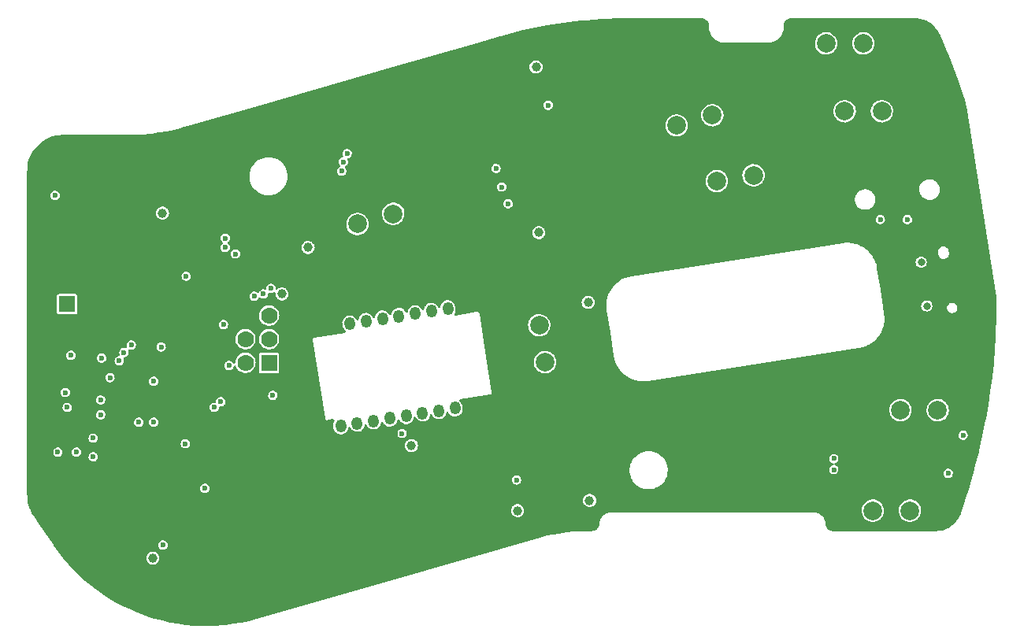
<source format=gbr>
%TF.GenerationSoftware,KiCad,Pcbnew,(6.0.10)*%
%TF.CreationDate,2023-01-19T11:38:05+01:00*%
%TF.ProjectId,QMKMouse,514d4b4d-6f75-4736-952e-6b696361645f,2.001*%
%TF.SameCoordinates,PX5c0b167PY839143b*%
%TF.FileFunction,Copper,L2,Inr*%
%TF.FilePolarity,Positive*%
%FSLAX45Y45*%
G04 Gerber Fmt 4.5, Leading zero omitted, Abs format (unit mm)*
G04 Created by KiCad (PCBNEW (6.0.10)) date 2023-01-19 11:38:05*
%MOMM*%
%LPD*%
G01*
G04 APERTURE LIST*
G04 Aperture macros list*
%AMRoundRect*
0 Rectangle with rounded corners*
0 $1 Rounding radius*
0 $2 $3 $4 $5 $6 $7 $8 $9 X,Y pos of 4 corners*
0 Add a 4 corners polygon primitive as box body*
4,1,4,$2,$3,$4,$5,$6,$7,$8,$9,$2,$3,0*
0 Add four circle primitives for the rounded corners*
1,1,$1+$1,$2,$3*
1,1,$1+$1,$4,$5*
1,1,$1+$1,$6,$7*
1,1,$1+$1,$8,$9*
0 Add four rect primitives between the rounded corners*
20,1,$1+$1,$2,$3,$4,$5,0*
20,1,$1+$1,$4,$5,$6,$7,0*
20,1,$1+$1,$6,$7,$8,$9,0*
20,1,$1+$1,$8,$9,$2,$3,0*%
%AMHorizOval*
0 Thick line with rounded ends*
0 $1 width*
0 $2 $3 position (X,Y) of the first rounded end (center of the circle)*
0 $4 $5 position (X,Y) of the second rounded end (center of the circle)*
0 Add line between two ends*
20,1,$1,$2,$3,$4,$5,0*
0 Add two circle primitives to create the rounded ends*
1,1,$1,$2,$3*
1,1,$1,$4,$5*%
G04 Aperture macros list end*
%TA.AperFunction,ComponentPad*%
%ADD10R,1.778000X1.778000*%
%TD*%
%TA.AperFunction,ComponentPad*%
%ADD11C,1.778000*%
%TD*%
%TA.AperFunction,ComponentPad*%
%ADD12RoundRect,0.550000X-0.493997X-0.077243X-0.493997X-0.077243X0.493997X0.077243X0.493997X0.077243X0*%
%TD*%
%TA.AperFunction,ComponentPad*%
%ADD13RoundRect,0.550000X-0.740996X-0.115865X-0.740996X-0.115865X0.740996X0.115865X0.740996X0.115865X0*%
%TD*%
%TA.AperFunction,ComponentPad*%
%ADD14C,2.000000*%
%TD*%
%TA.AperFunction,ComponentPad*%
%ADD15HorizOval,1.200000X-0.015449X0.098799X0.015449X-0.098799X0*%
%TD*%
%TA.AperFunction,ViaPad*%
%ADD16C,0.600000*%
%TD*%
%TA.AperFunction,ViaPad*%
%ADD17C,0.800000*%
%TD*%
%TA.AperFunction,ViaPad*%
%ADD18C,1.000000*%
%TD*%
%TA.AperFunction,ViaPad*%
%ADD19C,1.016000*%
%TD*%
G04 APERTURE END LIST*
D10*
%TO.N,MISO*%
%TO.C,MCU.J.1*%
X2620000Y2849999D03*
D11*
%TO.N,V_USB*%
X2366000Y2849999D03*
%TO.N,SCLK*%
X2620000Y3103999D03*
%TO.N,MOSI*%
X2366000Y3103999D03*
%TO.N,~{RESET*%
X2620000Y3357999D03*
%TO.N,GND*%
X2366000Y3357999D03*
%TD*%
D12*
%TO.N,GND*%
%TO.C,USB.J.3*%
X9910598Y3297981D03*
X9777122Y4151608D03*
D13*
X10288507Y3357072D03*
X10155031Y4210699D03*
%TD*%
D14*
%TO.N,*%
%TO.C,LBS.SW.2*%
X9807500Y2340000D03*
X9407500Y2340000D03*
%TD*%
%TO.N,*%
%TO.C,BTN.SW.6*%
X5524103Y3252599D03*
X5585898Y2857401D03*
%TD*%
D10*
%TO.N,NetMCU.J.4_1*%
%TO.C,MCU.J.4*%
X450000Y3480000D03*
D11*
%TO.N,GND*%
X450000Y3734000D03*
%TD*%
D14*
%TO.N,*%
%TO.C,BTN.SW.8*%
X7432400Y4804103D03*
X7827598Y4865898D03*
%TD*%
%TO.N,*%
%TO.C,BTN.SW.7*%
X3954861Y4452248D03*
X3570139Y4342752D03*
%TD*%
%TO.N,*%
%TO.C,BTN.SW.3*%
X9508894Y1259701D03*
X9108894Y1259701D03*
%TD*%
%TO.N,*%
%TO.C,BTN.SW.4*%
X8607500Y6285000D03*
X9007500Y6285000D03*
%TD*%
D15*
%TO.N,N/C*%
%TO.C,MOS.U.2*%
X4620002Y2362500D03*
%TO.N,NetMOS.R.4_1*%
X4444336Y2335033D03*
%TO.N,N/C*%
X4268671Y2307565D03*
%TO.N,~{CS*%
X4093005Y2280097D03*
%TO.N,MISO*%
X3917340Y2252629D03*
%TO.N,MOSI*%
X3741675Y2225162D03*
%TO.N,SCLK*%
X3566009Y2197694D03*
%TO.N,NetMCU.U.1_21*%
X3390344Y2170226D03*
%TO.N,GND*%
X3312876Y3241115D03*
%TO.N,~{RESET*%
X3488541Y3268582D03*
%TO.N,N/C*%
X3664207Y3296050D03*
%TO.N,3V3*%
X3839873Y3323518D03*
%TO.N,1V8*%
X4015538Y3350985D03*
%TO.N,NetMOS.C.10_2*%
X4191204Y3378453D03*
%TO.N,N/C*%
X4366869Y3405921D03*
X4542535Y3433388D03*
%TD*%
D14*
%TO.N,*%
%TO.C,BTN.SW.5*%
X7384861Y5512248D03*
X7000139Y5402752D03*
%TD*%
%TO.N,*%
%TO.C,LBS.SW.1*%
X8807500Y5555000D03*
X9207500Y5555000D03*
%TD*%
D16*
%TO.N,NetLED.D.3_2*%
X5620000Y5620000D03*
%TO.N,NetUSB.FB.4_1*%
X9190000Y4390000D03*
X9480000Y4390000D03*
%TO.N,NetMCU.U.1_21*%
X2660000Y2500000D03*
X1380000Y2650000D03*
%TO.N,NetMCU.U.1_18*%
X1140000Y3040000D03*
X5060000Y4940000D03*
%TO.N,NetLED.D.3_2*%
X5280000Y1590000D03*
%TO.N,NetLBS.SW.2_A*%
X10080000Y2070000D03*
X4050000Y2090000D03*
%TO.N,NetLBS.SW.1_A*%
X2150000Y4090000D03*
X820000Y2900000D03*
X3420000Y5010000D03*
%TO.N,NetBTN.SW.8_A*%
X1009998Y2869994D03*
X5190000Y4560000D03*
%TO.N,NetBTN.SW.7_A*%
X2640000Y3650000D03*
X810000Y2450000D03*
%TO.N,NetBTN.SW.5_A*%
X3400000Y4910000D03*
X910000Y2690000D03*
X2260000Y4020000D03*
%TO.N,NetBTN.SW.4_A*%
X3460000Y5100000D03*
X810000Y2290000D03*
X2150000Y4190000D03*
%TO.N,NetBTN.SW.3_A*%
X1930000Y1500000D03*
X450000Y2370000D03*
%TO.N,LEDData*%
X1480000Y890000D03*
X430000Y2530000D03*
%TO.N,NetMCU.U.1_19*%
X5120000Y4740000D03*
X1060000Y2960000D03*
D17*
%TO.N,NetUSB.FB.1_1*%
X9689707Y3461795D03*
X9630000Y3930000D03*
D18*
%TO.N,V_USB*%
X2760000Y3590000D03*
X1474142Y4460000D03*
X5290000Y1260000D03*
D16*
X320000Y4650000D03*
X9920000Y1660000D03*
D18*
X5490000Y6030000D03*
X6065210Y1370000D03*
X3040000Y4090000D03*
X6050000Y3500000D03*
X1370000Y750000D03*
D16*
%TO.N,NetMCU.U.1_41*%
X2460000Y3565000D03*
X1380000Y2210000D03*
%TO.N,NetMCU.U.1_39*%
X1220000Y2210000D03*
X2560000Y3590000D03*
%TO.N,NetMCU.U.1_4*%
X8690000Y1820000D03*
X2100000Y2430000D03*
%TO.N,NetMCU.U.1_3*%
X8690000Y1700000D03*
X2030000Y2370000D03*
%TO.N,~{CS*%
X2190000Y2820000D03*
D18*
%TO.N,1V8*%
X4150000Y1960000D03*
D16*
%TO.N,3V3*%
X490000Y2930000D03*
X1720000Y1980000D03*
X1460000Y3019999D03*
D18*
X5520000Y4250000D03*
D16*
X730000Y1840000D03*
X2130000Y3260000D03*
X550000Y1890000D03*
X1730000Y3779999D03*
X730000Y2040000D03*
X350000Y1890000D03*
%TO.N,GND*%
X8440000Y1910000D03*
X1539999Y2209999D03*
X8080000Y5600000D03*
X1080000Y4880000D03*
X2610000Y1190000D03*
X6520000Y2580000D03*
X2360000Y2300000D03*
X6600000Y5810000D03*
X5290000Y2270000D03*
D19*
X2350000Y5400000D03*
X8430000Y1350000D03*
D16*
X2620000Y2030000D03*
X1429999Y3859999D03*
X5910000Y4650000D03*
X9470000Y3590000D03*
X1069999Y4119999D03*
X6250000Y1620000D03*
X7070000Y5800000D03*
X7430000Y2150000D03*
X8010000Y4100000D03*
X9470000Y2700000D03*
X5100000Y4390000D03*
X8430000Y6100000D03*
X9410000Y4130000D03*
X6970000Y4490000D03*
X1240000Y3550000D03*
X5140000Y1550000D03*
X5190000Y3400000D03*
X8660000Y5740000D03*
X4030000Y1510000D03*
D19*
X7540000Y6150000D03*
X150000Y5000000D03*
D16*
X6940000Y1560000D03*
X9090000Y5020000D03*
D19*
X800000Y550000D03*
D16*
X7540000Y4040000D03*
X6350000Y2290000D03*
X1640000Y2410000D03*
X6580000Y3900000D03*
X3380000Y1510000D03*
X8950000Y1400000D03*
X3110000Y2270000D03*
X3470000Y4160000D03*
X760000Y3529999D03*
X6250000Y2870000D03*
X5720000Y4470000D03*
X2220000Y2440000D03*
X750000Y4700000D03*
X8930000Y5210000D03*
X4520000Y5420000D03*
X1579999Y1260000D03*
X6900000Y5240000D03*
D19*
X3500000Y550000D03*
D16*
X4840000Y3700000D03*
X8160000Y1910000D03*
X8240000Y1620000D03*
D19*
X9600000Y6450000D03*
D16*
X1050000Y1400000D03*
D19*
X10010000Y1540000D03*
X150000Y2700000D03*
D16*
X5910000Y5790000D03*
X3860000Y1770000D03*
X2270000Y1520000D03*
X2890000Y1840000D03*
X6810000Y6360000D03*
X5870000Y5390000D03*
X2020000Y4330000D03*
X8140000Y2420000D03*
X5980000Y2290000D03*
X3550000Y1770000D03*
X6990000Y2600000D03*
X7860000Y1620000D03*
X540000Y1460000D03*
X1040000Y4600000D03*
X340000Y1460000D03*
X9620000Y4960000D03*
X10310000Y2600000D03*
X3880000Y3740000D03*
X5420000Y4340000D03*
X4830000Y1460000D03*
X8470000Y4180000D03*
X8560000Y4530000D03*
X919999Y3529999D03*
X210000Y2210000D03*
X8130000Y6050000D03*
X10330000Y3810000D03*
X10180000Y2010000D03*
X650000Y4010000D03*
X5720000Y2750000D03*
X8660000Y5380000D03*
X9970000Y5750000D03*
X2200000Y3709999D03*
X5270000Y5150000D03*
X5720000Y4780000D03*
X210000Y2390000D03*
X4840000Y2400000D03*
X6460000Y1540000D03*
X3030000Y2550000D03*
X3530000Y5680000D03*
X7460000Y5710000D03*
X6350000Y4650000D03*
X5620000Y1710000D03*
X4190000Y1770000D03*
D19*
X8000000Y6150000D03*
X150000Y2050000D03*
D16*
X9110000Y6440000D03*
X2990000Y2880000D03*
X3010000Y4320000D03*
X6160000Y3230000D03*
X4700000Y3910000D03*
X5820000Y1650000D03*
X200000Y4370000D03*
X5000000Y3070000D03*
X1080000Y2210000D03*
D19*
X2150000Y150000D03*
D16*
X2510000Y2470000D03*
X7560000Y5380000D03*
X9960000Y2600000D03*
X7100000Y2220000D03*
D19*
X2800000Y350000D03*
D16*
X6900000Y4860000D03*
X7880000Y2550000D03*
X5270000Y5630000D03*
X8900000Y4220000D03*
D19*
X5500000Y6300000D03*
D16*
X3920000Y5200000D03*
X2760000Y4650000D03*
D19*
X3900000Y5850000D03*
D16*
X10030000Y3760000D03*
X8480000Y6450000D03*
X7480000Y1640000D03*
X6920000Y6100000D03*
D19*
X4200000Y750000D03*
D16*
X9300000Y5360000D03*
X2350000Y5050000D03*
X1070000Y1240000D03*
X650000Y3839999D03*
X650000Y3679999D03*
X5010000Y1830000D03*
X5560000Y5230000D03*
D19*
X3050000Y5600000D03*
D16*
X830000Y2610000D03*
X2020000Y580000D03*
X4720000Y1630000D03*
X5080000Y4830000D03*
X7940000Y5050000D03*
X7430000Y2600000D03*
X6000000Y5090000D03*
X7260000Y6170000D03*
D19*
X7200000Y6400000D03*
D16*
X6270000Y4360000D03*
X4980000Y2140000D03*
X6280000Y5400000D03*
X7990000Y4720000D03*
X2720000Y5110000D03*
X820000Y1580000D03*
X909999Y4119999D03*
X4960000Y6120000D03*
X150000Y3680000D03*
D19*
X200000Y1250000D03*
D16*
X4730000Y3450000D03*
X1230000Y4119999D03*
X3100000Y710000D03*
X10220000Y4570000D03*
D19*
X150000Y3350000D03*
X1450000Y250000D03*
D16*
X2220000Y2030000D03*
X9250000Y2200000D03*
X9590000Y5170000D03*
X4650000Y4410000D03*
X6500000Y1850000D03*
X1830000Y5080000D03*
X5430000Y3770000D03*
X9650000Y1120000D03*
X500000Y5170000D03*
X4390000Y1530000D03*
X4980000Y5300000D03*
X2970000Y1530000D03*
X5230000Y2000000D03*
X8510000Y4940000D03*
X1690000Y4330000D03*
X5640000Y2290000D03*
X9210000Y3020000D03*
X1400000Y4830000D03*
X6110000Y6110000D03*
X2580000Y1690000D03*
X1640000Y2570000D03*
X1970000Y2290000D03*
X10180000Y2630000D03*
X2450000Y600000D03*
X3220000Y1770000D03*
X8250000Y2810000D03*
X3620000Y4730000D03*
X2390000Y4330000D03*
X3230000Y1200000D03*
X4740000Y4800000D03*
X4440000Y4680000D03*
X4110000Y4320000D03*
X2860000Y4040000D03*
X4270000Y5920000D03*
X9410000Y4530000D03*
X3230000Y5150000D03*
X5510000Y2040000D03*
X5710000Y3400000D03*
D19*
X6400000Y6400000D03*
D16*
X10150000Y4900000D03*
X7770000Y2720000D03*
X8990000Y5980000D03*
D19*
X1050000Y5150000D03*
D16*
X3540000Y3700000D03*
X5990000Y6110000D03*
X2350000Y4680000D03*
X2910000Y3610000D03*
X1809999Y1270000D03*
X510000Y3060000D03*
X840000Y1110000D03*
D19*
X150000Y4000000D03*
D16*
X1290000Y4660000D03*
X3780000Y940000D03*
X9720000Y2080000D03*
X1400000Y2950000D03*
X1930000Y1730000D03*
X830000Y2770000D03*
X5930000Y6360000D03*
X6180000Y3680000D03*
X6600000Y6110000D03*
X4500000Y5030000D03*
X5710000Y3970000D03*
X3980000Y5560000D03*
X8750000Y2870000D03*
X9220000Y3900000D03*
X9470000Y3170000D03*
X3710000Y1510000D03*
D19*
X7410000Y1370000D03*
D16*
X2230000Y850000D03*
X990000Y590000D03*
X6980000Y1850000D03*
X7960000Y2130000D03*
X9250000Y2500000D03*
D19*
X4600000Y6050000D03*
D16*
X5810000Y2040000D03*
X300000Y4510000D03*
D19*
X6050000Y1170000D03*
D16*
X7080000Y3970000D03*
X6130000Y2040000D03*
X5460000Y2700000D03*
X5340000Y3090000D03*
X1420000Y640000D03*
X8770000Y2430000D03*
X939999Y2209999D03*
X4740000Y4160000D03*
X1429999Y4029999D03*
X9320000Y3390000D03*
X4690000Y1920000D03*
X7190000Y1690000D03*
X2750000Y5430000D03*
X2990000Y4920000D03*
D19*
X5070000Y960000D03*
D16*
X4330000Y3900000D03*
X2980000Y3170000D03*
%TD*%
%TA.AperFunction,Conductor*%
%TO.N,GND*%
G36*
X7268116Y6554766D02*
G01*
X7268671Y6554765D01*
X7270054Y6554447D01*
X7271438Y6554760D01*
X7271551Y6554760D01*
X7272763Y6554699D01*
X7284453Y6553547D01*
X7286875Y6553066D01*
X7299497Y6549237D01*
X7299500Y6549236D01*
X7301781Y6548291D01*
X7313415Y6542073D01*
X7315469Y6540701D01*
X7325666Y6532332D01*
X7327413Y6530586D01*
X7335782Y6520388D01*
X7337154Y6518335D01*
X7340420Y6512225D01*
X7343373Y6506702D01*
X7344318Y6504420D01*
X7348148Y6491796D01*
X7348630Y6489374D01*
X7349782Y6477688D01*
X7349842Y6476431D01*
X7349842Y6476430D01*
X7349525Y6475047D01*
X7349838Y6473663D01*
X7349837Y6473179D01*
X7350040Y6471361D01*
X7350040Y6458750D01*
X7349715Y6455904D01*
X7349525Y6455085D01*
X7349525Y6455013D01*
X7349677Y6454343D01*
X7349711Y6453979D01*
X7351269Y6432178D01*
X7351365Y6431738D01*
X7351365Y6431737D01*
X7354899Y6415489D01*
X7356135Y6409807D01*
X7356292Y6409385D01*
X7362853Y6391792D01*
X7364134Y6388356D01*
X7375106Y6368262D01*
X7388825Y6349935D01*
X7405013Y6333746D01*
X7407813Y6331650D01*
X7422979Y6320296D01*
X7422980Y6320295D01*
X7423340Y6320026D01*
X7423736Y6319810D01*
X7443039Y6309269D01*
X7443039Y6309269D01*
X7443434Y6309054D01*
X7464884Y6301053D01*
X7465323Y6300958D01*
X7465323Y6300957D01*
X7478460Y6298100D01*
X7487255Y6296187D01*
X7487703Y6296154D01*
X7509043Y6294628D01*
X7509364Y6294598D01*
X7510018Y6294447D01*
X7510090Y6294447D01*
X7510784Y6294605D01*
X7510784Y6294605D01*
X7510871Y6294625D01*
X7510967Y6294647D01*
X7513769Y6294962D01*
X7748169Y6294962D01*
X7986352Y6294962D01*
X7989198Y6294637D01*
X7990017Y6294447D01*
X7990089Y6294447D01*
X7990747Y6294597D01*
X7991051Y6294625D01*
X8012476Y6296156D01*
X8012476Y6296156D01*
X8012925Y6296188D01*
X8035296Y6301053D01*
X8056748Y6309053D01*
X8057142Y6309269D01*
X8057143Y6309269D01*
X8076446Y6319809D01*
X8076842Y6320025D01*
X8095170Y6333745D01*
X8111359Y6349933D01*
X8112246Y6351118D01*
X8120049Y6361542D01*
X8125079Y6368261D01*
X8126134Y6370194D01*
X8135835Y6387960D01*
X8135835Y6387960D01*
X8136051Y6388355D01*
X8144051Y6409806D01*
X8148917Y6432177D01*
X8150474Y6453965D01*
X8150504Y6454288D01*
X8150656Y6454942D01*
X8150656Y6455013D01*
X8150456Y6455890D01*
X8150140Y6458692D01*
X8150140Y6471303D01*
X8150337Y6473034D01*
X8150338Y6473592D01*
X8150656Y6474975D01*
X8150343Y6476359D01*
X8150343Y6476471D01*
X8150404Y6477684D01*
X8150945Y6483179D01*
X8151556Y6489374D01*
X8152038Y6491796D01*
X8152185Y6492282D01*
X8155867Y6504420D01*
X8156812Y6506701D01*
X8163031Y6518335D01*
X8164403Y6520388D01*
X8172772Y6530586D01*
X8174518Y6532332D01*
X8180617Y6537337D01*
X8184715Y6540701D01*
X8186769Y6542073D01*
X8198402Y6548292D01*
X8200684Y6549237D01*
X8213307Y6553067D01*
X8215729Y6553549D01*
X8227442Y6554704D01*
X8228678Y6554763D01*
X8230056Y6554447D01*
X8231440Y6554760D01*
X8231926Y6554759D01*
X8233742Y6554962D01*
X8894327Y6554962D01*
X9565185Y6554962D01*
X9566917Y6554766D01*
X9567474Y6554765D01*
X9568857Y6554447D01*
X9570241Y6554760D01*
X9571660Y6554758D01*
X9571660Y6554709D01*
X9572455Y6554777D01*
X9584097Y6554169D01*
X9597375Y6553476D01*
X9598680Y6553339D01*
X9612442Y6551169D01*
X9626203Y6548999D01*
X9627487Y6548727D01*
X9654408Y6541546D01*
X9655657Y6541142D01*
X9681687Y6531197D01*
X9682886Y6530665D01*
X9703156Y6520389D01*
X9707737Y6518066D01*
X9708875Y6517412D01*
X9732282Y6502294D01*
X9733345Y6501526D01*
X9755050Y6484054D01*
X9756028Y6483179D01*
X9775796Y6463544D01*
X9776678Y6462571D01*
X9781002Y6457273D01*
X9794296Y6440985D01*
X9795072Y6439925D01*
X9810346Y6416623D01*
X9811008Y6415489D01*
X9822178Y6393820D01*
X9822415Y6393360D01*
X9822674Y6392620D01*
X9822731Y6392646D01*
X9823312Y6391351D01*
X9823591Y6389960D01*
X9824445Y6388827D01*
X9824735Y6388181D01*
X9825529Y6386826D01*
X9878488Y6266140D01*
X9881808Y6258575D01*
X9881908Y6258340D01*
X9920725Y6164684D01*
X9936872Y6125725D01*
X9936969Y6125484D01*
X9989185Y5991774D01*
X9989277Y5991532D01*
X10038728Y5856771D01*
X10038815Y5856526D01*
X10084326Y5724132D01*
X10084636Y5722698D01*
X10084887Y5721941D01*
X10085021Y5720528D01*
X10085754Y5719314D01*
X10086057Y5718396D01*
X10086584Y5717222D01*
X10097443Y5682130D01*
X10097586Y5681629D01*
X10107835Y5642895D01*
X10107958Y5642388D01*
X10116594Y5603260D01*
X10116696Y5602748D01*
X10123112Y5566634D01*
X10123173Y5565470D01*
X10123337Y5564412D01*
X10123236Y5562997D01*
X10123759Y5561678D01*
X10123833Y5561201D01*
X10124315Y5559434D01*
X10428770Y3612315D01*
X10428940Y3611226D01*
X10429014Y3609485D01*
X10429099Y3608934D01*
X10428998Y3607519D01*
X10429521Y3606200D01*
X10429669Y3605246D01*
X10429995Y3604001D01*
X10434916Y3567598D01*
X10434976Y3567079D01*
X10438695Y3527185D01*
X10438733Y3526664D01*
X10440797Y3486649D01*
X10440813Y3486128D01*
X10441185Y3449451D01*
X10441052Y3448288D01*
X10441051Y3448193D01*
X10440781Y3447348D01*
X10440887Y3446588D01*
X10440707Y3445842D01*
X10441005Y3444455D01*
X10440996Y3443735D01*
X10441144Y3442184D01*
X10440164Y3396328D01*
X10438053Y3297658D01*
X10438001Y3295220D01*
X10437992Y3294952D01*
X10434040Y3203057D01*
X10431525Y3144600D01*
X10431511Y3144328D01*
X10429837Y3118452D01*
X10421836Y2994733D01*
X10421799Y2994164D01*
X10421779Y2993895D01*
X10408884Y2844644D01*
X10408826Y2843972D01*
X10408800Y2843702D01*
X10393261Y2700091D01*
X10392612Y2694091D01*
X10392579Y2693821D01*
X10373165Y2544599D01*
X10373127Y2544329D01*
X10350493Y2395556D01*
X10350449Y2395287D01*
X10324609Y2247046D01*
X10324560Y2246778D01*
X10320458Y2225921D01*
X10296520Y2104192D01*
X10295523Y2099123D01*
X10295468Y2098857D01*
X10263559Y1953280D01*
X10263250Y1951867D01*
X10263189Y1951603D01*
X10248306Y1890088D01*
X10227802Y1805336D01*
X10227735Y1805072D01*
X10212594Y1747917D01*
X10192409Y1671725D01*
X10189200Y1659613D01*
X10189128Y1659352D01*
X10174924Y1610059D01*
X10147458Y1514750D01*
X10147380Y1514489D01*
X10102600Y1370831D01*
X10102517Y1370572D01*
X10055768Y1231261D01*
X10055144Y1229945D01*
X10054878Y1229183D01*
X10054123Y1227981D01*
X10053965Y1226571D01*
X10053496Y1225231D01*
X10053438Y1225252D01*
X10053240Y1224480D01*
X10042891Y1199357D01*
X10042279Y1198081D01*
X10027800Y1171775D01*
X10027049Y1170576D01*
X10009711Y1146059D01*
X10008830Y1144952D01*
X9988852Y1122534D01*
X9987853Y1121532D01*
X9965486Y1101496D01*
X9964381Y1100612D01*
X9939909Y1083211D01*
X9938711Y1082457D01*
X9912442Y1067910D01*
X9911167Y1067295D01*
X9883432Y1055786D01*
X9882097Y1055318D01*
X9853247Y1046992D01*
X9851867Y1046676D01*
X9822265Y1041638D01*
X9820858Y1041479D01*
X9810354Y1040889D01*
X9793780Y1039956D01*
X9793008Y1040022D01*
X9793008Y1039946D01*
X9791589Y1039949D01*
X9790206Y1040267D01*
X9788822Y1039953D01*
X9788333Y1039954D01*
X9786521Y1039752D01*
X9157523Y1039921D01*
X8683709Y1040049D01*
X8681969Y1040247D01*
X8681419Y1040248D01*
X8680036Y1040566D01*
X8678652Y1040252D01*
X8678539Y1040253D01*
X8677327Y1040313D01*
X8670771Y1040959D01*
X8665637Y1041464D01*
X8663214Y1041946D01*
X8657957Y1043541D01*
X8650590Y1045775D01*
X8648309Y1046720D01*
X8648169Y1046795D01*
X8636674Y1052939D01*
X8634620Y1054311D01*
X8624423Y1062679D01*
X8622677Y1064426D01*
X8621936Y1065329D01*
X8614307Y1074623D01*
X8612935Y1076677D01*
X8606716Y1088310D01*
X8605771Y1090592D01*
X8601941Y1103216D01*
X8601459Y1105638D01*
X8600383Y1116558D01*
X8600405Y1119233D01*
X8600566Y1119927D01*
X8600566Y1119999D01*
X8600407Y1120693D01*
X8600328Y1121400D01*
X8600343Y1121401D01*
X8600263Y1121927D01*
X8599188Y1135598D01*
X8598933Y1138837D01*
X8598816Y1139324D01*
X8594638Y1156729D01*
X8594523Y1157211D01*
X8587293Y1174669D01*
X8587033Y1175092D01*
X8580058Y1186476D01*
X8577420Y1190781D01*
X8565149Y1205150D01*
X8561395Y1208356D01*
X8551157Y1217101D01*
X8551156Y1217101D01*
X8550780Y1217422D01*
X8534669Y1227296D01*
X8517212Y1234527D01*
X8516731Y1234643D01*
X8516730Y1234643D01*
X8499320Y1238823D01*
X8498838Y1238939D01*
X8491541Y1239513D01*
X8481990Y1240265D01*
X8481479Y1240344D01*
X8481476Y1240323D01*
X8480768Y1240404D01*
X8480072Y1240566D01*
X8480000Y1240566D01*
X8479307Y1240407D01*
X8479306Y1240407D01*
X8479123Y1240366D01*
X8476321Y1240050D01*
X6293739Y1240050D01*
X6290893Y1240376D01*
X6290074Y1240566D01*
X6290002Y1240566D01*
X6289309Y1240407D01*
X6288602Y1240328D01*
X6288600Y1240344D01*
X6288087Y1240266D01*
X6271657Y1238975D01*
X6271656Y1238974D01*
X6271164Y1238936D01*
X6252789Y1234526D01*
X6246996Y1232127D01*
X6235788Y1227485D01*
X6235788Y1227485D01*
X6235330Y1227296D01*
X6219218Y1217423D01*
X6204848Y1205151D01*
X6204527Y1204775D01*
X6204527Y1204775D01*
X6192897Y1191159D01*
X6192897Y1191158D01*
X6192576Y1190782D01*
X6192317Y1190360D01*
X6192317Y1190360D01*
X6188340Y1183871D01*
X6182702Y1174670D01*
X6175471Y1157212D01*
X6171060Y1138837D01*
X6170160Y1127386D01*
X6169735Y1121989D01*
X6169658Y1121486D01*
X6169678Y1121484D01*
X6169597Y1120770D01*
X6169434Y1120071D01*
X6169434Y1120035D01*
X6169434Y1120035D01*
X6169434Y1120035D01*
X6169434Y1119999D01*
X6169594Y1119301D01*
X6169600Y1119242D01*
X6169617Y1116615D01*
X6168536Y1105637D01*
X6168054Y1103214D01*
X6164225Y1090592D01*
X6163280Y1088310D01*
X6157062Y1076678D01*
X6155690Y1074623D01*
X6147321Y1064427D01*
X6145575Y1062681D01*
X6135378Y1054313D01*
X6133324Y1052941D01*
X6121692Y1046724D01*
X6119409Y1045778D01*
X6106786Y1041950D01*
X6104364Y1041468D01*
X6094447Y1040493D01*
X6092574Y1040308D01*
X6091402Y1040252D01*
X6090038Y1040566D01*
X6088654Y1040253D01*
X6088356Y1040253D01*
X6086317Y1040016D01*
X6062588Y1039787D01*
X6060362Y1040031D01*
X6060361Y1040023D01*
X6059653Y1040105D01*
X6058957Y1040266D01*
X6058885Y1040266D01*
X6058441Y1040165D01*
X6057920Y1040131D01*
X5978429Y1038544D01*
X5978429Y1038544D01*
X5978304Y1038542D01*
X5978181Y1038535D01*
X5978178Y1038534D01*
X5908518Y1034361D01*
X5897852Y1033722D01*
X5897731Y1033709D01*
X5897728Y1033709D01*
X5817780Y1025709D01*
X5817778Y1025709D01*
X5817655Y1025697D01*
X5817531Y1025679D01*
X5817531Y1025679D01*
X5737968Y1014497D01*
X5737967Y1014497D01*
X5737843Y1014480D01*
X5672251Y1002577D01*
X5663920Y1001065D01*
X5658541Y1000089D01*
X5579876Y982547D01*
X5549523Y974495D01*
X5502988Y962150D01*
X5502455Y962036D01*
X5502011Y962013D01*
X5501942Y961993D01*
X5501319Y961650D01*
X5501319Y961650D01*
X5501154Y961559D01*
X5498547Y960483D01*
X3906604Y504001D01*
X2489771Y97731D01*
X2488052Y97442D01*
X2487516Y97290D01*
X2486099Y97214D01*
X2484855Y96532D01*
X2483903Y96261D01*
X2482732Y95793D01*
X2403781Y74989D01*
X2403252Y74862D01*
X2320233Y56779D01*
X2319699Y56674D01*
X2235977Y42193D01*
X2235439Y42112D01*
X2151166Y31259D01*
X2150625Y31201D01*
X2102686Y27122D01*
X2065963Y23997D01*
X2065423Y23963D01*
X1980531Y20421D01*
X1979987Y20410D01*
X1941294Y20468D01*
X1895018Y20537D01*
X1894474Y20550D01*
X1809594Y24345D01*
X1809051Y24381D01*
X1724411Y31838D01*
X1723870Y31897D01*
X1639634Y43002D01*
X1639096Y43085D01*
X1555415Y57816D01*
X1554882Y57922D01*
X1471916Y76253D01*
X1471387Y76382D01*
X1437250Y85487D01*
X1389291Y98278D01*
X1388769Y98429D01*
X1335392Y115165D01*
X1307692Y123850D01*
X1307179Y124023D01*
X1227275Y152922D01*
X1226770Y153117D01*
X1187479Y169277D01*
X1148190Y185437D01*
X1147691Y185655D01*
X1070580Y221339D01*
X1070091Y221578D01*
X1063387Y225040D01*
X994594Y260557D01*
X994116Y260817D01*
X920373Y303020D01*
X919906Y303300D01*
X848052Y348648D01*
X847598Y348948D01*
X777770Y397356D01*
X777330Y397676D01*
X751298Y417439D01*
X709655Y449055D01*
X709231Y449392D01*
X643838Y503645D01*
X643427Y504001D01*
X580440Y561025D01*
X580045Y561399D01*
X519578Y621089D01*
X519199Y621480D01*
X461365Y683727D01*
X461003Y684134D01*
X405912Y748819D01*
X405568Y749241D01*
X404400Y750739D01*
X1299439Y750739D01*
X1301300Y733886D01*
X1307127Y717964D01*
X1307550Y717334D01*
X1307550Y717334D01*
X1308857Y715389D01*
X1316583Y703892D01*
X1317144Y703381D01*
X1317145Y703381D01*
X1328561Y692992D01*
X1328562Y692992D01*
X1329123Y692481D01*
X1329791Y692119D01*
X1329791Y692118D01*
X1343356Y684753D01*
X1343356Y684753D01*
X1344024Y684391D01*
X1344758Y684198D01*
X1359688Y680281D01*
X1359689Y680281D01*
X1360423Y680088D01*
X1369061Y679953D01*
X1376616Y679834D01*
X1376616Y679834D01*
X1377376Y679822D01*
X1378117Y679992D01*
X1378117Y679992D01*
X1384159Y681376D01*
X1393903Y683607D01*
X1409050Y691225D01*
X1421942Y702237D01*
X1431836Y716005D01*
X1432624Y717964D01*
X1437877Y731031D01*
X1437877Y731031D01*
X1438160Y731737D01*
X1440549Y748522D01*
X1440564Y750000D01*
X1440384Y751492D01*
X1438619Y766078D01*
X1438528Y766832D01*
X1432534Y782692D01*
X1422931Y796665D01*
X1421751Y797716D01*
X1410839Y807439D01*
X1410839Y807439D01*
X1410272Y807944D01*
X1395288Y815878D01*
X1378844Y820008D01*
X1378084Y820012D01*
X1378084Y820012D01*
X1370367Y820052D01*
X1361890Y820097D01*
X1361151Y819919D01*
X1361150Y819919D01*
X1346816Y816478D01*
X1345403Y816139D01*
X1344729Y815791D01*
X1344729Y815791D01*
X1344209Y815522D01*
X1330337Y808362D01*
X1317560Y797217D01*
X1307811Y783345D01*
X1301652Y767549D01*
X1299439Y750739D01*
X404400Y750739D01*
X380038Y781982D01*
X353319Y816247D01*
X352995Y816681D01*
X350688Y819919D01*
X305655Y883121D01*
X305103Y884143D01*
X304495Y885040D01*
X303980Y886361D01*
X302943Y887329D01*
X302672Y887729D01*
X301480Y889118D01*
X300460Y890618D01*
X1429439Y890618D01*
X1429556Y889727D01*
X1429556Y889727D01*
X1429817Y887729D01*
X1431298Y876402D01*
X1437072Y863280D01*
X1437650Y862592D01*
X1437650Y862592D01*
X1438379Y861725D01*
X1446297Y852305D01*
X1458231Y844361D01*
X1471916Y840086D01*
X1472813Y840069D01*
X1472813Y840069D01*
X1479346Y839950D01*
X1486250Y839823D01*
X1487153Y840069D01*
X1499216Y843358D01*
X1499216Y843358D01*
X1500082Y843594D01*
X1512299Y851095D01*
X1521920Y861725D01*
X1528171Y874627D01*
X1530550Y888765D01*
X1530565Y890000D01*
X1528532Y904192D01*
X1522599Y917243D01*
X1517225Y923479D01*
X1513826Y927424D01*
X1513826Y927424D01*
X1513240Y928104D01*
X1501210Y935901D01*
X1487474Y940009D01*
X1486576Y940015D01*
X1486576Y940015D01*
X1480556Y940052D01*
X1473138Y940097D01*
X1459353Y936157D01*
X1447228Y928507D01*
X1437738Y917761D01*
X1431645Y904784D01*
X1429439Y890618D01*
X300460Y890618D01*
X144427Y1119924D01*
X87974Y1202888D01*
X87162Y1204431D01*
X86850Y1204892D01*
X86335Y1206214D01*
X85297Y1207181D01*
X84501Y1208356D01*
X84517Y1208367D01*
X84008Y1208987D01*
X69092Y1233054D01*
X68565Y1233991D01*
X54997Y1260739D01*
X5219440Y1260739D01*
X5221300Y1243887D01*
X5223153Y1238823D01*
X5226440Y1229840D01*
X5227127Y1227964D01*
X5227550Y1227334D01*
X5227550Y1227334D01*
X5228858Y1225389D01*
X5236583Y1213892D01*
X5237144Y1213381D01*
X5237145Y1213381D01*
X5248561Y1202992D01*
X5248562Y1202992D01*
X5249124Y1202481D01*
X5249791Y1202119D01*
X5249791Y1202118D01*
X5263356Y1194753D01*
X5263356Y1194753D01*
X5264024Y1194391D01*
X5264759Y1194198D01*
X5279689Y1190281D01*
X5279689Y1190281D01*
X5280424Y1190088D01*
X5289061Y1189953D01*
X5296616Y1189834D01*
X5296617Y1189834D01*
X5297376Y1189822D01*
X5298117Y1189992D01*
X5298117Y1189992D01*
X5306523Y1191917D01*
X5313903Y1193607D01*
X5329050Y1201225D01*
X5339510Y1210159D01*
X5341365Y1211744D01*
X5341365Y1211744D01*
X5341943Y1212237D01*
X5351836Y1226005D01*
X5352630Y1227981D01*
X5357877Y1241031D01*
X5357877Y1241032D01*
X5358160Y1241737D01*
X5358888Y1246849D01*
X5360491Y1258114D01*
X5360491Y1258114D01*
X5360549Y1258522D01*
X5360565Y1260000D01*
X5360384Y1261492D01*
X5360219Y1262857D01*
X8988371Y1262857D01*
X8989814Y1240840D01*
X8989956Y1240281D01*
X8989956Y1240280D01*
X8995103Y1220015D01*
X8995245Y1219456D01*
X8995486Y1218931D01*
X8995486Y1218931D01*
X8999298Y1210663D01*
X9004482Y1199419D01*
X9017216Y1181401D01*
X9033020Y1166005D01*
X9033500Y1165684D01*
X9033500Y1165684D01*
X9041920Y1160058D01*
X9051365Y1153747D01*
X9051896Y1153519D01*
X9051896Y1153519D01*
X9069258Y1146059D01*
X9071637Y1145037D01*
X9079602Y1143235D01*
X9092593Y1140295D01*
X9092594Y1140295D01*
X9093157Y1140168D01*
X9093734Y1140145D01*
X9093734Y1140145D01*
X9100515Y1139879D01*
X9115203Y1139302D01*
X9126121Y1140885D01*
X9136467Y1142385D01*
X9136468Y1142385D01*
X9137039Y1142468D01*
X9137585Y1142653D01*
X9137586Y1142653D01*
X9157384Y1149374D01*
X9157385Y1149374D01*
X9157931Y1149560D01*
X9159782Y1150596D01*
X9170734Y1156729D01*
X9177182Y1160341D01*
X9182085Y1164418D01*
X9193702Y1174080D01*
X9194145Y1174449D01*
X9204147Y1186475D01*
X9207884Y1190968D01*
X9207885Y1190969D01*
X9208254Y1191412D01*
X9216127Y1205471D01*
X9218752Y1210159D01*
X9218752Y1210159D01*
X9219035Y1210663D01*
X9219220Y1211210D01*
X9219220Y1211210D01*
X9225941Y1231009D01*
X9225941Y1231009D01*
X9226127Y1231556D01*
X9226209Y1232127D01*
X9226210Y1232127D01*
X9229239Y1253024D01*
X9229293Y1253391D01*
X9229458Y1259701D01*
X9229168Y1262857D01*
X9388371Y1262857D01*
X9389814Y1240840D01*
X9389956Y1240281D01*
X9389956Y1240280D01*
X9395103Y1220015D01*
X9395245Y1219456D01*
X9395487Y1218931D01*
X9395487Y1218931D01*
X9399298Y1210663D01*
X9404482Y1199419D01*
X9417216Y1181401D01*
X9433020Y1166005D01*
X9433500Y1165684D01*
X9433500Y1165684D01*
X9441920Y1160058D01*
X9451365Y1153747D01*
X9451896Y1153519D01*
X9451896Y1153519D01*
X9469259Y1146059D01*
X9471637Y1145037D01*
X9479603Y1143235D01*
X9492593Y1140295D01*
X9492594Y1140295D01*
X9493157Y1140168D01*
X9493734Y1140145D01*
X9493734Y1140145D01*
X9500515Y1139879D01*
X9515204Y1139302D01*
X9526121Y1140885D01*
X9536468Y1142385D01*
X9536468Y1142385D01*
X9537039Y1142468D01*
X9537585Y1142653D01*
X9537586Y1142653D01*
X9557384Y1149374D01*
X9557385Y1149374D01*
X9557932Y1149560D01*
X9559782Y1150596D01*
X9570734Y1156729D01*
X9577182Y1160341D01*
X9582085Y1164418D01*
X9593702Y1174080D01*
X9594146Y1174449D01*
X9604148Y1186475D01*
X9607885Y1190968D01*
X9607885Y1190969D01*
X9608254Y1191412D01*
X9616127Y1205471D01*
X9618752Y1210159D01*
X9618752Y1210159D01*
X9619035Y1210663D01*
X9619220Y1211210D01*
X9619221Y1211210D01*
X9625941Y1231009D01*
X9625941Y1231009D01*
X9626127Y1231556D01*
X9626210Y1232127D01*
X9626210Y1232127D01*
X9629240Y1253024D01*
X9629293Y1253391D01*
X9629458Y1259701D01*
X9627439Y1281672D01*
X9621450Y1302907D01*
X9611692Y1322696D01*
X9611180Y1323381D01*
X9598836Y1339912D01*
X9598836Y1339912D01*
X9598490Y1340374D01*
X9583072Y1354627D01*
X9582713Y1354959D01*
X9582712Y1354959D01*
X9582289Y1355351D01*
X9563629Y1367124D01*
X9543136Y1375300D01*
X9542570Y1375413D01*
X9542569Y1375413D01*
X9522063Y1379492D01*
X9522063Y1379492D01*
X9521496Y1379605D01*
X9520919Y1379612D01*
X9520918Y1379612D01*
X9509844Y1379757D01*
X9499434Y1379893D01*
X9498865Y1379796D01*
X9498865Y1379796D01*
X9478259Y1376255D01*
X9478259Y1376255D01*
X9477689Y1376157D01*
X9456989Y1368520D01*
X9438028Y1357239D01*
X9421439Y1342692D01*
X9407780Y1325365D01*
X9397507Y1305839D01*
X9390964Y1284768D01*
X9388371Y1262857D01*
X9229168Y1262857D01*
X9227439Y1281672D01*
X9221450Y1302907D01*
X9211692Y1322696D01*
X9211180Y1323381D01*
X9198836Y1339912D01*
X9198836Y1339912D01*
X9198490Y1340374D01*
X9183071Y1354627D01*
X9182712Y1354959D01*
X9182712Y1354959D01*
X9182288Y1355351D01*
X9163629Y1367124D01*
X9143136Y1375300D01*
X9142570Y1375413D01*
X9142569Y1375413D01*
X9122063Y1379492D01*
X9122062Y1379492D01*
X9121496Y1379605D01*
X9120918Y1379612D01*
X9120918Y1379612D01*
X9109844Y1379757D01*
X9099434Y1379893D01*
X9098864Y1379796D01*
X9098864Y1379796D01*
X9078259Y1376255D01*
X9078259Y1376255D01*
X9077689Y1376157D01*
X9056989Y1368520D01*
X9038028Y1357239D01*
X9021439Y1342692D01*
X9007780Y1325365D01*
X8997507Y1305839D01*
X8990964Y1284768D01*
X8988371Y1262857D01*
X5360219Y1262857D01*
X5358619Y1276078D01*
X5358528Y1276832D01*
X5352535Y1292692D01*
X5347518Y1299992D01*
X5343362Y1306039D01*
X5343362Y1306039D01*
X5342931Y1306665D01*
X5341752Y1307716D01*
X5330839Y1317439D01*
X5330839Y1317439D01*
X5330272Y1317944D01*
X5315288Y1325878D01*
X5298844Y1330008D01*
X5298085Y1330012D01*
X5298084Y1330012D01*
X5290367Y1330053D01*
X5281890Y1330097D01*
X5281151Y1329920D01*
X5281151Y1329920D01*
X5266816Y1326478D01*
X5265403Y1326139D01*
X5264729Y1325791D01*
X5264729Y1325791D01*
X5251012Y1318711D01*
X5250337Y1318363D01*
X5237561Y1307217D01*
X5234896Y1303426D01*
X5232483Y1299992D01*
X5227812Y1293345D01*
X5221653Y1277549D01*
X5221553Y1276795D01*
X5221553Y1276795D01*
X5219598Y1261944D01*
X5219440Y1260739D01*
X54997Y1260739D01*
X54385Y1261944D01*
X53940Y1262923D01*
X42194Y1291984D01*
X41834Y1292997D01*
X32830Y1322237D01*
X32609Y1322954D01*
X32337Y1323994D01*
X32222Y1324522D01*
X27075Y1348277D01*
X25699Y1354627D01*
X25516Y1355687D01*
X23579Y1370739D01*
X5994650Y1370739D01*
X5996510Y1353887D01*
X5997297Y1351737D01*
X6001455Y1340374D01*
X6002337Y1337964D01*
X6002760Y1337334D01*
X6002760Y1337334D01*
X6004068Y1335389D01*
X6011793Y1323892D01*
X6012354Y1323381D01*
X6012355Y1323381D01*
X6023771Y1312992D01*
X6023772Y1312992D01*
X6024333Y1312481D01*
X6025001Y1312119D01*
X6025001Y1312118D01*
X6038566Y1304753D01*
X6038566Y1304753D01*
X6039234Y1304391D01*
X6039969Y1304198D01*
X6054898Y1300281D01*
X6054899Y1300281D01*
X6055633Y1300088D01*
X6064271Y1299953D01*
X6071826Y1299834D01*
X6071827Y1299834D01*
X6072586Y1299822D01*
X6073327Y1299992D01*
X6073327Y1299992D01*
X6079369Y1301376D01*
X6089113Y1303607D01*
X6104260Y1311225D01*
X6117152Y1322237D01*
X6127046Y1336005D01*
X6127834Y1337964D01*
X6133087Y1351031D01*
X6133087Y1351032D01*
X6133370Y1351737D01*
X6134099Y1356858D01*
X6135701Y1368114D01*
X6135701Y1368114D01*
X6135759Y1368522D01*
X6135775Y1370000D01*
X6135594Y1371492D01*
X6135018Y1376255D01*
X6133738Y1386832D01*
X6127745Y1402692D01*
X6118141Y1416665D01*
X6116962Y1417716D01*
X6106049Y1427439D01*
X6106049Y1427439D01*
X6105482Y1427944D01*
X6090498Y1435878D01*
X6074054Y1440008D01*
X6073294Y1440012D01*
X6073294Y1440012D01*
X6065577Y1440052D01*
X6057100Y1440097D01*
X6056361Y1439919D01*
X6056361Y1439919D01*
X6042026Y1436478D01*
X6040613Y1436139D01*
X6039939Y1435791D01*
X6039939Y1435791D01*
X6039419Y1435522D01*
X6025547Y1428362D01*
X6012771Y1417217D01*
X6003021Y1403345D01*
X5996863Y1387549D01*
X5996763Y1386795D01*
X5996763Y1386795D01*
X5995376Y1376255D01*
X5994650Y1370739D01*
X23579Y1370739D01*
X21514Y1386776D01*
X21423Y1387848D01*
X21405Y1388257D01*
X20791Y1402637D01*
X20217Y1416080D01*
X20289Y1416863D01*
X20257Y1416863D01*
X20260Y1418282D01*
X20578Y1419665D01*
X20265Y1421049D01*
X20265Y1421531D01*
X20062Y1423351D01*
X20062Y1500618D01*
X1879439Y1500618D01*
X1879555Y1499727D01*
X1879555Y1499727D01*
X1879930Y1496862D01*
X1881298Y1486402D01*
X1887072Y1473280D01*
X1887650Y1472592D01*
X1887650Y1472592D01*
X1888379Y1471725D01*
X1896297Y1462305D01*
X1908231Y1454361D01*
X1921916Y1450086D01*
X1922813Y1450069D01*
X1922813Y1450069D01*
X1929346Y1449950D01*
X1936250Y1449823D01*
X1937153Y1450069D01*
X1949216Y1453358D01*
X1949216Y1453358D01*
X1950082Y1453594D01*
X1962299Y1461095D01*
X1971920Y1471725D01*
X1978171Y1484627D01*
X1980550Y1498765D01*
X1980565Y1500000D01*
X1979747Y1505708D01*
X1978660Y1513303D01*
X1978659Y1513303D01*
X1978532Y1514192D01*
X1972598Y1527243D01*
X1970760Y1529377D01*
X1963826Y1537424D01*
X1963826Y1537424D01*
X1963240Y1538104D01*
X1951209Y1545901D01*
X1937474Y1550009D01*
X1936576Y1550015D01*
X1936576Y1550015D01*
X1930555Y1550052D01*
X1923138Y1550097D01*
X1909353Y1546157D01*
X1897228Y1538507D01*
X1887738Y1527761D01*
X1881645Y1514784D01*
X1879439Y1500618D01*
X20062Y1500618D01*
X20062Y1590618D01*
X5229439Y1590618D01*
X5229556Y1589727D01*
X5229556Y1589727D01*
X5229682Y1588765D01*
X5231298Y1576402D01*
X5237072Y1563280D01*
X5237650Y1562592D01*
X5237650Y1562592D01*
X5238379Y1561725D01*
X5246297Y1552305D01*
X5247045Y1551807D01*
X5256651Y1545413D01*
X5258232Y1544361D01*
X5271916Y1540086D01*
X5272813Y1540069D01*
X5272813Y1540069D01*
X5279347Y1539950D01*
X5286250Y1539823D01*
X5287154Y1540069D01*
X5299216Y1543358D01*
X5299216Y1543358D01*
X5300082Y1543594D01*
X5312299Y1551095D01*
X5321920Y1561725D01*
X5328171Y1574627D01*
X5330550Y1588765D01*
X5330565Y1590000D01*
X5328533Y1604192D01*
X5322599Y1617243D01*
X5319279Y1621095D01*
X5313826Y1627424D01*
X5313826Y1627424D01*
X5313240Y1628104D01*
X5301210Y1635901D01*
X5287474Y1640009D01*
X5286577Y1640015D01*
X5286576Y1640015D01*
X5280556Y1640052D01*
X5273138Y1640097D01*
X5259353Y1636157D01*
X5247228Y1628507D01*
X5237738Y1617761D01*
X5231645Y1604784D01*
X5231414Y1603303D01*
X5229589Y1591581D01*
X5229439Y1590618D01*
X20062Y1590618D01*
X20062Y1701315D01*
X6495363Y1701315D01*
X6495379Y1700877D01*
X6495379Y1700876D01*
X6496342Y1673280D01*
X6496362Y1672712D01*
X6496438Y1672280D01*
X6496438Y1672279D01*
X6498672Y1659613D01*
X6501332Y1644526D01*
X6501468Y1644109D01*
X6501468Y1644108D01*
X6506509Y1628592D01*
X6510176Y1617305D01*
X6510369Y1616910D01*
X6510369Y1616910D01*
X6521826Y1593420D01*
X6522723Y1591581D01*
X6522969Y1591217D01*
X6522969Y1591217D01*
X6530422Y1580167D01*
X6538728Y1567853D01*
X6557879Y1546584D01*
X6558215Y1546301D01*
X6558215Y1546301D01*
X6560882Y1544064D01*
X6579804Y1528186D01*
X6604076Y1513019D01*
X6630223Y1501378D01*
X6636724Y1499514D01*
X6645129Y1497104D01*
X6657735Y1493489D01*
X6658170Y1493428D01*
X6658170Y1493428D01*
X6668609Y1491961D01*
X6686077Y1489506D01*
X6707534Y1489506D01*
X6707753Y1489521D01*
X6707753Y1489521D01*
X6728501Y1490972D01*
X6728501Y1490972D01*
X6728939Y1491003D01*
X6756935Y1496953D01*
X6757348Y1497104D01*
X6757348Y1497104D01*
X6783415Y1506591D01*
X6783416Y1506592D01*
X6783830Y1506742D01*
X6784219Y1506949D01*
X6784219Y1506949D01*
X6808712Y1519972D01*
X6808712Y1519972D01*
X6809101Y1520179D01*
X6809457Y1520438D01*
X6809457Y1520438D01*
X6831899Y1536743D01*
X6831900Y1536743D01*
X6832256Y1537002D01*
X6833117Y1537834D01*
X6852527Y1556578D01*
X6852528Y1556579D01*
X6852844Y1556884D01*
X6857304Y1562592D01*
X6870194Y1579090D01*
X6870465Y1579438D01*
X6884775Y1604224D01*
X6895497Y1630761D01*
X6895954Y1632592D01*
X6901314Y1654093D01*
X6902421Y1658532D01*
X6902497Y1659251D01*
X6905367Y1686559D01*
X6905367Y1686560D01*
X6905413Y1686996D01*
X6905386Y1687761D01*
X6904937Y1700618D01*
X8639439Y1700618D01*
X8639556Y1699727D01*
X8639556Y1699727D01*
X8640369Y1693510D01*
X8641298Y1686402D01*
X8647072Y1673280D01*
X8647650Y1672592D01*
X8647650Y1672592D01*
X8648379Y1671725D01*
X8656297Y1662305D01*
X8668231Y1654361D01*
X8681916Y1650086D01*
X8682813Y1650069D01*
X8682813Y1650069D01*
X8689346Y1649950D01*
X8696250Y1649823D01*
X8697153Y1650069D01*
X8709216Y1653358D01*
X8709216Y1653358D01*
X8710082Y1653594D01*
X8721521Y1660618D01*
X9869439Y1660618D01*
X9869556Y1659727D01*
X9869556Y1659727D01*
X9870292Y1654093D01*
X9871298Y1646402D01*
X9877072Y1633280D01*
X9877650Y1632592D01*
X9877650Y1632592D01*
X9885719Y1622993D01*
X9886297Y1622305D01*
X9898231Y1614361D01*
X9911916Y1610086D01*
X9912813Y1610069D01*
X9912813Y1610069D01*
X9919346Y1609950D01*
X9926250Y1609823D01*
X9927153Y1610069D01*
X9939216Y1613358D01*
X9939216Y1613358D01*
X9940082Y1613594D01*
X9952299Y1621095D01*
X9961920Y1631725D01*
X9968171Y1644627D01*
X9970550Y1658765D01*
X9970557Y1659386D01*
X9970559Y1659514D01*
X9970559Y1659515D01*
X9970565Y1660000D01*
X9968981Y1671059D01*
X9968660Y1673303D01*
X9968660Y1673303D01*
X9968532Y1674192D01*
X9962598Y1687243D01*
X9960760Y1689377D01*
X9953826Y1697424D01*
X9953826Y1697424D01*
X9953240Y1698104D01*
X9941210Y1705901D01*
X9927474Y1710009D01*
X9926576Y1710015D01*
X9926576Y1710015D01*
X9920556Y1710052D01*
X9913138Y1710097D01*
X9899353Y1706157D01*
X9887228Y1698507D01*
X9877738Y1687761D01*
X9871645Y1674784D01*
X9871304Y1672592D01*
X9869617Y1661761D01*
X9869439Y1660618D01*
X8721521Y1660618D01*
X8722299Y1661095D01*
X8731920Y1671725D01*
X8738171Y1684627D01*
X8740550Y1698765D01*
X8740565Y1700000D01*
X8739747Y1705708D01*
X8738660Y1713303D01*
X8738660Y1713303D01*
X8738532Y1714192D01*
X8732598Y1727243D01*
X8730044Y1730207D01*
X8723826Y1737424D01*
X8723826Y1737424D01*
X8723240Y1738104D01*
X8711210Y1745901D01*
X8710349Y1746159D01*
X8710349Y1746159D01*
X8704471Y1747917D01*
X8698517Y1751785D01*
X8695600Y1758258D01*
X8696646Y1765280D01*
X8701322Y1770622D01*
X8704767Y1772145D01*
X8709216Y1773358D01*
X8709216Y1773358D01*
X8710082Y1773594D01*
X8722299Y1781095D01*
X8731920Y1791725D01*
X8736805Y1801807D01*
X8737780Y1803819D01*
X8737780Y1803819D01*
X8738171Y1804627D01*
X8740550Y1818765D01*
X8740565Y1820000D01*
X8738978Y1831081D01*
X8738660Y1833303D01*
X8738660Y1833303D01*
X8738532Y1834192D01*
X8732598Y1847243D01*
X8729094Y1851310D01*
X8723826Y1857424D01*
X8723826Y1857424D01*
X8723240Y1858104D01*
X8711210Y1865901D01*
X8697474Y1870009D01*
X8696576Y1870015D01*
X8696576Y1870015D01*
X8690556Y1870052D01*
X8683138Y1870097D01*
X8669353Y1866157D01*
X8657228Y1858507D01*
X8647738Y1847761D01*
X8641645Y1834784D01*
X8641507Y1833896D01*
X8639938Y1823819D01*
X8639439Y1820618D01*
X8639556Y1819727D01*
X8639556Y1819727D01*
X8639681Y1818765D01*
X8641298Y1806402D01*
X8647072Y1793280D01*
X8647650Y1792592D01*
X8647650Y1792592D01*
X8654478Y1784469D01*
X8656297Y1782305D01*
X8668231Y1774361D01*
X8674157Y1772510D01*
X8675699Y1772028D01*
X8681604Y1768087D01*
X8684442Y1761580D01*
X8683311Y1754571D01*
X8678570Y1749286D01*
X8675404Y1747886D01*
X8670216Y1746404D01*
X8670216Y1746404D01*
X8669353Y1746157D01*
X8657228Y1738507D01*
X8647738Y1727761D01*
X8641645Y1714784D01*
X8641507Y1713896D01*
X8639616Y1701752D01*
X8639439Y1700618D01*
X6904937Y1700618D01*
X6904429Y1715160D01*
X6904429Y1715161D01*
X6904414Y1715600D01*
X6902361Y1727243D01*
X6900446Y1738104D01*
X6899444Y1743786D01*
X6899308Y1744203D01*
X6899308Y1744204D01*
X6890736Y1770587D01*
X6890599Y1771006D01*
X6890101Y1772028D01*
X6878246Y1796336D01*
X6878053Y1796731D01*
X6877807Y1797095D01*
X6877807Y1797095D01*
X6869628Y1809221D01*
X6862048Y1820459D01*
X6842897Y1841728D01*
X6840955Y1843358D01*
X6831170Y1851569D01*
X6820972Y1860125D01*
X6796700Y1875292D01*
X6778359Y1883458D01*
X6770955Y1886755D01*
X6770954Y1886755D01*
X6770553Y1886934D01*
X6756797Y1890878D01*
X6743464Y1894701D01*
X6743464Y1894701D01*
X6743041Y1894823D01*
X6742606Y1894884D01*
X6742606Y1894884D01*
X6732167Y1896351D01*
X6714698Y1898806D01*
X6693242Y1898806D01*
X6693023Y1898791D01*
X6693023Y1898791D01*
X6672275Y1897340D01*
X6672275Y1897340D01*
X6671837Y1897309D01*
X6643841Y1891358D01*
X6643428Y1891208D01*
X6643428Y1891208D01*
X6617361Y1881720D01*
X6617360Y1881720D01*
X6616946Y1881569D01*
X6616557Y1881363D01*
X6616556Y1881362D01*
X6592064Y1868340D01*
X6592064Y1868339D01*
X6591675Y1868133D01*
X6591319Y1867874D01*
X6591319Y1867874D01*
X6569141Y1851761D01*
X6568520Y1851310D01*
X6568204Y1851004D01*
X6568204Y1851004D01*
X6548249Y1831733D01*
X6548248Y1831733D01*
X6547932Y1831428D01*
X6547661Y1831081D01*
X6547661Y1831081D01*
X6539077Y1820094D01*
X6530311Y1808874D01*
X6516001Y1784088D01*
X6505279Y1757551D01*
X6505172Y1757123D01*
X6505172Y1757123D01*
X6503218Y1749286D01*
X6498355Y1729780D01*
X6498309Y1729343D01*
X6498309Y1729342D01*
X6495409Y1701752D01*
X6495363Y1701315D01*
X20062Y1701315D01*
X20062Y1890617D01*
X299439Y1890617D01*
X299556Y1889727D01*
X299556Y1889727D01*
X300056Y1885901D01*
X301298Y1876402D01*
X307072Y1863279D01*
X307650Y1862592D01*
X307650Y1862592D01*
X311012Y1858592D01*
X316297Y1852305D01*
X328231Y1844361D01*
X341916Y1840086D01*
X342813Y1840069D01*
X342813Y1840069D01*
X349346Y1839949D01*
X356250Y1839823D01*
X357153Y1840069D01*
X369216Y1843358D01*
X369216Y1843358D01*
X370082Y1843594D01*
X382299Y1851095D01*
X385638Y1854784D01*
X391318Y1861059D01*
X391920Y1861724D01*
X398171Y1874626D01*
X400550Y1888764D01*
X400565Y1890000D01*
X400476Y1890617D01*
X499439Y1890617D01*
X499556Y1889727D01*
X499556Y1889727D01*
X500056Y1885901D01*
X501298Y1876402D01*
X507072Y1863279D01*
X507650Y1862592D01*
X507650Y1862592D01*
X511012Y1858592D01*
X516297Y1852305D01*
X528232Y1844361D01*
X541916Y1840086D01*
X542813Y1840069D01*
X542813Y1840069D01*
X549347Y1839949D01*
X556250Y1839823D01*
X557154Y1840069D01*
X559166Y1840618D01*
X679439Y1840618D01*
X679556Y1839727D01*
X679556Y1839727D01*
X680202Y1834784D01*
X681298Y1826402D01*
X687072Y1813280D01*
X687650Y1812592D01*
X687650Y1812592D01*
X695719Y1802993D01*
X696297Y1802305D01*
X708231Y1794361D01*
X721916Y1790086D01*
X722813Y1790069D01*
X722813Y1790069D01*
X729346Y1789950D01*
X736250Y1789823D01*
X737153Y1790069D01*
X749216Y1793358D01*
X749216Y1793358D01*
X750082Y1793594D01*
X762299Y1801095D01*
X771920Y1811725D01*
X778171Y1824627D01*
X780550Y1838765D01*
X780565Y1840000D01*
X779043Y1850626D01*
X778660Y1853303D01*
X778659Y1853303D01*
X778532Y1854192D01*
X772598Y1867243D01*
X765509Y1875471D01*
X763826Y1877424D01*
X763826Y1877424D01*
X763240Y1878104D01*
X751209Y1885901D01*
X737474Y1890009D01*
X736576Y1890015D01*
X736576Y1890015D01*
X730555Y1890052D01*
X723138Y1890097D01*
X709353Y1886157D01*
X697228Y1878507D01*
X696634Y1877834D01*
X696634Y1877834D01*
X694643Y1875580D01*
X687738Y1867761D01*
X681645Y1854784D01*
X681259Y1852305D01*
X679903Y1843594D01*
X679439Y1840618D01*
X559166Y1840618D01*
X569216Y1843358D01*
X569216Y1843358D01*
X570082Y1843594D01*
X582299Y1851095D01*
X585638Y1854784D01*
X591318Y1861059D01*
X591920Y1861724D01*
X598171Y1874626D01*
X600550Y1888764D01*
X600565Y1890000D01*
X599518Y1897309D01*
X598660Y1903303D01*
X598660Y1903303D01*
X598533Y1904192D01*
X592599Y1917243D01*
X590760Y1919376D01*
X583826Y1927423D01*
X583826Y1927424D01*
X583240Y1928103D01*
X571210Y1935901D01*
X557474Y1940009D01*
X556577Y1940015D01*
X556576Y1940015D01*
X550556Y1940051D01*
X543138Y1940097D01*
X529353Y1936157D01*
X517228Y1928507D01*
X507738Y1917761D01*
X501645Y1904783D01*
X501168Y1901718D01*
X499997Y1894198D01*
X499439Y1890617D01*
X400476Y1890617D01*
X399518Y1897309D01*
X398660Y1903303D01*
X398659Y1903303D01*
X398532Y1904192D01*
X392598Y1917243D01*
X390760Y1919376D01*
X383826Y1927423D01*
X383826Y1927424D01*
X383240Y1928103D01*
X371209Y1935901D01*
X357474Y1940009D01*
X356576Y1940015D01*
X356576Y1940015D01*
X350555Y1940051D01*
X343138Y1940097D01*
X329353Y1936157D01*
X317228Y1928507D01*
X307738Y1917761D01*
X301645Y1904783D01*
X301168Y1901718D01*
X299997Y1894198D01*
X299439Y1890617D01*
X20062Y1890617D01*
X20062Y1980618D01*
X1669439Y1980618D01*
X1669556Y1979727D01*
X1669556Y1979727D01*
X1669934Y1976832D01*
X1671298Y1966402D01*
X1677072Y1953280D01*
X1677650Y1952592D01*
X1677650Y1952592D01*
X1678260Y1951867D01*
X1686297Y1942305D01*
X1688820Y1940626D01*
X1696652Y1935413D01*
X1698231Y1934361D01*
X1711916Y1930086D01*
X1712813Y1930069D01*
X1712813Y1930069D01*
X1719346Y1929950D01*
X1726250Y1929823D01*
X1727153Y1930069D01*
X1739216Y1933358D01*
X1739216Y1933358D01*
X1740082Y1933594D01*
X1752299Y1941095D01*
X1761920Y1951725D01*
X1765413Y1958935D01*
X1766288Y1960739D01*
X4079439Y1960739D01*
X4081300Y1943886D01*
X4082777Y1939850D01*
X4086350Y1930086D01*
X4087127Y1927964D01*
X4087550Y1927334D01*
X4087550Y1927334D01*
X4088857Y1925389D01*
X4096583Y1913892D01*
X4097144Y1913381D01*
X4097144Y1913381D01*
X4108561Y1902992D01*
X4108562Y1902992D01*
X4109123Y1902481D01*
X4109791Y1902119D01*
X4109791Y1902118D01*
X4123356Y1894753D01*
X4123356Y1894753D01*
X4124023Y1894391D01*
X4124758Y1894198D01*
X4139688Y1890281D01*
X4139688Y1890281D01*
X4140423Y1890088D01*
X4149061Y1889953D01*
X4156616Y1889834D01*
X4156616Y1889834D01*
X4157376Y1889822D01*
X4158116Y1889992D01*
X4158117Y1889992D01*
X4164723Y1891505D01*
X4173903Y1893607D01*
X4189050Y1901225D01*
X4201942Y1912237D01*
X4211836Y1926005D01*
X4212876Y1928592D01*
X4217877Y1941031D01*
X4217877Y1941031D01*
X4218160Y1941737D01*
X4220549Y1958522D01*
X4220565Y1960000D01*
X4220384Y1961492D01*
X4219889Y1965580D01*
X4218528Y1976832D01*
X4212535Y1992692D01*
X4202931Y2006665D01*
X4201519Y2007923D01*
X4190839Y2017439D01*
X4190839Y2017439D01*
X4190272Y2017944D01*
X4189048Y2018592D01*
X4179177Y2023819D01*
X4175288Y2025878D01*
X4158844Y2030008D01*
X4158084Y2030012D01*
X4158084Y2030012D01*
X4150367Y2030052D01*
X4141889Y2030097D01*
X4141151Y2029919D01*
X4141150Y2029919D01*
X4130209Y2027293D01*
X4125403Y2026139D01*
X4124729Y2025791D01*
X4124728Y2025791D01*
X4111545Y2018986D01*
X4110337Y2018362D01*
X4109765Y2017863D01*
X4109764Y2017863D01*
X4103722Y2012592D01*
X4097560Y2007217D01*
X4096733Y2006039D01*
X4088337Y1994093D01*
X4087811Y1993345D01*
X4081652Y1977549D01*
X4081553Y1976795D01*
X4081553Y1976795D01*
X4080068Y1965512D01*
X4079439Y1960739D01*
X1766288Y1960739D01*
X1767780Y1963819D01*
X1767780Y1963819D01*
X1768171Y1964627D01*
X1770550Y1978765D01*
X1770565Y1980000D01*
X1769156Y1989839D01*
X1768660Y1993303D01*
X1768660Y1993303D01*
X1768532Y1994192D01*
X1762599Y2007243D01*
X1757989Y2012592D01*
X1753826Y2017424D01*
X1753826Y2017424D01*
X1753240Y2018104D01*
X1741210Y2025901D01*
X1727474Y2030009D01*
X1726576Y2030015D01*
X1726576Y2030015D01*
X1720556Y2030052D01*
X1713138Y2030097D01*
X1699353Y2026157D01*
X1687228Y2018507D01*
X1677738Y2007761D01*
X1671645Y1994784D01*
X1669439Y1980618D01*
X20062Y1980618D01*
X20062Y2040618D01*
X679439Y2040618D01*
X679556Y2039727D01*
X679556Y2039727D01*
X679681Y2038765D01*
X681298Y2026402D01*
X681660Y2025580D01*
X685242Y2017439D01*
X687072Y2013280D01*
X687650Y2012592D01*
X687650Y2012592D01*
X695719Y2002993D01*
X696297Y2002305D01*
X708231Y1994361D01*
X721916Y1990086D01*
X722813Y1990069D01*
X722813Y1990069D01*
X729346Y1989950D01*
X736250Y1989823D01*
X737153Y1990069D01*
X749216Y1993358D01*
X749216Y1993358D01*
X750082Y1993594D01*
X762299Y2001095D01*
X771920Y2011725D01*
X778171Y2024627D01*
X780550Y2038765D01*
X780565Y2040000D01*
X779043Y2050626D01*
X778660Y2053303D01*
X778659Y2053303D01*
X778532Y2054192D01*
X777527Y2056402D01*
X776618Y2058402D01*
X772598Y2067243D01*
X769690Y2070618D01*
X763826Y2077424D01*
X763826Y2077424D01*
X763240Y2078104D01*
X751209Y2085901D01*
X737474Y2090009D01*
X736576Y2090015D01*
X736576Y2090015D01*
X730555Y2090052D01*
X723138Y2090097D01*
X709353Y2086157D01*
X697228Y2078507D01*
X687738Y2067761D01*
X681645Y2054784D01*
X680721Y2048851D01*
X679854Y2043280D01*
X679439Y2040618D01*
X20062Y2040618D01*
X20062Y2210618D01*
X1169439Y2210618D01*
X1169556Y2209728D01*
X1169556Y2209727D01*
X1169806Y2207816D01*
X1171298Y2196402D01*
X1177072Y2183280D01*
X1177650Y2182592D01*
X1177650Y2182592D01*
X1182779Y2176491D01*
X1186297Y2172305D01*
X1198232Y2164361D01*
X1211916Y2160086D01*
X1212813Y2160069D01*
X1212813Y2160069D01*
X1219347Y2159950D01*
X1226250Y2159823D01*
X1227154Y2160069D01*
X1239216Y2163358D01*
X1239216Y2163358D01*
X1240082Y2163594D01*
X1252299Y2171096D01*
X1253955Y2172924D01*
X1261318Y2181059D01*
X1261920Y2181725D01*
X1267430Y2193096D01*
X1267780Y2193819D01*
X1267780Y2193819D01*
X1268171Y2194627D01*
X1270550Y2208765D01*
X1270565Y2210000D01*
X1270476Y2210618D01*
X1329439Y2210618D01*
X1329556Y2209728D01*
X1329556Y2209727D01*
X1329806Y2207816D01*
X1331298Y2196402D01*
X1337072Y2183280D01*
X1337650Y2182592D01*
X1337650Y2182592D01*
X1342779Y2176491D01*
X1346297Y2172305D01*
X1358231Y2164361D01*
X1371916Y2160086D01*
X1372813Y2160069D01*
X1372813Y2160069D01*
X1379346Y2159950D01*
X1386250Y2159823D01*
X1387153Y2160069D01*
X1399216Y2163358D01*
X1399216Y2163358D01*
X1400082Y2163594D01*
X1412299Y2171096D01*
X1413954Y2172924D01*
X1421318Y2181059D01*
X1421920Y2181725D01*
X1427429Y2193096D01*
X1427779Y2193819D01*
X1427779Y2193819D01*
X1428171Y2194627D01*
X1430550Y2208765D01*
X1430565Y2210000D01*
X1429507Y2217382D01*
X1428660Y2223303D01*
X1428659Y2223304D01*
X1428532Y2224192D01*
X1428012Y2225337D01*
X1425600Y2230642D01*
X1422598Y2237243D01*
X1420149Y2240086D01*
X1413826Y2247424D01*
X1413826Y2247424D01*
X1413240Y2248104D01*
X1401209Y2255902D01*
X1387474Y2260009D01*
X1386576Y2260015D01*
X1386576Y2260015D01*
X1380556Y2260052D01*
X1373138Y2260097D01*
X1359353Y2256157D01*
X1347228Y2248507D01*
X1346634Y2247834D01*
X1346634Y2247834D01*
X1342991Y2243709D01*
X1337738Y2237761D01*
X1331645Y2224784D01*
X1331008Y2220695D01*
X1329578Y2211512D01*
X1329439Y2210618D01*
X1270476Y2210618D01*
X1269508Y2217382D01*
X1268660Y2223303D01*
X1268660Y2223304D01*
X1268533Y2224192D01*
X1268012Y2225337D01*
X1265600Y2230642D01*
X1262599Y2237243D01*
X1260149Y2240086D01*
X1253826Y2247424D01*
X1253826Y2247424D01*
X1253240Y2248104D01*
X1241210Y2255902D01*
X1227474Y2260009D01*
X1226577Y2260015D01*
X1226576Y2260015D01*
X1220556Y2260052D01*
X1213138Y2260097D01*
X1199353Y2256157D01*
X1187228Y2248507D01*
X1186634Y2247834D01*
X1186634Y2247834D01*
X1182991Y2243709D01*
X1177738Y2237761D01*
X1171645Y2224784D01*
X1171008Y2220695D01*
X1169579Y2211512D01*
X1169439Y2210618D01*
X20062Y2210618D01*
X20062Y2290618D01*
X759439Y2290618D01*
X759555Y2289728D01*
X759555Y2289727D01*
X760020Y2286176D01*
X761298Y2276402D01*
X767072Y2263280D01*
X767650Y2262592D01*
X767650Y2262592D01*
X775556Y2253187D01*
X776297Y2252305D01*
X788231Y2244361D01*
X801916Y2240086D01*
X802813Y2240069D01*
X802813Y2240069D01*
X809346Y2239950D01*
X816250Y2239823D01*
X817153Y2240069D01*
X829216Y2243358D01*
X829216Y2243358D01*
X830082Y2243594D01*
X842299Y2251096D01*
X843000Y2251870D01*
X851318Y2261059D01*
X851920Y2261725D01*
X856543Y2271267D01*
X857779Y2273819D01*
X857779Y2273819D01*
X858171Y2274627D01*
X860550Y2288765D01*
X860565Y2290000D01*
X858903Y2301603D01*
X858660Y2303303D01*
X858659Y2303304D01*
X858532Y2304192D01*
X852598Y2317243D01*
X850149Y2320086D01*
X843826Y2327424D01*
X843826Y2327424D01*
X843240Y2328104D01*
X831209Y2335902D01*
X817474Y2340009D01*
X816576Y2340015D01*
X816576Y2340015D01*
X810555Y2340052D01*
X803138Y2340097D01*
X789353Y2336157D01*
X777228Y2328507D01*
X776634Y2327834D01*
X776634Y2327834D01*
X773303Y2324063D01*
X767738Y2317761D01*
X761645Y2304784D01*
X761507Y2303897D01*
X759690Y2292232D01*
X759439Y2290618D01*
X20062Y2290618D01*
X20062Y2370618D01*
X399439Y2370618D01*
X399556Y2369728D01*
X399556Y2369727D01*
X400093Y2365618D01*
X401298Y2356402D01*
X401660Y2355580D01*
X406247Y2345154D01*
X407072Y2343280D01*
X407650Y2342592D01*
X407650Y2342592D01*
X413274Y2335902D01*
X416297Y2332305D01*
X428231Y2324361D01*
X441916Y2320086D01*
X442813Y2320069D01*
X442813Y2320069D01*
X449346Y2319950D01*
X456250Y2319823D01*
X457153Y2320069D01*
X469216Y2323358D01*
X469216Y2323358D01*
X470082Y2323594D01*
X482299Y2331096D01*
X484407Y2333424D01*
X491318Y2341059D01*
X491920Y2341725D01*
X497132Y2352481D01*
X497780Y2353819D01*
X497780Y2353819D01*
X498171Y2354627D01*
X500550Y2368765D01*
X500565Y2370000D01*
X500476Y2370618D01*
X1979439Y2370618D01*
X1979555Y2369728D01*
X1979555Y2369727D01*
X1980093Y2365618D01*
X1981298Y2356402D01*
X1981660Y2355580D01*
X1986247Y2345154D01*
X1987072Y2343280D01*
X1987650Y2342592D01*
X1987650Y2342592D01*
X1993274Y2335902D01*
X1996297Y2332305D01*
X2008231Y2324361D01*
X2021916Y2320086D01*
X2022813Y2320069D01*
X2022813Y2320069D01*
X2029346Y2319950D01*
X2036250Y2319823D01*
X2037153Y2320069D01*
X2049216Y2323358D01*
X2049216Y2323358D01*
X2050082Y2323594D01*
X2062299Y2331096D01*
X2064407Y2333424D01*
X2071318Y2341059D01*
X2071920Y2341725D01*
X2077131Y2352481D01*
X2077779Y2353819D01*
X2077779Y2353819D01*
X2078171Y2354627D01*
X2079407Y2361971D01*
X2080469Y2368285D01*
X2080469Y2368285D01*
X2080550Y2368765D01*
X2080564Y2368762D01*
X2083097Y2375195D01*
X2088857Y2379346D01*
X2093276Y2380061D01*
X2106250Y2379823D01*
X2107123Y2380061D01*
X2119216Y2383358D01*
X2119216Y2383358D01*
X2120082Y2383594D01*
X2132299Y2391096D01*
X2136599Y2395846D01*
X2141318Y2401059D01*
X2141920Y2401725D01*
X2146805Y2411808D01*
X2147780Y2413819D01*
X2147780Y2413819D01*
X2148171Y2414627D01*
X2150550Y2428765D01*
X2150565Y2430000D01*
X2149262Y2439096D01*
X2148660Y2443303D01*
X2148660Y2443304D01*
X2148533Y2444192D01*
X2142599Y2457243D01*
X2139279Y2461096D01*
X2133826Y2467424D01*
X2133826Y2467424D01*
X2133240Y2468104D01*
X2121210Y2475902D01*
X2107474Y2480009D01*
X2106577Y2480015D01*
X2106576Y2480015D01*
X2100556Y2480052D01*
X2093138Y2480097D01*
X2079353Y2476157D01*
X2067228Y2468507D01*
X2057738Y2457761D01*
X2051645Y2444784D01*
X2049588Y2431570D01*
X2049448Y2430674D01*
X2046424Y2424251D01*
X2040407Y2420482D01*
X2036921Y2420013D01*
X2029424Y2420059D01*
X2023138Y2420097D01*
X2009353Y2416157D01*
X1997228Y2408507D01*
X1996634Y2407834D01*
X1996634Y2407834D01*
X1992889Y2403594D01*
X1987738Y2397761D01*
X1981645Y2384784D01*
X1981459Y2383594D01*
X1979751Y2372622D01*
X1979439Y2370618D01*
X500476Y2370618D01*
X499691Y2376102D01*
X498660Y2383303D01*
X498660Y2383304D01*
X498532Y2384192D01*
X492599Y2397243D01*
X490149Y2400086D01*
X483826Y2407424D01*
X483826Y2407424D01*
X483240Y2408104D01*
X471210Y2415902D01*
X457474Y2420009D01*
X456576Y2420015D01*
X456576Y2420015D01*
X450556Y2420052D01*
X443138Y2420097D01*
X429353Y2416157D01*
X417228Y2408507D01*
X416634Y2407834D01*
X416634Y2407834D01*
X412889Y2403594D01*
X407738Y2397761D01*
X401645Y2384784D01*
X401460Y2383594D01*
X399751Y2372622D01*
X399439Y2370618D01*
X20062Y2370618D01*
X20062Y2450618D01*
X759439Y2450618D01*
X759555Y2449728D01*
X759555Y2449727D01*
X760202Y2444784D01*
X761298Y2436402D01*
X767072Y2423280D01*
X767650Y2422592D01*
X767650Y2422592D01*
X775206Y2413603D01*
X776297Y2412305D01*
X788231Y2404361D01*
X801916Y2400086D01*
X802813Y2400069D01*
X802813Y2400069D01*
X809346Y2399950D01*
X816250Y2399823D01*
X817153Y2400069D01*
X829216Y2403358D01*
X829216Y2403358D01*
X830082Y2403594D01*
X842299Y2411096D01*
X845470Y2414598D01*
X851318Y2421059D01*
X851920Y2421725D01*
X856256Y2430674D01*
X857779Y2433819D01*
X857779Y2433819D01*
X858171Y2434627D01*
X860550Y2448765D01*
X860565Y2450000D01*
X859145Y2459911D01*
X858660Y2463303D01*
X858659Y2463304D01*
X858532Y2464192D01*
X852598Y2477243D01*
X850139Y2480097D01*
X843826Y2487424D01*
X843826Y2487424D01*
X843240Y2488104D01*
X831209Y2495902D01*
X817474Y2500009D01*
X816576Y2500015D01*
X816576Y2500015D01*
X810555Y2500052D01*
X803138Y2500097D01*
X789353Y2496157D01*
X777228Y2488507D01*
X776634Y2487834D01*
X776634Y2487834D01*
X773087Y2483819D01*
X767738Y2477761D01*
X761645Y2464784D01*
X760930Y2460193D01*
X759875Y2453419D01*
X759439Y2450618D01*
X20062Y2450618D01*
X20062Y2530618D01*
X379439Y2530618D01*
X379555Y2529728D01*
X379555Y2529727D01*
X379813Y2527761D01*
X381298Y2516402D01*
X387072Y2503280D01*
X387650Y2502592D01*
X387650Y2502592D01*
X389955Y2499850D01*
X396297Y2492305D01*
X408231Y2484361D01*
X409089Y2484093D01*
X410686Y2483594D01*
X421916Y2480086D01*
X422813Y2480069D01*
X422813Y2480069D01*
X429346Y2479950D01*
X436250Y2479823D01*
X437153Y2480069D01*
X449216Y2483358D01*
X449216Y2483358D01*
X450082Y2483594D01*
X462299Y2491096D01*
X470918Y2500618D01*
X2609439Y2500618D01*
X2609556Y2499728D01*
X2609556Y2499727D01*
X2610022Y2496157D01*
X2611298Y2486402D01*
X2611660Y2485580D01*
X2615029Y2477923D01*
X2617072Y2473280D01*
X2617650Y2472592D01*
X2617650Y2472592D01*
X2624959Y2463897D01*
X2626297Y2462305D01*
X2632112Y2458434D01*
X2635384Y2456256D01*
X2638231Y2454361D01*
X2651916Y2450086D01*
X2652813Y2450069D01*
X2652813Y2450069D01*
X2659346Y2449950D01*
X2666250Y2449823D01*
X2667153Y2450069D01*
X2679216Y2453358D01*
X2679216Y2453358D01*
X2680082Y2453594D01*
X2692299Y2461096D01*
X2701920Y2471725D01*
X2708171Y2484627D01*
X2710550Y2498765D01*
X2710565Y2500000D01*
X2709233Y2509299D01*
X2708660Y2513303D01*
X2708660Y2513304D01*
X2708532Y2514192D01*
X2707527Y2516402D01*
X2704333Y2523428D01*
X2702598Y2527243D01*
X2699690Y2530618D01*
X2693826Y2537424D01*
X2693826Y2537424D01*
X2693240Y2538104D01*
X2681210Y2545902D01*
X2667474Y2550009D01*
X2666576Y2550015D01*
X2666576Y2550015D01*
X2660556Y2550052D01*
X2653138Y2550097D01*
X2639353Y2546157D01*
X2627228Y2538507D01*
X2626634Y2537834D01*
X2626634Y2537834D01*
X2623858Y2534691D01*
X2617738Y2527761D01*
X2611645Y2514784D01*
X2610925Y2510160D01*
X2609854Y2503280D01*
X2609439Y2500618D01*
X470918Y2500618D01*
X471920Y2501725D01*
X476007Y2510160D01*
X477779Y2513819D01*
X477779Y2513819D01*
X478171Y2514627D01*
X480550Y2528765D01*
X480565Y2530000D01*
X479346Y2538507D01*
X478660Y2543303D01*
X478659Y2543304D01*
X478532Y2544192D01*
X472598Y2557243D01*
X470760Y2559377D01*
X463826Y2567424D01*
X463826Y2567424D01*
X463240Y2568104D01*
X451209Y2575902D01*
X437474Y2580009D01*
X436576Y2580015D01*
X436576Y2580015D01*
X430555Y2580052D01*
X423138Y2580097D01*
X409353Y2576157D01*
X397228Y2568507D01*
X387738Y2557761D01*
X381645Y2544784D01*
X381414Y2543303D01*
X380073Y2534691D01*
X379439Y2530618D01*
X20062Y2530618D01*
X20062Y2690618D01*
X859439Y2690618D01*
X859555Y2689728D01*
X859555Y2689727D01*
X860117Y2685432D01*
X861298Y2676402D01*
X867072Y2663280D01*
X867650Y2662592D01*
X867650Y2662592D01*
X875719Y2652993D01*
X876297Y2652305D01*
X888231Y2644361D01*
X901916Y2640086D01*
X902813Y2640069D01*
X902813Y2640069D01*
X909346Y2639950D01*
X916250Y2639823D01*
X917153Y2640069D01*
X929216Y2643358D01*
X929216Y2643358D01*
X930082Y2643594D01*
X941521Y2650618D01*
X1329439Y2650618D01*
X1329556Y2649728D01*
X1329556Y2649727D01*
X1330292Y2644093D01*
X1331298Y2636402D01*
X1337072Y2623280D01*
X1337650Y2622592D01*
X1337650Y2622592D01*
X1338379Y2621725D01*
X1346297Y2612305D01*
X1358231Y2604361D01*
X1371916Y2600086D01*
X1372813Y2600069D01*
X1372813Y2600069D01*
X1379346Y2599950D01*
X1386250Y2599823D01*
X1387153Y2600069D01*
X1399216Y2603358D01*
X1399216Y2603358D01*
X1400082Y2603594D01*
X1412299Y2611096D01*
X1421920Y2621725D01*
X1428171Y2634627D01*
X1430550Y2648765D01*
X1430565Y2650000D01*
X1428981Y2661059D01*
X1428660Y2663303D01*
X1428659Y2663304D01*
X1428532Y2664192D01*
X1422598Y2677243D01*
X1415801Y2685132D01*
X1413826Y2687424D01*
X1413826Y2687424D01*
X1413240Y2688104D01*
X1401209Y2695902D01*
X1387474Y2700009D01*
X1386576Y2700015D01*
X1386576Y2700015D01*
X1380556Y2700052D01*
X1373138Y2700097D01*
X1359353Y2696157D01*
X1347228Y2688507D01*
X1346634Y2687834D01*
X1346634Y2687834D01*
X1342483Y2683134D01*
X1337738Y2677761D01*
X1331645Y2664784D01*
X1331065Y2661059D01*
X1329617Y2651761D01*
X1329439Y2650618D01*
X941521Y2650618D01*
X942299Y2651096D01*
X951920Y2661725D01*
X958171Y2674627D01*
X960550Y2688765D01*
X960565Y2690000D01*
X959747Y2695708D01*
X958660Y2703303D01*
X958659Y2703304D01*
X958532Y2704192D01*
X952598Y2717243D01*
X948422Y2722089D01*
X943826Y2727424D01*
X943826Y2727424D01*
X943240Y2728104D01*
X931209Y2735902D01*
X917474Y2740009D01*
X916576Y2740015D01*
X916576Y2740015D01*
X910555Y2740052D01*
X903138Y2740097D01*
X889353Y2736157D01*
X877228Y2728507D01*
X867738Y2717761D01*
X861645Y2704784D01*
X861226Y2702097D01*
X859959Y2693956D01*
X859439Y2690618D01*
X20062Y2690618D01*
X20062Y2930618D01*
X439439Y2930618D01*
X439555Y2929727D01*
X439555Y2929727D01*
X440201Y2924787D01*
X441298Y2916402D01*
X441660Y2915580D01*
X445157Y2907632D01*
X447072Y2903280D01*
X447650Y2902592D01*
X447650Y2902592D01*
X455719Y2892993D01*
X456297Y2892305D01*
X468231Y2884361D01*
X469089Y2884093D01*
X470686Y2883594D01*
X481916Y2880086D01*
X482813Y2880069D01*
X482813Y2880069D01*
X489346Y2879950D01*
X496250Y2879823D01*
X497153Y2880069D01*
X509216Y2883358D01*
X509216Y2883358D01*
X510082Y2883594D01*
X522299Y2891095D01*
X530918Y2900618D01*
X769439Y2900618D01*
X769555Y2899727D01*
X769555Y2899727D01*
X769920Y2896943D01*
X771298Y2886402D01*
X777072Y2873280D01*
X777650Y2872592D01*
X777650Y2872592D01*
X782496Y2866827D01*
X786297Y2862305D01*
X787045Y2861807D01*
X796511Y2855506D01*
X798231Y2854361D01*
X811916Y2850086D01*
X812813Y2850069D01*
X812813Y2850069D01*
X819346Y2849950D01*
X826250Y2849823D01*
X827153Y2850069D01*
X839216Y2853358D01*
X839216Y2853358D01*
X840082Y2853594D01*
X852299Y2861095D01*
X860913Y2870612D01*
X959437Y2870612D01*
X959553Y2869722D01*
X959553Y2869721D01*
X960082Y2865678D01*
X961296Y2856396D01*
X961658Y2855574D01*
X966141Y2845386D01*
X967070Y2843274D01*
X967648Y2842587D01*
X967648Y2842586D01*
X971519Y2837981D01*
X976295Y2832299D01*
X988229Y2824355D01*
X1001914Y2820080D01*
X1002811Y2820064D01*
X1002811Y2820063D01*
X1009344Y2819944D01*
X1016248Y2819817D01*
X1017151Y2820063D01*
X1019184Y2820618D01*
X2139439Y2820618D01*
X2139556Y2819727D01*
X2139556Y2819727D01*
X2139960Y2816632D01*
X2141298Y2806402D01*
X2141660Y2805580D01*
X2145648Y2796517D01*
X2147072Y2793280D01*
X2147650Y2792592D01*
X2147650Y2792592D01*
X2150575Y2789113D01*
X2156297Y2782305D01*
X2168231Y2774361D01*
X2181916Y2770086D01*
X2182813Y2770069D01*
X2182813Y2770069D01*
X2189346Y2769950D01*
X2196250Y2769823D01*
X2197153Y2770069D01*
X2209216Y2773358D01*
X2209216Y2773358D01*
X2210082Y2773594D01*
X2222299Y2781096D01*
X2231920Y2791725D01*
X2238171Y2804627D01*
X2239088Y2810079D01*
X2242191Y2816465D01*
X2248254Y2820160D01*
X2255351Y2819990D01*
X2261231Y2816010D01*
X2262956Y2813264D01*
X2271242Y2795291D01*
X2273192Y2792532D01*
X2281274Y2781096D01*
X2282799Y2778939D01*
X2283213Y2778535D01*
X2287498Y2774361D01*
X2297142Y2764967D01*
X2297622Y2764646D01*
X2299509Y2763384D01*
X2313791Y2753842D01*
X2314321Y2753614D01*
X2314321Y2753614D01*
X2317508Y2752245D01*
X2332188Y2745938D01*
X2351718Y2741519D01*
X2352295Y2741496D01*
X2352295Y2741496D01*
X2356413Y2741334D01*
X2371726Y2740733D01*
X2391543Y2743606D01*
X2392089Y2743791D01*
X2392089Y2743791D01*
X2409957Y2749857D01*
X2410504Y2750042D01*
X2426722Y2759125D01*
X2511050Y2759125D01*
X2512213Y2753276D01*
X2516645Y2746644D01*
X2523277Y2742213D01*
X2524494Y2741971D01*
X2524494Y2741971D01*
X2528518Y2741170D01*
X2529125Y2741049D01*
X2710875Y2741049D01*
X2711481Y2741170D01*
X2715506Y2741971D01*
X2715506Y2741971D01*
X2716723Y2742213D01*
X2723355Y2746644D01*
X2727786Y2753276D01*
X2728950Y2759125D01*
X2728950Y2940874D01*
X2728829Y2941481D01*
X2728029Y2945505D01*
X2728029Y2945506D01*
X2727786Y2946722D01*
X2723355Y2953355D01*
X2716723Y2957786D01*
X2715506Y2958028D01*
X2715506Y2958028D01*
X2711481Y2958829D01*
X2710875Y2958949D01*
X2529125Y2958949D01*
X2528518Y2958829D01*
X2524494Y2958028D01*
X2524494Y2958028D01*
X2523277Y2957786D01*
X2516645Y2953355D01*
X2512213Y2946722D01*
X2511971Y2945506D01*
X2511971Y2945505D01*
X2511170Y2941481D01*
X2511050Y2940874D01*
X2511050Y2759125D01*
X2426722Y2759125D01*
X2427974Y2759826D01*
X2443369Y2772630D01*
X2456173Y2788025D01*
X2465957Y2805496D01*
X2467513Y2810079D01*
X2472208Y2823910D01*
X2472208Y2823910D01*
X2472393Y2824457D01*
X2475267Y2844273D01*
X2475417Y2849999D01*
X2473584Y2869939D01*
X2473268Y2871059D01*
X2469601Y2884064D01*
X2468149Y2889211D01*
X2459293Y2907169D01*
X2458801Y2907828D01*
X2453607Y2914784D01*
X2447312Y2923213D01*
X2442855Y2927334D01*
X2433033Y2936414D01*
X2433032Y2936414D01*
X2432608Y2936806D01*
X2418192Y2945901D01*
X2416162Y2947183D01*
X2415674Y2947490D01*
X2415138Y2947704D01*
X2415138Y2947704D01*
X2397612Y2954696D01*
X2397076Y2954910D01*
X2396510Y2955023D01*
X2396509Y2955023D01*
X2378004Y2958704D01*
X2378003Y2958704D01*
X2377437Y2958817D01*
X2376859Y2958824D01*
X2376859Y2958824D01*
X2366864Y2958955D01*
X2357415Y2959079D01*
X2356845Y2958981D01*
X2356845Y2958981D01*
X2341973Y2956425D01*
X2337681Y2955688D01*
X2318895Y2948757D01*
X2301686Y2938519D01*
X2301252Y2938139D01*
X2301252Y2938139D01*
X2288931Y2927334D01*
X2286632Y2925317D01*
X2286274Y2924863D01*
X2286274Y2924863D01*
X2278204Y2914627D01*
X2274235Y2909592D01*
X2273966Y2909080D01*
X2273966Y2909080D01*
X2268539Y2898765D01*
X2264912Y2891871D01*
X2264740Y2891319D01*
X2261176Y2879839D01*
X2258974Y2872748D01*
X2256620Y2852864D01*
X2256658Y2852287D01*
X2256654Y2852143D01*
X2254477Y2845386D01*
X2248991Y2840879D01*
X2241940Y2840053D01*
X2235561Y2843170D01*
X2233444Y2845685D01*
X2232970Y2846426D01*
X2232598Y2847243D01*
X2230542Y2849629D01*
X2223826Y2857424D01*
X2223826Y2857424D01*
X2223240Y2858104D01*
X2211210Y2865901D01*
X2197474Y2870009D01*
X2196576Y2870015D01*
X2196576Y2870015D01*
X2190556Y2870052D01*
X2183138Y2870097D01*
X2169353Y2866157D01*
X2157228Y2858507D01*
X2156634Y2857834D01*
X2156634Y2857834D01*
X2153082Y2853813D01*
X2147738Y2847761D01*
X2141645Y2834784D01*
X2140873Y2829827D01*
X2139952Y2823910D01*
X2139439Y2820618D01*
X1019184Y2820618D01*
X1029214Y2823352D01*
X1029214Y2823352D01*
X1030080Y2823588D01*
X1042297Y2831090D01*
X1051918Y2841719D01*
X1058169Y2854621D01*
X1060548Y2868759D01*
X1060563Y2869994D01*
X1059118Y2880086D01*
X1058658Y2883297D01*
X1058658Y2883298D01*
X1058530Y2884186D01*
X1057897Y2885580D01*
X1055602Y2890626D01*
X1054950Y2892060D01*
X1053952Y2899089D01*
X1056912Y2905542D01*
X1062891Y2909371D01*
X1064863Y2909778D01*
X1065352Y2909839D01*
X1066250Y2909823D01*
X1067116Y2910059D01*
X1079216Y2913358D01*
X1079216Y2913358D01*
X1080082Y2913594D01*
X1092299Y2921095D01*
X1092936Y2921799D01*
X1100918Y2930618D01*
X1101920Y2931725D01*
X1105438Y2938986D01*
X1107780Y2943819D01*
X1107780Y2943819D01*
X1108171Y2944627D01*
X1110550Y2958765D01*
X1110565Y2960000D01*
X1109346Y2968507D01*
X1108660Y2973303D01*
X1108660Y2973303D01*
X1108532Y2974192D01*
X1108161Y2975009D01*
X1108161Y2975009D01*
X1107896Y2975591D01*
X1106898Y2982620D01*
X1109858Y2989073D01*
X1115837Y2992901D01*
X1123124Y2992833D01*
X1131916Y2990086D01*
X1132813Y2990069D01*
X1132813Y2990069D01*
X1139346Y2989950D01*
X1146250Y2989823D01*
X1147153Y2990069D01*
X1159216Y2993358D01*
X1159216Y2993358D01*
X1160082Y2993594D01*
X1172299Y3001095D01*
X1175222Y3004324D01*
X1179613Y3009176D01*
X1181920Y3011725D01*
X1185797Y3019727D01*
X1186228Y3020617D01*
X1409439Y3020617D01*
X1409555Y3019727D01*
X1409555Y3019727D01*
X1410027Y3016120D01*
X1411298Y3006402D01*
X1411659Y3005580D01*
X1416030Y2995646D01*
X1417072Y2993279D01*
X1417649Y2992592D01*
X1417649Y2992592D01*
X1421144Y2988434D01*
X1426297Y2982305D01*
X1438231Y2974360D01*
X1451915Y2970085D01*
X1452813Y2970069D01*
X1452813Y2970069D01*
X1459346Y2969949D01*
X1466250Y2969822D01*
X1467153Y2970069D01*
X1479215Y2973357D01*
X1479216Y2973357D01*
X1480081Y2973593D01*
X1492299Y2981095D01*
X1501920Y2991724D01*
X1508171Y3004626D01*
X1510549Y3018764D01*
X1510564Y3019999D01*
X1509625Y3026556D01*
X1508659Y3033303D01*
X1508659Y3033303D01*
X1508532Y3034191D01*
X1502598Y3047242D01*
X1497376Y3053303D01*
X1493826Y3057423D01*
X1493825Y3057423D01*
X1493240Y3058103D01*
X1481209Y3065901D01*
X1467474Y3070009D01*
X1466576Y3070014D01*
X1466576Y3070014D01*
X1460555Y3070051D01*
X1453137Y3070096D01*
X1439353Y3066157D01*
X1427228Y3058506D01*
X1426633Y3057834D01*
X1426633Y3057834D01*
X1425506Y3056557D01*
X1417737Y3047761D01*
X1411644Y3034783D01*
X1411294Y3032535D01*
X1410063Y3024627D01*
X1409439Y3020617D01*
X1186228Y3020617D01*
X1187780Y3023819D01*
X1187780Y3023819D01*
X1188171Y3024627D01*
X1190550Y3038765D01*
X1190565Y3040000D01*
X1189288Y3048917D01*
X1188660Y3053303D01*
X1188660Y3053303D01*
X1188532Y3054192D01*
X1187781Y3055844D01*
X1183431Y3065412D01*
X1182598Y3067243D01*
X1180352Y3069850D01*
X1173826Y3077424D01*
X1173826Y3077424D01*
X1173240Y3078104D01*
X1161210Y3085901D01*
X1147474Y3090009D01*
X1146576Y3090015D01*
X1146576Y3090015D01*
X1140556Y3090052D01*
X1133138Y3090097D01*
X1119353Y3086157D01*
X1107228Y3078507D01*
X1097738Y3067761D01*
X1091645Y3054784D01*
X1091507Y3053896D01*
X1089737Y3042528D01*
X1089439Y3040618D01*
X1089556Y3039727D01*
X1089556Y3039727D01*
X1089681Y3038765D01*
X1091298Y3026402D01*
X1091660Y3025580D01*
X1092232Y3024280D01*
X1093145Y3017240D01*
X1090106Y3010823D01*
X1084081Y3007068D01*
X1077089Y3007134D01*
X1076560Y3007292D01*
X1067474Y3010009D01*
X1066576Y3010015D01*
X1066576Y3010015D01*
X1060556Y3010052D01*
X1053138Y3010097D01*
X1039353Y3006157D01*
X1027228Y2998507D01*
X1026634Y2997834D01*
X1026634Y2997834D01*
X1023273Y2994028D01*
X1017738Y2987761D01*
X1011645Y2974784D01*
X1011367Y2973001D01*
X1010046Y2964517D01*
X1009439Y2960618D01*
X1009555Y2959727D01*
X1009555Y2959727D01*
X1009813Y2957761D01*
X1011298Y2946402D01*
X1013730Y2940874D01*
X1015099Y2937763D01*
X1016012Y2930722D01*
X1012973Y2924306D01*
X1006948Y2920551D01*
X1004913Y2920279D01*
X1004923Y2920207D01*
X1004033Y2920086D01*
X1003136Y2920091D01*
X989351Y2916151D01*
X977226Y2908501D01*
X967736Y2897755D01*
X961643Y2884778D01*
X961194Y2881894D01*
X959852Y2873280D01*
X959437Y2870612D01*
X860913Y2870612D01*
X861920Y2871725D01*
X868171Y2884627D01*
X870550Y2898765D01*
X870565Y2900000D01*
X869405Y2908098D01*
X868660Y2913303D01*
X868659Y2913303D01*
X868532Y2914192D01*
X867527Y2916402D01*
X865711Y2920396D01*
X862598Y2927243D01*
X859310Y2931059D01*
X853826Y2937424D01*
X853826Y2937424D01*
X853240Y2938104D01*
X841209Y2945901D01*
X827474Y2950009D01*
X826576Y2950015D01*
X826576Y2950015D01*
X820555Y2950052D01*
X813138Y2950097D01*
X799353Y2946157D01*
X787228Y2938507D01*
X786634Y2937834D01*
X786634Y2937834D01*
X786271Y2937424D01*
X777738Y2927761D01*
X771645Y2914784D01*
X771459Y2913594D01*
X769808Y2902987D01*
X769439Y2900618D01*
X530918Y2900618D01*
X531920Y2901725D01*
X538171Y2914627D01*
X540550Y2928765D01*
X540565Y2930000D01*
X539345Y2938519D01*
X538660Y2943303D01*
X538660Y2943303D01*
X538532Y2944192D01*
X537901Y2945580D01*
X535960Y2949850D01*
X532598Y2957243D01*
X529690Y2960618D01*
X523826Y2967424D01*
X523826Y2967424D01*
X523240Y2968104D01*
X511209Y2975901D01*
X497474Y2980009D01*
X496576Y2980015D01*
X496576Y2980015D01*
X490555Y2980052D01*
X483138Y2980097D01*
X469353Y2976157D01*
X457228Y2968507D01*
X447738Y2957761D01*
X441645Y2944784D01*
X441414Y2943303D01*
X439854Y2933280D01*
X439439Y2930618D01*
X20062Y2930618D01*
X20062Y3106864D01*
X2256620Y3106864D01*
X2257930Y3086883D01*
X2262859Y3067475D01*
X2271242Y3049291D01*
X2272209Y3047923D01*
X2281336Y3035008D01*
X2282799Y3032939D01*
X2297142Y3018967D01*
X2297622Y3018646D01*
X2301504Y3016052D01*
X2313791Y3007842D01*
X2314321Y3007614D01*
X2314321Y3007614D01*
X2319215Y3005511D01*
X2332188Y2999938D01*
X2351718Y2995519D01*
X2352295Y2995496D01*
X2352295Y2995496D01*
X2356413Y2995334D01*
X2371726Y2994733D01*
X2391543Y2997606D01*
X2392089Y2997791D01*
X2392089Y2997791D01*
X2409957Y3003857D01*
X2410504Y3004042D01*
X2427974Y3013826D01*
X2443369Y3026630D01*
X2456173Y3042025D01*
X2465957Y3059496D01*
X2468587Y3067243D01*
X2472208Y3077910D01*
X2472208Y3077910D01*
X2472393Y3078457D01*
X2475267Y3098273D01*
X2475417Y3103999D01*
X2475153Y3106864D01*
X2510620Y3106864D01*
X2511930Y3086883D01*
X2516859Y3067475D01*
X2525242Y3049291D01*
X2526209Y3047923D01*
X2535336Y3035008D01*
X2536799Y3032939D01*
X2551142Y3018967D01*
X2551622Y3018646D01*
X2555504Y3016052D01*
X2567791Y3007842D01*
X2568321Y3007614D01*
X2568321Y3007614D01*
X2573215Y3005511D01*
X2586188Y2999938D01*
X2605718Y2995519D01*
X2606295Y2995496D01*
X2606295Y2995496D01*
X2610413Y2995334D01*
X2625726Y2994733D01*
X2645543Y2997606D01*
X2646089Y2997791D01*
X2646089Y2997791D01*
X2663957Y3003857D01*
X2664504Y3004042D01*
X2681974Y3013826D01*
X2697369Y3026630D01*
X2710173Y3042025D01*
X2719957Y3059496D01*
X2722587Y3067243D01*
X2726208Y3077910D01*
X2726208Y3077910D01*
X2726393Y3078457D01*
X2729267Y3098273D01*
X2729417Y3103999D01*
X2729346Y3104766D01*
X3090828Y3104766D01*
X3091046Y3103364D01*
X3091182Y3102486D01*
X3091012Y3102460D01*
X3091014Y3102454D01*
X3091182Y3102480D01*
X3091438Y3100841D01*
X3091436Y3100841D01*
X3091439Y3100831D01*
X3092233Y3095727D01*
X3092233Y3095727D01*
X3091757Y3095653D01*
X3091758Y3095643D01*
X3092239Y3095718D01*
X3223897Y2253720D01*
X3224300Y2251140D01*
X3224299Y2251128D01*
X3224302Y2251129D01*
X3225091Y2246051D01*
X3225895Y2244882D01*
X3226082Y2244414D01*
X3226458Y2243709D01*
X3226745Y2243294D01*
X3227270Y2241977D01*
X3228315Y2241017D01*
X3228622Y2240572D01*
X3229074Y2240051D01*
X3229473Y2239685D01*
X3230277Y2238516D01*
X3231509Y2237811D01*
X3231880Y2237470D01*
X3232524Y2236999D01*
X3232962Y2236749D01*
X3234007Y2235789D01*
X3235366Y2235378D01*
X3235835Y2235110D01*
X3236470Y2234836D01*
X3236986Y2234679D01*
X3238218Y2233975D01*
X3239633Y2233874D01*
X3240116Y2233728D01*
X3240901Y2233582D01*
X3241404Y2233547D01*
X3242762Y2233136D01*
X3244163Y2233354D01*
X3244164Y2233354D01*
X3245041Y2233490D01*
X3245073Y2233290D01*
X3245079Y2233289D01*
X3245048Y2233490D01*
X3246616Y2233735D01*
X3246627Y2233737D01*
X3250682Y2234367D01*
X3251801Y2234541D01*
X3251875Y2234065D01*
X3251885Y2234066D01*
X3251809Y2234547D01*
X3255739Y2235161D01*
X3309288Y2243535D01*
X3316327Y2242611D01*
X3321750Y2238028D01*
X3323834Y2231241D01*
X3321917Y2224405D01*
X3321336Y2223555D01*
X3319256Y2220765D01*
X3318970Y2220121D01*
X3318970Y2220121D01*
X3316318Y2214139D01*
X3311976Y2204347D01*
X3311144Y2200111D01*
X3308705Y2187694D01*
X3308514Y2186725D01*
X3308926Y2172750D01*
X3308987Y2172359D01*
X3308987Y2172358D01*
X3311225Y2158045D01*
X3313497Y2143518D01*
X3313590Y2143180D01*
X3313590Y2143179D01*
X3314961Y2138161D01*
X3317034Y2130577D01*
X3325490Y2114733D01*
X3325951Y2114201D01*
X3325951Y2114201D01*
X3334617Y2104192D01*
X3337245Y2101156D01*
X3351716Y2090521D01*
X3352362Y2090240D01*
X3352362Y2090240D01*
X3356856Y2088285D01*
X3368185Y2083356D01*
X3368876Y2083225D01*
X3368876Y2083225D01*
X3381416Y2080853D01*
X3385831Y2080018D01*
X3396865Y2080420D01*
X3403073Y2080646D01*
X3403074Y2080646D01*
X3403778Y2080672D01*
X3421134Y2085286D01*
X3421758Y2085613D01*
X3431295Y2090618D01*
X3999439Y2090618D01*
X3999555Y2089727D01*
X3999555Y2089727D01*
X4000202Y2084784D01*
X4001298Y2076402D01*
X4001660Y2075580D01*
X4005029Y2067923D01*
X4007072Y2063280D01*
X4007650Y2062592D01*
X4007650Y2062592D01*
X4015458Y2053303D01*
X4016297Y2052305D01*
X4028231Y2044361D01*
X4041916Y2040086D01*
X4042813Y2040069D01*
X4042813Y2040069D01*
X4049346Y2039950D01*
X4056250Y2039823D01*
X4057153Y2040069D01*
X4069216Y2043358D01*
X4069216Y2043358D01*
X4070082Y2043594D01*
X4082299Y2051095D01*
X4091920Y2061725D01*
X4096229Y2070618D01*
X10029439Y2070618D01*
X10029556Y2069727D01*
X10029556Y2069727D01*
X10029813Y2067761D01*
X10031298Y2056402D01*
X10037072Y2043280D01*
X10037650Y2042592D01*
X10037650Y2042592D01*
X10040058Y2039727D01*
X10046297Y2032305D01*
X10049746Y2030009D01*
X10056651Y2025413D01*
X10058231Y2024361D01*
X10059089Y2024093D01*
X10060686Y2023594D01*
X10071916Y2020086D01*
X10072813Y2020069D01*
X10072813Y2020069D01*
X10079346Y2019950D01*
X10086250Y2019823D01*
X10087153Y2020069D01*
X10099216Y2023358D01*
X10099216Y2023358D01*
X10100082Y2023594D01*
X10112299Y2031095D01*
X10121920Y2041725D01*
X10126805Y2051807D01*
X10127780Y2053819D01*
X10127780Y2053819D01*
X10128171Y2054627D01*
X10130550Y2068765D01*
X10130565Y2070000D01*
X10129346Y2078507D01*
X10128660Y2083303D01*
X10128660Y2083303D01*
X10128532Y2084192D01*
X10128117Y2085105D01*
X10125892Y2090000D01*
X10122598Y2097243D01*
X10119226Y2101156D01*
X10113826Y2107424D01*
X10113826Y2107424D01*
X10113240Y2108104D01*
X10101210Y2115902D01*
X10087474Y2120009D01*
X10086576Y2120015D01*
X10086576Y2120015D01*
X10080556Y2120052D01*
X10073138Y2120097D01*
X10059353Y2116157D01*
X10047228Y2108507D01*
X10046634Y2107834D01*
X10046634Y2107834D01*
X10043940Y2104784D01*
X10037738Y2097761D01*
X10031645Y2084784D01*
X10031507Y2083896D01*
X10029938Y2073819D01*
X10029439Y2070618D01*
X4096229Y2070618D01*
X4098171Y2074627D01*
X4100550Y2088765D01*
X4100565Y2090000D01*
X4099296Y2098856D01*
X4098660Y2103303D01*
X4098659Y2103304D01*
X4098532Y2104192D01*
X4092598Y2117243D01*
X4089276Y2121099D01*
X4083826Y2127424D01*
X4083826Y2127424D01*
X4083240Y2128104D01*
X4071209Y2135902D01*
X4057474Y2140009D01*
X4056576Y2140015D01*
X4056576Y2140015D01*
X4050555Y2140052D01*
X4043138Y2140097D01*
X4029353Y2136157D01*
X4017228Y2128507D01*
X4007738Y2117761D01*
X4001645Y2104784D01*
X4001507Y2103897D01*
X3999857Y2093303D01*
X3999439Y2090618D01*
X3431295Y2090618D01*
X3436413Y2093303D01*
X3436414Y2093304D01*
X3437037Y2093631D01*
X3450695Y2105291D01*
X3459608Y2117243D01*
X3461010Y2119123D01*
X3461011Y2119123D01*
X3461432Y2119688D01*
X3461912Y2120772D01*
X3468426Y2135462D01*
X3468711Y2136105D01*
X3471495Y2150278D01*
X3474771Y2156577D01*
X3480932Y2160105D01*
X3488022Y2159742D01*
X3493791Y2155603D01*
X3494975Y2153782D01*
X3501155Y2142201D01*
X3501616Y2141669D01*
X3501616Y2141669D01*
X3507431Y2134953D01*
X3512911Y2128624D01*
X3527382Y2117989D01*
X3528027Y2117708D01*
X3528027Y2117708D01*
X3532180Y2115902D01*
X3543850Y2110824D01*
X3544542Y2110694D01*
X3544542Y2110693D01*
X3557082Y2108321D01*
X3561496Y2107486D01*
X3572531Y2107888D01*
X3578739Y2108114D01*
X3578739Y2108114D01*
X3579443Y2108140D01*
X3596799Y2112754D01*
X3601756Y2115355D01*
X3612079Y2120772D01*
X3612079Y2120772D01*
X3612702Y2121099D01*
X3626361Y2132759D01*
X3635620Y2145176D01*
X3636676Y2146591D01*
X3636676Y2146591D01*
X3637097Y2147156D01*
X3637722Y2148566D01*
X3642830Y2160086D01*
X3644377Y2163573D01*
X3646547Y2174623D01*
X3647160Y2177746D01*
X3650436Y2184045D01*
X3656597Y2187573D01*
X3663688Y2187210D01*
X3669456Y2183071D01*
X3670640Y2181250D01*
X3676821Y2169669D01*
X3677282Y2169136D01*
X3677282Y2169136D01*
X3685331Y2159840D01*
X3688576Y2156092D01*
X3703047Y2145457D01*
X3703693Y2145176D01*
X3703693Y2145176D01*
X3710529Y2142201D01*
X3719516Y2138292D01*
X3720207Y2138161D01*
X3720207Y2138161D01*
X3732150Y2135902D01*
X3737162Y2134953D01*
X3748196Y2135356D01*
X3754404Y2135582D01*
X3754405Y2135582D01*
X3755109Y2135608D01*
X3772465Y2140222D01*
X3773089Y2140549D01*
X3787744Y2148239D01*
X3787745Y2148239D01*
X3788368Y2148566D01*
X3802026Y2160227D01*
X3809782Y2170626D01*
X3812341Y2174059D01*
X3812342Y2174059D01*
X3812763Y2174623D01*
X3813243Y2175707D01*
X3818558Y2187694D01*
X3820042Y2191041D01*
X3820446Y2193096D01*
X3822520Y2203656D01*
X3822826Y2205213D01*
X3826101Y2211512D01*
X3832263Y2215040D01*
X3839353Y2214677D01*
X3845121Y2210538D01*
X3846306Y2208717D01*
X3848176Y2205213D01*
X3852486Y2197137D01*
X3852947Y2196604D01*
X3852947Y2196604D01*
X3863780Y2184092D01*
X3864241Y2183559D01*
X3878712Y2172924D01*
X3879358Y2172643D01*
X3879358Y2172643D01*
X3881279Y2171808D01*
X3895181Y2165759D01*
X3895872Y2165629D01*
X3895872Y2165629D01*
X3906735Y2163573D01*
X3912827Y2162421D01*
X3923861Y2162823D01*
X3930069Y2163049D01*
X3930070Y2163049D01*
X3930774Y2163075D01*
X3948130Y2167689D01*
X3948754Y2168016D01*
X3963409Y2175707D01*
X3963410Y2175707D01*
X3964033Y2176034D01*
X3977691Y2187694D01*
X3984733Y2197137D01*
X3988006Y2201526D01*
X3988007Y2201526D01*
X3988428Y2202091D01*
X3988908Y2203174D01*
X3994169Y2215040D01*
X3995707Y2218509D01*
X3998491Y2232682D01*
X4001767Y2238981D01*
X4007928Y2242509D01*
X4015018Y2242146D01*
X4020787Y2238007D01*
X4021971Y2236186D01*
X4028151Y2224604D01*
X4028613Y2224072D01*
X4028613Y2224072D01*
X4038790Y2212317D01*
X4039907Y2211027D01*
X4054378Y2200392D01*
X4070846Y2193227D01*
X4071538Y2193096D01*
X4071538Y2193096D01*
X4082403Y2191041D01*
X4088493Y2189889D01*
X4099527Y2190291D01*
X4105735Y2190517D01*
X4105735Y2190517D01*
X4106440Y2190543D01*
X4123796Y2195157D01*
X4124420Y2195484D01*
X4139075Y2203174D01*
X4139076Y2203175D01*
X4139699Y2203502D01*
X4153357Y2215162D01*
X4159429Y2223303D01*
X4163672Y2228994D01*
X4163672Y2228994D01*
X4164093Y2229559D01*
X4164574Y2230642D01*
X4168512Y2239523D01*
X4171373Y2245976D01*
X4171557Y2246910D01*
X4174146Y2260091D01*
X4174157Y2260149D01*
X4177433Y2266448D01*
X4183594Y2269976D01*
X4190684Y2269613D01*
X4196453Y2265474D01*
X4197637Y2263653D01*
X4198183Y2262629D01*
X4203817Y2252072D01*
X4204278Y2251539D01*
X4204278Y2251539D01*
X4212879Y2241606D01*
X4215573Y2238495D01*
X4230044Y2227860D01*
X4246512Y2220695D01*
X4247204Y2220564D01*
X4247204Y2220564D01*
X4258069Y2218509D01*
X4264158Y2217356D01*
X4275193Y2217759D01*
X4281401Y2217985D01*
X4281401Y2217985D01*
X4282105Y2218011D01*
X4299462Y2222625D01*
X4300087Y2222953D01*
X4314741Y2230642D01*
X4314741Y2230642D01*
X4315364Y2230969D01*
X4329023Y2242630D01*
X4334986Y2250626D01*
X4339338Y2256462D01*
X4339338Y2256462D01*
X4339759Y2257026D01*
X4340240Y2258110D01*
X4345805Y2270662D01*
X4347039Y2273444D01*
X4347271Y2274627D01*
X4349540Y2286176D01*
X4349823Y2287616D01*
X4353098Y2293915D01*
X4359259Y2297443D01*
X4366350Y2297080D01*
X4372118Y2292941D01*
X4373302Y2291120D01*
X4375842Y2286362D01*
X4379482Y2279540D01*
X4379944Y2279007D01*
X4379944Y2279007D01*
X4389547Y2267916D01*
X4391238Y2265963D01*
X4405709Y2255328D01*
X4406355Y2255047D01*
X4406355Y2255047D01*
X4418158Y2249912D01*
X4422177Y2248163D01*
X4422869Y2248032D01*
X4422869Y2248032D01*
X4433339Y2246051D01*
X4439824Y2244824D01*
X4450858Y2245227D01*
X4457066Y2245453D01*
X4457066Y2245453D01*
X4457771Y2245479D01*
X4475127Y2250093D01*
X4475751Y2250420D01*
X4490406Y2258110D01*
X4490407Y2258110D01*
X4491030Y2258437D01*
X4504688Y2270098D01*
X4510497Y2277887D01*
X4515003Y2283930D01*
X4515003Y2283930D01*
X4515424Y2284494D01*
X4515905Y2285577D01*
X4521013Y2297097D01*
X4522704Y2300912D01*
X4525205Y2313644D01*
X4525488Y2315085D01*
X4528764Y2321383D01*
X4534925Y2324911D01*
X4542015Y2324548D01*
X4547784Y2320410D01*
X4548968Y2318588D01*
X4555148Y2307007D01*
X4555609Y2306475D01*
X4555609Y2306475D01*
X4566210Y2294232D01*
X4566904Y2293430D01*
X4578705Y2284758D01*
X4579831Y2283930D01*
X4581375Y2282795D01*
X4582021Y2282514D01*
X4582021Y2282514D01*
X4591273Y2278489D01*
X4597843Y2275630D01*
X4598535Y2275499D01*
X4598535Y2275499D01*
X4607419Y2273819D01*
X4615489Y2272292D01*
X4626524Y2272694D01*
X4632732Y2272920D01*
X4632732Y2272920D01*
X4633436Y2272946D01*
X4650793Y2277560D01*
X4652562Y2278489D01*
X4666072Y2285577D01*
X4666072Y2285578D01*
X4666695Y2285905D01*
X4680354Y2297565D01*
X4689693Y2310088D01*
X4690669Y2311397D01*
X4690669Y2311397D01*
X4691090Y2311962D01*
X4691747Y2313443D01*
X4696248Y2323594D01*
X4698370Y2328379D01*
X4700652Y2340000D01*
X4701272Y2343156D01*
X9286977Y2343156D01*
X9288420Y2321140D01*
X9288562Y2320580D01*
X9288562Y2320580D01*
X9292517Y2305009D01*
X9293851Y2299755D01*
X9294093Y2299231D01*
X9294093Y2299231D01*
X9297654Y2291505D01*
X9303088Y2279718D01*
X9315822Y2261700D01*
X9331626Y2246304D01*
X9332106Y2245983D01*
X9332106Y2245983D01*
X9345009Y2237362D01*
X9349971Y2234046D01*
X9350502Y2233818D01*
X9350502Y2233818D01*
X9364371Y2227860D01*
X9370243Y2225337D01*
X9378209Y2223534D01*
X9391199Y2220595D01*
X9391200Y2220595D01*
X9391763Y2220467D01*
X9392340Y2220444D01*
X9392340Y2220444D01*
X9399121Y2220178D01*
X9413810Y2219601D01*
X9425726Y2221329D01*
X9435074Y2222684D01*
X9435074Y2222684D01*
X9435645Y2222767D01*
X9436191Y2222952D01*
X9436192Y2222953D01*
X9455990Y2229673D01*
X9455991Y2229673D01*
X9456538Y2229859D01*
X9457936Y2230642D01*
X9469935Y2237362D01*
X9475788Y2240640D01*
X9476950Y2241606D01*
X9492308Y2254380D01*
X9492752Y2254748D01*
X9498533Y2261700D01*
X9506491Y2271267D01*
X9506491Y2271268D01*
X9506860Y2271712D01*
X9516325Y2288614D01*
X9517358Y2290458D01*
X9517358Y2290458D01*
X9517641Y2290962D01*
X9517826Y2291509D01*
X9517827Y2291509D01*
X9524547Y2311308D01*
X9524547Y2311308D01*
X9524733Y2311855D01*
X9524816Y2312426D01*
X9524816Y2312426D01*
X9527089Y2328104D01*
X9527899Y2333690D01*
X9528064Y2340000D01*
X9527774Y2343156D01*
X9686977Y2343156D01*
X9688420Y2321140D01*
X9688562Y2320580D01*
X9688562Y2320580D01*
X9692517Y2305009D01*
X9693851Y2299755D01*
X9694093Y2299231D01*
X9694093Y2299231D01*
X9697654Y2291505D01*
X9703088Y2279718D01*
X9715822Y2261700D01*
X9731626Y2246304D01*
X9732106Y2245983D01*
X9732106Y2245983D01*
X9745009Y2237362D01*
X9749972Y2234046D01*
X9750502Y2233818D01*
X9750502Y2233818D01*
X9764371Y2227860D01*
X9770244Y2225337D01*
X9778209Y2223534D01*
X9791200Y2220595D01*
X9791200Y2220595D01*
X9791763Y2220467D01*
X9792340Y2220444D01*
X9792341Y2220444D01*
X9799121Y2220178D01*
X9813810Y2219601D01*
X9825726Y2221329D01*
X9835074Y2222684D01*
X9835074Y2222684D01*
X9835645Y2222767D01*
X9836192Y2222952D01*
X9836192Y2222953D01*
X9855991Y2229673D01*
X9855991Y2229673D01*
X9856538Y2229859D01*
X9857936Y2230642D01*
X9869935Y2237362D01*
X9875788Y2240640D01*
X9876950Y2241606D01*
X9892309Y2254380D01*
X9892752Y2254748D01*
X9898533Y2261700D01*
X9906491Y2271267D01*
X9906491Y2271268D01*
X9906860Y2271712D01*
X9916326Y2288614D01*
X9917359Y2290458D01*
X9917359Y2290458D01*
X9917641Y2290962D01*
X9917827Y2291509D01*
X9917827Y2291509D01*
X9924548Y2311308D01*
X9924548Y2311308D01*
X9924733Y2311855D01*
X9924816Y2312426D01*
X9924816Y2312426D01*
X9927089Y2328104D01*
X9927899Y2333690D01*
X9928064Y2340000D01*
X9926045Y2361971D01*
X9920057Y2383206D01*
X9910298Y2402995D01*
X9906996Y2407416D01*
X9897442Y2420211D01*
X9897442Y2420211D01*
X9897097Y2420673D01*
X9886681Y2430301D01*
X9881319Y2435258D01*
X9881319Y2435258D01*
X9880895Y2435650D01*
X9862235Y2447424D01*
X9841742Y2455599D01*
X9841176Y2455712D01*
X9841176Y2455712D01*
X9820669Y2459791D01*
X9820669Y2459791D01*
X9820102Y2459904D01*
X9819525Y2459911D01*
X9819525Y2459911D01*
X9808450Y2460056D01*
X9798041Y2460193D01*
X9797471Y2460095D01*
X9797471Y2460095D01*
X9776865Y2456554D01*
X9776865Y2456554D01*
X9776296Y2456456D01*
X9755596Y2448820D01*
X9755100Y2448524D01*
X9755100Y2448524D01*
X9744244Y2442066D01*
X9736634Y2437539D01*
X9720046Y2422991D01*
X9706386Y2405664D01*
X9696113Y2386138D01*
X9689570Y2365067D01*
X9686977Y2343156D01*
X9527774Y2343156D01*
X9526045Y2361971D01*
X9520056Y2383206D01*
X9510298Y2402995D01*
X9506996Y2407416D01*
X9497442Y2420211D01*
X9497442Y2420211D01*
X9497096Y2420673D01*
X9486681Y2430301D01*
X9481319Y2435258D01*
X9481318Y2435258D01*
X9480895Y2435650D01*
X9462235Y2447424D01*
X9441742Y2455599D01*
X9441176Y2455712D01*
X9441175Y2455712D01*
X9420669Y2459791D01*
X9420669Y2459791D01*
X9420102Y2459904D01*
X9419525Y2459911D01*
X9419524Y2459911D01*
X9408450Y2460056D01*
X9398040Y2460193D01*
X9397471Y2460095D01*
X9397471Y2460095D01*
X9376865Y2456554D01*
X9376865Y2456554D01*
X9376295Y2456456D01*
X9355595Y2448820D01*
X9355099Y2448524D01*
X9355099Y2448524D01*
X9344244Y2442066D01*
X9336634Y2437539D01*
X9320045Y2422991D01*
X9306386Y2405664D01*
X9296113Y2386138D01*
X9289570Y2365067D01*
X9286977Y2343156D01*
X4701272Y2343156D01*
X4701695Y2345310D01*
X4701695Y2345311D01*
X4701831Y2346002D01*
X4701420Y2359976D01*
X4701358Y2360367D01*
X4701358Y2360368D01*
X4697653Y2384064D01*
X4696849Y2389208D01*
X4696461Y2390626D01*
X4694467Y2397923D01*
X4693312Y2402149D01*
X4684856Y2417993D01*
X4683110Y2420009D01*
X4673561Y2431038D01*
X4673561Y2431038D01*
X4673101Y2431570D01*
X4669201Y2434436D01*
X4664897Y2440081D01*
X4664328Y2447158D01*
X4667675Y2453419D01*
X4673876Y2456877D01*
X4674716Y2457037D01*
X4995457Y2507189D01*
X5000552Y2507981D01*
X5001721Y2508786D01*
X5002189Y2508972D01*
X5002894Y2509349D01*
X5003308Y2509635D01*
X5004626Y2510160D01*
X5005586Y2511205D01*
X5006031Y2511512D01*
X5006552Y2511965D01*
X5006918Y2512363D01*
X5008087Y2513168D01*
X5008792Y2514399D01*
X5009133Y2514770D01*
X5009604Y2515415D01*
X5009854Y2515853D01*
X5010814Y2516898D01*
X5011225Y2518256D01*
X5011493Y2518725D01*
X5011766Y2519359D01*
X5011924Y2519876D01*
X5012628Y2521108D01*
X5012729Y2522524D01*
X5012875Y2523006D01*
X5013020Y2523792D01*
X5013056Y2524294D01*
X5013467Y2525652D01*
X5013113Y2527931D01*
X5013283Y2527958D01*
X5013281Y2527964D01*
X5013113Y2527938D01*
X5012849Y2529626D01*
X5012848Y2529636D01*
X5012062Y2534691D01*
X5012535Y2534764D01*
X5012534Y2534774D01*
X5012056Y2534700D01*
X4961104Y2860557D01*
X5465375Y2860557D01*
X5466818Y2838541D01*
X5466960Y2837981D01*
X5466960Y2837981D01*
X5470615Y2823588D01*
X5472249Y2817156D01*
X5472490Y2816632D01*
X5472490Y2816632D01*
X5476302Y2808363D01*
X5481486Y2797119D01*
X5494220Y2779101D01*
X5510024Y2763705D01*
X5510504Y2763385D01*
X5510504Y2763384D01*
X5518924Y2757759D01*
X5528369Y2751447D01*
X5528900Y2751219D01*
X5528900Y2751219D01*
X5548110Y2742966D01*
X5548641Y2742738D01*
X5555569Y2741170D01*
X5569597Y2737996D01*
X5569598Y2737996D01*
X5570161Y2737868D01*
X5570738Y2737846D01*
X5570738Y2737846D01*
X5577519Y2737579D01*
X5592207Y2737002D01*
X5603125Y2738585D01*
X5613471Y2740085D01*
X5613472Y2740085D01*
X5614043Y2740168D01*
X5614589Y2740354D01*
X5614590Y2740354D01*
X5634388Y2747074D01*
X5634389Y2747075D01*
X5634935Y2747260D01*
X5654186Y2758041D01*
X5656332Y2759826D01*
X5670706Y2771781D01*
X5671149Y2772149D01*
X5678199Y2780626D01*
X5684888Y2788669D01*
X5684888Y2788669D01*
X5685258Y2789113D01*
X5691758Y2800720D01*
X5695756Y2807859D01*
X5695756Y2807859D01*
X5696038Y2808363D01*
X5696224Y2808910D01*
X5696224Y2808910D01*
X5702945Y2828709D01*
X5702945Y2828710D01*
X5703131Y2829256D01*
X5703213Y2829827D01*
X5703213Y2829827D01*
X5705308Y2844273D01*
X5706297Y2851091D01*
X5706462Y2857401D01*
X5704443Y2879372D01*
X5704166Y2880354D01*
X5698702Y2899727D01*
X5698454Y2900608D01*
X5688695Y2920396D01*
X5685416Y2924787D01*
X5675839Y2937612D01*
X5675839Y2937612D01*
X5675494Y2938074D01*
X5662862Y2949752D01*
X5659716Y2952659D01*
X5659716Y2952660D01*
X5659292Y2953051D01*
X5640632Y2964825D01*
X5628106Y2969822D01*
X5620676Y2972787D01*
X5620140Y2973001D01*
X5619574Y2973113D01*
X5619573Y2973113D01*
X5599067Y2977192D01*
X5599066Y2977192D01*
X5598500Y2977305D01*
X5597922Y2977313D01*
X5597922Y2977313D01*
X5586848Y2977457D01*
X5576438Y2977594D01*
X5575868Y2977496D01*
X5575868Y2977496D01*
X5555263Y2973955D01*
X5555263Y2973955D01*
X5554693Y2973857D01*
X5533993Y2966221D01*
X5533497Y2965926D01*
X5533497Y2965926D01*
X5517529Y2956425D01*
X5515032Y2954940D01*
X5498443Y2940392D01*
X5484784Y2923065D01*
X5474511Y2903539D01*
X5470716Y2891319D01*
X5468244Y2883358D01*
X5467968Y2882468D01*
X5465375Y2860557D01*
X4961104Y2860557D01*
X4899310Y3255755D01*
X5403580Y3255755D01*
X5405023Y3233739D01*
X5405165Y3233179D01*
X5405166Y3233179D01*
X5410295Y3212981D01*
X5410454Y3212354D01*
X5410696Y3211830D01*
X5410696Y3211830D01*
X5416567Y3199096D01*
X5419692Y3192317D01*
X5432426Y3174299D01*
X5448230Y3158903D01*
X5448709Y3158583D01*
X5448710Y3158582D01*
X5457129Y3152957D01*
X5466575Y3146645D01*
X5467105Y3146417D01*
X5467106Y3146417D01*
X5486316Y3138164D01*
X5486847Y3137936D01*
X5492887Y3136569D01*
X5507803Y3133194D01*
X5507803Y3133194D01*
X5508367Y3133066D01*
X5508944Y3133044D01*
X5508944Y3133044D01*
X5515724Y3132777D01*
X5530413Y3132200D01*
X5541331Y3133783D01*
X5551677Y3135283D01*
X5551678Y3135283D01*
X5552249Y3135366D01*
X5552795Y3135552D01*
X5552795Y3135552D01*
X5572594Y3142272D01*
X5572595Y3142273D01*
X5573141Y3142458D01*
X5576966Y3144600D01*
X5588492Y3151055D01*
X5592392Y3153239D01*
X5601547Y3160853D01*
X5608912Y3166979D01*
X5609355Y3167347D01*
X5614925Y3174045D01*
X5623094Y3183867D01*
X5623094Y3183867D01*
X5623463Y3184311D01*
X5632275Y3200045D01*
X5633962Y3203057D01*
X5633962Y3203057D01*
X5634244Y3203561D01*
X5634430Y3204108D01*
X5634430Y3204109D01*
X5641151Y3223907D01*
X5641151Y3223908D01*
X5641336Y3224454D01*
X5641419Y3225025D01*
X5641419Y3225025D01*
X5643970Y3242615D01*
X5644502Y3246289D01*
X5644668Y3252599D01*
X5642649Y3274570D01*
X5642409Y3275419D01*
X5636817Y3295249D01*
X5636660Y3295806D01*
X5629808Y3309699D01*
X5627157Y3315076D01*
X5626901Y3315594D01*
X5625524Y3317438D01*
X5614045Y3332810D01*
X5614045Y3332810D01*
X5613700Y3333273D01*
X5602674Y3343465D01*
X5597922Y3347857D01*
X5597922Y3347858D01*
X5597498Y3348249D01*
X5578838Y3360023D01*
X5558345Y3368199D01*
X5557779Y3368311D01*
X5557779Y3368311D01*
X5537272Y3372390D01*
X5537272Y3372390D01*
X5536706Y3372503D01*
X5536128Y3372511D01*
X5536128Y3372511D01*
X5525054Y3372656D01*
X5514644Y3372792D01*
X5514074Y3372694D01*
X5514074Y3372694D01*
X5493469Y3369153D01*
X5493469Y3369153D01*
X5492899Y3369055D01*
X5472199Y3361419D01*
X5471703Y3361124D01*
X5471703Y3361124D01*
X5454770Y3351049D01*
X5453237Y3350138D01*
X5436649Y3335590D01*
X5422990Y3318263D01*
X5412716Y3298737D01*
X5406174Y3277666D01*
X5403580Y3255755D01*
X4899310Y3255755D01*
X4879989Y3379320D01*
X4879987Y3379331D01*
X4879873Y3380061D01*
X4879534Y3382245D01*
X4879422Y3382965D01*
X4879422Y3382965D01*
X4879204Y3384367D01*
X4878400Y3385535D01*
X4878213Y3386004D01*
X4877837Y3386708D01*
X4877551Y3387123D01*
X4877025Y3388441D01*
X4875980Y3389401D01*
X4875674Y3389845D01*
X4875220Y3390368D01*
X4874822Y3390733D01*
X4874018Y3391902D01*
X4872786Y3392606D01*
X4872416Y3392947D01*
X4871769Y3393420D01*
X4871333Y3393669D01*
X4870288Y3394629D01*
X4868930Y3395040D01*
X4868460Y3395308D01*
X4867826Y3395581D01*
X4867309Y3395739D01*
X4866077Y3396443D01*
X4864662Y3396544D01*
X4864180Y3396690D01*
X4863394Y3396835D01*
X4862891Y3396871D01*
X4861533Y3397282D01*
X4859254Y3396928D01*
X4859227Y3397098D01*
X4859221Y3397096D01*
X4859247Y3396928D01*
X4857609Y3396672D01*
X4857609Y3396673D01*
X4857599Y3396670D01*
X4852494Y3395877D01*
X4852494Y3395877D01*
X4852420Y3396353D01*
X4852411Y3396352D01*
X4852486Y3395871D01*
X4623590Y3360080D01*
X4616551Y3361004D01*
X4611128Y3365587D01*
X4609045Y3372374D01*
X4610961Y3379210D01*
X4611543Y3380061D01*
X4613202Y3382285D01*
X4613202Y3382286D01*
X4613623Y3382850D01*
X4614375Y3384547D01*
X4618125Y3393005D01*
X4620902Y3399267D01*
X4622745Y3408649D01*
X4624228Y3416198D01*
X4624228Y3416199D01*
X4624364Y3416890D01*
X4624007Y3428991D01*
X4623964Y3430468D01*
X4623964Y3430468D01*
X4623952Y3430865D01*
X4623891Y3431255D01*
X4623891Y3431256D01*
X4620687Y3451744D01*
X4619381Y3460096D01*
X4619191Y3460792D01*
X4617035Y3468678D01*
X4615844Y3473037D01*
X4607389Y3488881D01*
X4606108Y3490360D01*
X4597122Y3500739D01*
X5979440Y3500739D01*
X5981300Y3483886D01*
X5982345Y3481031D01*
X5986183Y3470544D01*
X5987127Y3467964D01*
X5987550Y3467334D01*
X5987550Y3467334D01*
X5988814Y3465454D01*
X5996583Y3453892D01*
X5997144Y3453381D01*
X5997145Y3453381D01*
X6008561Y3442992D01*
X6008562Y3442992D01*
X6009123Y3442481D01*
X6009791Y3442119D01*
X6009791Y3442118D01*
X6023356Y3434753D01*
X6023356Y3434753D01*
X6024024Y3434391D01*
X6024759Y3434198D01*
X6039688Y3430281D01*
X6039689Y3430281D01*
X6040423Y3430088D01*
X6049061Y3429953D01*
X6056616Y3429834D01*
X6056617Y3429834D01*
X6057376Y3429822D01*
X6058117Y3429992D01*
X6058117Y3429992D01*
X6065165Y3431606D01*
X6073903Y3433607D01*
X6089050Y3441225D01*
X6097442Y3448393D01*
X6245185Y3448393D01*
X6247864Y3422419D01*
X6248574Y3415540D01*
X6248493Y3415531D01*
X6248556Y3415299D01*
X6248541Y3415083D01*
X6248552Y3415012D01*
X6248815Y3414350D01*
X6248884Y3414177D01*
X6249629Y3411457D01*
X6285854Y3179789D01*
X6325726Y2924787D01*
X6325844Y2921926D01*
X6325783Y2921086D01*
X6325794Y2921015D01*
X6325875Y2920812D01*
X6325884Y2920590D01*
X6325958Y2920605D01*
X6332019Y2891807D01*
X6332778Y2888200D01*
X6343082Y2856275D01*
X6343215Y2855974D01*
X6343215Y2855974D01*
X6344339Y2853437D01*
X6356666Y2825602D01*
X6356830Y2825316D01*
X6356830Y2825315D01*
X6373217Y2796803D01*
X6373381Y2796517D01*
X6373574Y2796251D01*
X6373574Y2796250D01*
X6390691Y2772593D01*
X6393046Y2769339D01*
X6415443Y2744365D01*
X6415688Y2744143D01*
X6415688Y2744143D01*
X6432985Y2728507D01*
X6440329Y2721869D01*
X6440595Y2721674D01*
X6464558Y2704192D01*
X6467430Y2702097D01*
X6496448Y2685267D01*
X6496749Y2685132D01*
X6496750Y2685132D01*
X6506720Y2680669D01*
X6527068Y2671562D01*
X6527382Y2671459D01*
X6527382Y2671459D01*
X6558638Y2661235D01*
X6558638Y2661235D01*
X6558952Y2661133D01*
X6571608Y2658416D01*
X6591428Y2654162D01*
X6591429Y2654162D01*
X6591751Y2654093D01*
X6608447Y2652305D01*
X6624780Y2650556D01*
X6624780Y2650556D01*
X6625107Y2650521D01*
X6641473Y2650489D01*
X6658323Y2650456D01*
X6658324Y2650456D01*
X6658653Y2650455D01*
X6658981Y2650489D01*
X6658982Y2650489D01*
X6691506Y2653843D01*
X6691515Y2653762D01*
X6691748Y2653825D01*
X6691963Y2653810D01*
X6692034Y2653821D01*
X6692870Y2654154D01*
X6695589Y2654898D01*
X8960650Y3009067D01*
X8963511Y3009185D01*
X8963618Y3009178D01*
X8963639Y3009176D01*
X8964351Y3009124D01*
X8964422Y3009135D01*
X8964626Y3009216D01*
X8964851Y3009225D01*
X8964836Y3009300D01*
X8996915Y3016052D01*
X8996916Y3016052D01*
X8997238Y3016120D01*
X8997551Y3016221D01*
X8997552Y3016221D01*
X9028851Y3026322D01*
X9028851Y3026322D01*
X9029163Y3026422D01*
X9059837Y3040006D01*
X9063350Y3042025D01*
X9088636Y3056557D01*
X9088637Y3056558D01*
X9088922Y3056721D01*
X9116101Y3076386D01*
X9131292Y3090009D01*
X9140829Y3098563D01*
X9140830Y3098563D01*
X9141075Y3098783D01*
X9142935Y3100841D01*
X9152745Y3111693D01*
X9163571Y3123669D01*
X9178745Y3144467D01*
X9183149Y3150503D01*
X9183149Y3150503D01*
X9183343Y3150770D01*
X9200173Y3179789D01*
X9210814Y3203561D01*
X9213743Y3210106D01*
X9213743Y3210107D01*
X9213878Y3210408D01*
X9214515Y3212354D01*
X9224205Y3241978D01*
X9224205Y3241979D01*
X9224307Y3242292D01*
X9226205Y3251133D01*
X9231277Y3274770D01*
X9231277Y3274770D01*
X9231346Y3275092D01*
X9232878Y3289397D01*
X9234883Y3308121D01*
X9234883Y3308121D01*
X9234918Y3308448D01*
X9234966Y3332810D01*
X9234983Y3341664D01*
X9234983Y3341665D01*
X9234984Y3341994D01*
X9234663Y3345107D01*
X9231595Y3374848D01*
X9231677Y3374856D01*
X9231613Y3375089D01*
X9231629Y3375305D01*
X9231618Y3375376D01*
X9231354Y3376036D01*
X9231285Y3376210D01*
X9230540Y3378931D01*
X9230496Y3379210D01*
X9217583Y3461795D01*
X9629139Y3461795D01*
X9631203Y3446118D01*
X9637254Y3431511D01*
X9646879Y3418966D01*
X9647534Y3418464D01*
X9649585Y3416890D01*
X9659423Y3409341D01*
X9674031Y3403290D01*
X9689707Y3401226D01*
X9690526Y3401334D01*
X9704565Y3403182D01*
X9705383Y3403290D01*
X9719991Y3409341D01*
X9729829Y3416890D01*
X9731881Y3418464D01*
X9732535Y3418966D01*
X9742161Y3431511D01*
X9744065Y3436107D01*
X9906378Y3436107D01*
X9906548Y3435266D01*
X9906548Y3435266D01*
X9907286Y3431606D01*
X9909359Y3421322D01*
X9916207Y3407883D01*
X9916788Y3407251D01*
X9918070Y3405857D01*
X9926416Y3396781D01*
X9932825Y3392807D01*
X9938505Y3389286D01*
X9938505Y3389285D01*
X9939235Y3388833D01*
X9953718Y3384625D01*
X9954416Y3384574D01*
X9954557Y3384563D01*
X9954558Y3384563D01*
X9954787Y3384547D01*
X9965614Y3384547D01*
X9966039Y3384605D01*
X9966040Y3384605D01*
X9972088Y3385433D01*
X9976779Y3386076D01*
X9977568Y3386417D01*
X9989833Y3391725D01*
X9989833Y3391725D01*
X9990621Y3392066D01*
X10002343Y3401558D01*
X10011080Y3413852D01*
X10016189Y3428043D01*
X10016353Y3430273D01*
X10016768Y3435926D01*
X10017294Y3443086D01*
X10017026Y3444414D01*
X10015218Y3453381D01*
X10014313Y3457871D01*
X10007465Y3471310D01*
X9997256Y3482412D01*
X9989101Y3487468D01*
X9985167Y3489908D01*
X9985167Y3489908D01*
X9984437Y3490360D01*
X9969953Y3494568D01*
X9969256Y3494619D01*
X9969115Y3494630D01*
X9969114Y3494630D01*
X9968884Y3494647D01*
X9958057Y3494647D01*
X9957633Y3494588D01*
X9957632Y3494588D01*
X9951584Y3493760D01*
X9946893Y3493117D01*
X9946104Y3492776D01*
X9946104Y3492776D01*
X9933839Y3487468D01*
X9933839Y3487468D01*
X9933050Y3487127D01*
X9921329Y3477635D01*
X9912592Y3465341D01*
X9907483Y3451150D01*
X9907420Y3450294D01*
X9907420Y3450293D01*
X9907115Y3446139D01*
X9906378Y3436107D01*
X9744065Y3436107D01*
X9748212Y3446118D01*
X9750275Y3461795D01*
X9748212Y3477471D01*
X9742161Y3492079D01*
X9732535Y3504623D01*
X9719991Y3514248D01*
X9706535Y3519822D01*
X9706146Y3519983D01*
X9705383Y3520299D01*
X9689707Y3522363D01*
X9674031Y3520299D01*
X9673268Y3519983D01*
X9672879Y3519822D01*
X9659423Y3514248D01*
X9646879Y3504623D01*
X9637254Y3492079D01*
X9631203Y3477471D01*
X9629139Y3461795D01*
X9217583Y3461795D01*
X9189906Y3638799D01*
X9154443Y3865601D01*
X9154325Y3868461D01*
X9154335Y3868590D01*
X9154335Y3868591D01*
X9154386Y3869302D01*
X9154375Y3869373D01*
X9154295Y3869575D01*
X9154287Y3869775D01*
X9154221Y3869761D01*
X9147462Y3901866D01*
X9147462Y3901867D01*
X9147394Y3902189D01*
X9138418Y3930000D01*
X9569432Y3930000D01*
X9571496Y3914324D01*
X9577546Y3899716D01*
X9587172Y3887172D01*
X9599716Y3877546D01*
X9614324Y3871496D01*
X9630000Y3869432D01*
X9630819Y3869540D01*
X9644857Y3871388D01*
X9645676Y3871496D01*
X9660284Y3877546D01*
X9672828Y3887172D01*
X9682454Y3899716D01*
X9688504Y3914324D01*
X9690568Y3930000D01*
X9688504Y3945676D01*
X9682454Y3960284D01*
X9672828Y3972828D01*
X9671180Y3974093D01*
X9669208Y3975606D01*
X9660284Y3982454D01*
X9645676Y3988504D01*
X9630000Y3990568D01*
X9614324Y3988504D01*
X9599716Y3982454D01*
X9590792Y3975606D01*
X9588820Y3974093D01*
X9587172Y3972828D01*
X9577546Y3960284D01*
X9571496Y3945676D01*
X9569432Y3930000D01*
X9138418Y3930000D01*
X9137090Y3934113D01*
X9136957Y3934414D01*
X9136957Y3934415D01*
X9123640Y3964484D01*
X9123640Y3964484D01*
X9123506Y3964786D01*
X9122929Y3965790D01*
X9112645Y3983684D01*
X9106790Y3993871D01*
X9087125Y4021050D01*
X9086905Y4021295D01*
X9066299Y4044271D01*
X9811648Y4044271D01*
X9811735Y4043202D01*
X9811771Y4042973D01*
X9811771Y4042972D01*
X9815632Y4018285D01*
X9817270Y4007805D01*
X9820506Y3997011D01*
X9828563Y3984260D01*
X9839752Y3974146D01*
X9853248Y3967413D01*
X9868058Y3964558D01*
X9872251Y3964901D01*
X9882235Y3965720D01*
X9882235Y3965720D01*
X9883090Y3965790D01*
X9897238Y3971020D01*
X9897933Y3971523D01*
X9897934Y3971523D01*
X9908762Y3979358D01*
X9909457Y3979861D01*
X9910440Y3981095D01*
X9913536Y3984987D01*
X9918849Y3991663D01*
X9919184Y3992454D01*
X9919184Y3992454D01*
X9924387Y4004764D01*
X9924387Y4004764D01*
X9924721Y4005555D01*
X9926641Y4020516D01*
X9926554Y4021584D01*
X9926518Y4021814D01*
X9921085Y4056557D01*
X9921085Y4056558D01*
X9921019Y4056981D01*
X9918884Y4064102D01*
X9918030Y4066952D01*
X9918030Y4066953D01*
X9917783Y4067775D01*
X9909726Y4080526D01*
X9901665Y4087813D01*
X9899175Y4090064D01*
X9899174Y4090064D01*
X9898538Y4090640D01*
X9885041Y4097373D01*
X9870231Y4100229D01*
X9858803Y4099292D01*
X9856055Y4099066D01*
X9855199Y4098996D01*
X9841051Y4093766D01*
X9837908Y4091492D01*
X9829528Y4085429D01*
X9829528Y4085429D01*
X9828832Y4084925D01*
X9824753Y4079799D01*
X9820047Y4073886D01*
X9819440Y4073123D01*
X9813568Y4059231D01*
X9813458Y4058378D01*
X9813458Y4058378D01*
X9813336Y4057424D01*
X9811648Y4044271D01*
X9066299Y4044271D01*
X9064948Y4045777D01*
X9064947Y4045778D01*
X9064727Y4046023D01*
X9054367Y4055389D01*
X9040087Y4068297D01*
X9040087Y4068298D01*
X9039842Y4068519D01*
X9012741Y4088291D01*
X9012456Y4088456D01*
X8984007Y4104955D01*
X8984007Y4104956D01*
X8983722Y4105121D01*
X8953102Y4118826D01*
X8939369Y4123318D01*
X8921532Y4129152D01*
X8921532Y4129152D01*
X8921218Y4129255D01*
X8888419Y4136294D01*
X8870037Y4138263D01*
X8855390Y4139831D01*
X8855390Y4139831D01*
X8855063Y4139866D01*
X8821517Y4139933D01*
X8821188Y4139899D01*
X8821188Y4139899D01*
X8788664Y4136545D01*
X8788656Y4136627D01*
X8788422Y4136563D01*
X8788206Y4136578D01*
X8788136Y4136567D01*
X8787300Y4136234D01*
X8784580Y4135490D01*
X6519520Y3781320D01*
X6516658Y3781202D01*
X6515819Y3781264D01*
X6515748Y3781253D01*
X6515545Y3781172D01*
X6515294Y3781161D01*
X6515311Y3781079D01*
X6483255Y3774333D01*
X6483254Y3774333D01*
X6482932Y3774265D01*
X6451007Y3763963D01*
X6450706Y3763830D01*
X6450705Y3763829D01*
X6420635Y3750514D01*
X6420333Y3750380D01*
X6391247Y3733665D01*
X6390980Y3733472D01*
X6390980Y3733472D01*
X6386262Y3730059D01*
X6364068Y3714001D01*
X6339093Y3691604D01*
X6316597Y3666719D01*
X6314105Y3663303D01*
X6297110Y3640009D01*
X6296825Y3639618D01*
X6279994Y3610599D01*
X6279860Y3610299D01*
X6279859Y3610298D01*
X6268109Y3584044D01*
X6266289Y3579980D01*
X6266187Y3579666D01*
X6256361Y3549627D01*
X6255860Y3548095D01*
X6255791Y3547773D01*
X6255791Y3547772D01*
X6249473Y3518328D01*
X6248822Y3515296D01*
X6248787Y3514968D01*
X6248786Y3514967D01*
X6248204Y3509527D01*
X6245250Y3481940D01*
X6245221Y3466981D01*
X6245187Y3449451D01*
X6245185Y3448393D01*
X6097442Y3448393D01*
X6099191Y3449887D01*
X6101365Y3451744D01*
X6101365Y3451744D01*
X6101942Y3452237D01*
X6111836Y3466005D01*
X6112162Y3466817D01*
X6117877Y3481031D01*
X6117877Y3481031D01*
X6118160Y3481737D01*
X6119986Y3494568D01*
X6120491Y3498114D01*
X6120491Y3498114D01*
X6120549Y3498522D01*
X6120565Y3500000D01*
X6120384Y3501492D01*
X6118901Y3513746D01*
X6118528Y3516832D01*
X6112535Y3532692D01*
X6109763Y3536725D01*
X6103362Y3546039D01*
X6103361Y3546039D01*
X6102931Y3546665D01*
X6101326Y3548095D01*
X6090839Y3557439D01*
X6090839Y3557439D01*
X6090272Y3557944D01*
X6075288Y3565878D01*
X6058844Y3570008D01*
X6058084Y3570012D01*
X6058084Y3570012D01*
X6050367Y3570052D01*
X6041890Y3570097D01*
X6041151Y3569919D01*
X6041151Y3569919D01*
X6026929Y3566505D01*
X6025403Y3566139D01*
X6024729Y3565791D01*
X6024729Y3565791D01*
X6011012Y3558711D01*
X6010337Y3558362D01*
X6009765Y3557863D01*
X6009765Y3557863D01*
X6006473Y3554992D01*
X5997561Y3547217D01*
X5995365Y3544093D01*
X5990754Y3537532D01*
X5987811Y3533345D01*
X5981653Y3517549D01*
X5981553Y3516795D01*
X5981553Y3516795D01*
X5979596Y3501926D01*
X5979440Y3500739D01*
X4597122Y3500739D01*
X4596094Y3501926D01*
X4596094Y3501926D01*
X4595633Y3502458D01*
X4581162Y3513093D01*
X4564694Y3520258D01*
X4551462Y3522761D01*
X4547739Y3523466D01*
X4547739Y3523466D01*
X4547047Y3523597D01*
X4536338Y3523206D01*
X4529805Y3522968D01*
X4529805Y3522968D01*
X4529100Y3522942D01*
X4511744Y3518328D01*
X4511121Y3518001D01*
X4511120Y3518001D01*
X4496465Y3510311D01*
X4496464Y3510311D01*
X4495841Y3509984D01*
X4482183Y3498323D01*
X4479245Y3494384D01*
X4473088Y3486128D01*
X4471447Y3483927D01*
X4471161Y3483283D01*
X4471161Y3483283D01*
X4468897Y3478176D01*
X4464167Y3467509D01*
X4462970Y3461413D01*
X4461383Y3453336D01*
X4458107Y3447038D01*
X4451946Y3443510D01*
X4444856Y3443873D01*
X4439087Y3448012D01*
X4437903Y3449833D01*
X4431723Y3461413D01*
X4430427Y3462910D01*
X4420428Y3474458D01*
X4420428Y3474458D01*
X4419967Y3474991D01*
X4405496Y3485626D01*
X4389028Y3492791D01*
X4375796Y3495294D01*
X4372074Y3495998D01*
X4372074Y3495998D01*
X4371382Y3496129D01*
X4360673Y3495739D01*
X4354139Y3495501D01*
X4354139Y3495501D01*
X4353435Y3495475D01*
X4336079Y3490861D01*
X4335455Y3490534D01*
X4335455Y3490534D01*
X4320799Y3482843D01*
X4320799Y3482843D01*
X4320176Y3482516D01*
X4306517Y3470856D01*
X4306096Y3470291D01*
X4296737Y3457741D01*
X4295781Y3456459D01*
X4295496Y3455816D01*
X4295496Y3455815D01*
X4291606Y3447042D01*
X4288501Y3440041D01*
X4288366Y3439350D01*
X4285718Y3425869D01*
X4282442Y3419570D01*
X4276281Y3416042D01*
X4269190Y3416405D01*
X4263422Y3420544D01*
X4262238Y3422365D01*
X4260368Y3425869D01*
X4256058Y3433946D01*
X4255359Y3434753D01*
X4244763Y3446991D01*
X4244763Y3446991D01*
X4244302Y3447523D01*
X4229831Y3458158D01*
X4213363Y3465323D01*
X4199400Y3467964D01*
X4196409Y3468530D01*
X4196408Y3468530D01*
X4195717Y3468661D01*
X4185007Y3468271D01*
X4178474Y3468033D01*
X4178474Y3468033D01*
X4177769Y3468007D01*
X4160413Y3463393D01*
X4159790Y3463066D01*
X4159789Y3463066D01*
X4145134Y3455376D01*
X4145133Y3455375D01*
X4144510Y3455049D01*
X4130852Y3443388D01*
X4128727Y3440540D01*
X4120744Y3429834D01*
X4120116Y3428991D01*
X4119830Y3428348D01*
X4119830Y3428348D01*
X4116719Y3421332D01*
X4112836Y3412574D01*
X4111054Y3403504D01*
X4110052Y3398401D01*
X4106776Y3392102D01*
X4100615Y3388574D01*
X4093525Y3388937D01*
X4087756Y3393076D01*
X4086572Y3394897D01*
X4083306Y3401017D01*
X4080392Y3406478D01*
X4079175Y3407883D01*
X4069097Y3419523D01*
X4069097Y3419523D01*
X4068636Y3420055D01*
X4054165Y3430690D01*
X4037697Y3437855D01*
X4024465Y3440359D01*
X4020743Y3441063D01*
X4020743Y3441063D01*
X4020051Y3441194D01*
X4009342Y3440803D01*
X4002808Y3440565D01*
X4002808Y3440565D01*
X4002104Y3440540D01*
X3984748Y3435926D01*
X3984124Y3435598D01*
X3984124Y3435598D01*
X3969468Y3427908D01*
X3969468Y3427908D01*
X3968845Y3427581D01*
X3955186Y3415920D01*
X3953550Y3413726D01*
X3945717Y3403223D01*
X3944450Y3401524D01*
X3944165Y3400880D01*
X3944164Y3400880D01*
X3941943Y3395871D01*
X3937170Y3385106D01*
X3936202Y3380175D01*
X3934387Y3370935D01*
X3931111Y3364636D01*
X3924950Y3361108D01*
X3917860Y3361471D01*
X3912091Y3365610D01*
X3910907Y3367431D01*
X3910426Y3368331D01*
X3904727Y3379011D01*
X3903818Y3380061D01*
X3893432Y3392055D01*
X3893432Y3392056D01*
X3892972Y3392588D01*
X3878500Y3403223D01*
X3862032Y3410388D01*
X3848800Y3412891D01*
X3845078Y3413595D01*
X3845078Y3413595D01*
X3844386Y3413726D01*
X3833677Y3413336D01*
X3827143Y3413098D01*
X3827143Y3413098D01*
X3826439Y3413072D01*
X3809083Y3408458D01*
X3808459Y3408131D01*
X3808459Y3408131D01*
X3793803Y3400441D01*
X3793803Y3400440D01*
X3793180Y3400113D01*
X3779521Y3388453D01*
X3775429Y3382965D01*
X3769382Y3374856D01*
X3768785Y3374056D01*
X3768500Y3373413D01*
X3768500Y3373412D01*
X3765334Y3366272D01*
X3761506Y3357639D01*
X3760633Y3353195D01*
X3758721Y3343465D01*
X3755446Y3337166D01*
X3749285Y3333638D01*
X3742194Y3334001D01*
X3736426Y3338140D01*
X3735242Y3339961D01*
X3735212Y3340016D01*
X3729061Y3351543D01*
X3728151Y3352593D01*
X3717766Y3364588D01*
X3717766Y3364588D01*
X3717305Y3365120D01*
X3702834Y3375755D01*
X3686366Y3382920D01*
X3673134Y3385423D01*
X3669412Y3386127D01*
X3669412Y3386127D01*
X3668720Y3386258D01*
X3658011Y3385868D01*
X3651477Y3385630D01*
X3651477Y3385630D01*
X3650773Y3385604D01*
X3633417Y3380990D01*
X3632793Y3380663D01*
X3632793Y3380663D01*
X3618137Y3372973D01*
X3618137Y3372973D01*
X3617514Y3372646D01*
X3603855Y3360985D01*
X3593119Y3346588D01*
X3592834Y3345945D01*
X3592834Y3345945D01*
X3590589Y3340883D01*
X3585839Y3330171D01*
X3585704Y3329480D01*
X3583056Y3315998D01*
X3579780Y3309699D01*
X3573619Y3306171D01*
X3566528Y3306534D01*
X3560760Y3310673D01*
X3559576Y3312494D01*
X3553727Y3323454D01*
X3553395Y3324075D01*
X3551542Y3326216D01*
X3542101Y3337120D01*
X3542101Y3337120D01*
X3541640Y3337652D01*
X3527169Y3348288D01*
X3510700Y3355452D01*
X3497238Y3357999D01*
X3493746Y3358660D01*
X3493746Y3358660D01*
X3493054Y3358791D01*
X3482345Y3358400D01*
X3475812Y3358162D01*
X3475811Y3358162D01*
X3475107Y3358137D01*
X3457751Y3353523D01*
X3457127Y3353195D01*
X3457127Y3353195D01*
X3442472Y3345505D01*
X3442471Y3345505D01*
X3441848Y3345178D01*
X3428190Y3333518D01*
X3427398Y3332457D01*
X3419209Y3321475D01*
X3417453Y3319121D01*
X3417168Y3318477D01*
X3417168Y3318477D01*
X3415660Y3315076D01*
X3410174Y3302703D01*
X3409217Y3297834D01*
X3407077Y3286939D01*
X3406712Y3285081D01*
X3406977Y3276103D01*
X3407006Y3275127D01*
X3407124Y3271106D01*
X3407185Y3270715D01*
X3407185Y3270714D01*
X3410018Y3252599D01*
X3411695Y3241874D01*
X3411788Y3241536D01*
X3411788Y3241535D01*
X3412519Y3238859D01*
X3415232Y3228934D01*
X3423687Y3213090D01*
X3424149Y3212557D01*
X3424149Y3212557D01*
X3434982Y3200045D01*
X3435443Y3199513D01*
X3439343Y3196646D01*
X3443647Y3191001D01*
X3444216Y3183924D01*
X3440869Y3177663D01*
X3434668Y3174206D01*
X3433828Y3174045D01*
X3108849Y3123230D01*
X3108837Y3123232D01*
X3108838Y3123228D01*
X3105145Y3122654D01*
X3105145Y3122654D01*
X3103743Y3122436D01*
X3102574Y3121632D01*
X3102106Y3121446D01*
X3101402Y3121069D01*
X3100987Y3120783D01*
X3099669Y3120257D01*
X3098709Y3119212D01*
X3098264Y3118905D01*
X3097742Y3118452D01*
X3097377Y3118055D01*
X3096208Y3117250D01*
X3095503Y3116019D01*
X3095162Y3115648D01*
X3094691Y3115003D01*
X3094441Y3114565D01*
X3093481Y3113520D01*
X3093070Y3112162D01*
X3092802Y3111693D01*
X3092528Y3111059D01*
X3092371Y3110541D01*
X3091667Y3109309D01*
X3091566Y3107894D01*
X3091420Y3107412D01*
X3091274Y3106626D01*
X3091239Y3106123D01*
X3090828Y3104766D01*
X2729346Y3104766D01*
X2727584Y3123939D01*
X2722149Y3143211D01*
X2713293Y3161169D01*
X2711484Y3163592D01*
X2701658Y3176750D01*
X2701312Y3177213D01*
X2694115Y3183867D01*
X2687033Y3190414D01*
X2687032Y3190414D01*
X2686608Y3190806D01*
X2671965Y3200045D01*
X2670162Y3201183D01*
X2669674Y3201490D01*
X2669138Y3201704D01*
X2669138Y3201704D01*
X2651612Y3208696D01*
X2651076Y3208910D01*
X2650510Y3209023D01*
X2650509Y3209023D01*
X2632004Y3212704D01*
X2632003Y3212704D01*
X2631437Y3212817D01*
X2630859Y3212824D01*
X2630859Y3212824D01*
X2620864Y3212955D01*
X2611415Y3213079D01*
X2610845Y3212981D01*
X2610845Y3212981D01*
X2593839Y3210059D01*
X2591681Y3209688D01*
X2572895Y3202757D01*
X2555686Y3192519D01*
X2555252Y3192139D01*
X2555252Y3192139D01*
X2545820Y3183867D01*
X2540632Y3179317D01*
X2528235Y3163592D01*
X2527966Y3163080D01*
X2527966Y3163080D01*
X2519199Y3146417D01*
X2518912Y3145871D01*
X2518740Y3145319D01*
X2514929Y3133044D01*
X2512974Y3126748D01*
X2510620Y3106864D01*
X2475153Y3106864D01*
X2473584Y3123939D01*
X2468149Y3143211D01*
X2459293Y3161169D01*
X2457484Y3163592D01*
X2447658Y3176750D01*
X2447312Y3177213D01*
X2440115Y3183867D01*
X2433033Y3190414D01*
X2433032Y3190414D01*
X2432608Y3190806D01*
X2417965Y3200045D01*
X2416162Y3201183D01*
X2415674Y3201490D01*
X2415138Y3201704D01*
X2415138Y3201704D01*
X2397612Y3208696D01*
X2397076Y3208910D01*
X2396510Y3209023D01*
X2396509Y3209023D01*
X2378004Y3212704D01*
X2378003Y3212704D01*
X2377437Y3212817D01*
X2376859Y3212824D01*
X2376859Y3212824D01*
X2366864Y3212955D01*
X2357415Y3213079D01*
X2356845Y3212981D01*
X2356845Y3212981D01*
X2339839Y3210059D01*
X2337681Y3209688D01*
X2318895Y3202757D01*
X2301686Y3192519D01*
X2301252Y3192139D01*
X2301252Y3192139D01*
X2291820Y3183867D01*
X2286632Y3179317D01*
X2274235Y3163592D01*
X2273966Y3163080D01*
X2273966Y3163080D01*
X2265199Y3146417D01*
X2264912Y3145871D01*
X2264740Y3145319D01*
X2260929Y3133044D01*
X2258974Y3126748D01*
X2256620Y3106864D01*
X20062Y3106864D01*
X20062Y3260617D01*
X2079439Y3260617D01*
X2079555Y3259727D01*
X2079555Y3259727D01*
X2079744Y3258285D01*
X2081298Y3246402D01*
X2083439Y3241535D01*
X2086299Y3235035D01*
X2087072Y3233279D01*
X2087649Y3232592D01*
X2087649Y3232592D01*
X2088379Y3231724D01*
X2096297Y3222305D01*
X2108231Y3214361D01*
X2121915Y3210085D01*
X2122813Y3210069D01*
X2122813Y3210069D01*
X2129346Y3209949D01*
X2136250Y3209823D01*
X2137153Y3210069D01*
X2149215Y3213357D01*
X2149216Y3213358D01*
X2150081Y3213594D01*
X2162299Y3221095D01*
X2171920Y3231724D01*
X2178171Y3244626D01*
X2180549Y3258764D01*
X2180564Y3260000D01*
X2179491Y3267492D01*
X2178659Y3273303D01*
X2178659Y3273303D01*
X2178532Y3274191D01*
X2177213Y3277092D01*
X2175772Y3280261D01*
X2172598Y3287242D01*
X2170741Y3289397D01*
X2163826Y3297423D01*
X2163825Y3297424D01*
X2163240Y3298103D01*
X2151209Y3305901D01*
X2137474Y3310009D01*
X2136576Y3310014D01*
X2136576Y3310014D01*
X2130555Y3310051D01*
X2123137Y3310096D01*
X2109353Y3306157D01*
X2097228Y3298507D01*
X2096633Y3297834D01*
X2096633Y3297834D01*
X2095727Y3296807D01*
X2087737Y3287761D01*
X2081644Y3274783D01*
X2080797Y3269342D01*
X2079594Y3261614D01*
X2079439Y3260617D01*
X20062Y3260617D01*
X20062Y3360864D01*
X2510620Y3360864D01*
X2511930Y3340883D01*
X2516859Y3321475D01*
X2525242Y3303291D01*
X2526146Y3302012D01*
X2535516Y3288753D01*
X2536799Y3286939D01*
X2537213Y3286535D01*
X2539902Y3283915D01*
X2551142Y3272967D01*
X2567791Y3261842D01*
X2568321Y3261614D01*
X2568321Y3261614D01*
X2573823Y3259250D01*
X2586188Y3253938D01*
X2605718Y3249519D01*
X2606295Y3249496D01*
X2606295Y3249496D01*
X2610413Y3249334D01*
X2625726Y3248733D01*
X2645543Y3251606D01*
X2646089Y3251791D01*
X2646089Y3251791D01*
X2659948Y3256496D01*
X2664504Y3258042D01*
X2681974Y3267826D01*
X2683797Y3269342D01*
X2696925Y3280261D01*
X2697369Y3280630D01*
X2710173Y3296025D01*
X2719957Y3313496D01*
X2722593Y3321262D01*
X2726208Y3331910D01*
X2726208Y3331910D01*
X2726393Y3332457D01*
X2729267Y3352273D01*
X2729417Y3357999D01*
X2727584Y3377939D01*
X2727225Y3379212D01*
X2724490Y3388910D01*
X2722149Y3397211D01*
X2714327Y3413072D01*
X2713548Y3414651D01*
X2713293Y3415169D01*
X2712641Y3416042D01*
X2708691Y3421332D01*
X2701312Y3431213D01*
X2695092Y3436964D01*
X2687033Y3444414D01*
X2687032Y3444414D01*
X2686608Y3444806D01*
X2674831Y3452237D01*
X2670162Y3455183D01*
X2669674Y3455490D01*
X2669138Y3455704D01*
X2669138Y3455704D01*
X2651612Y3462696D01*
X2651076Y3462910D01*
X2650510Y3463023D01*
X2650509Y3463023D01*
X2632004Y3466704D01*
X2632003Y3466704D01*
X2631437Y3466817D01*
X2630859Y3466824D01*
X2630859Y3466824D01*
X2620864Y3466955D01*
X2611415Y3467079D01*
X2610845Y3466981D01*
X2610845Y3466981D01*
X2592250Y3463786D01*
X2591681Y3463688D01*
X2572895Y3456757D01*
X2555686Y3446519D01*
X2555252Y3446139D01*
X2555252Y3446139D01*
X2542269Y3434753D01*
X2540632Y3433317D01*
X2540274Y3432863D01*
X2540274Y3432863D01*
X2530506Y3420472D01*
X2528235Y3417592D01*
X2527966Y3417080D01*
X2527966Y3417080D01*
X2519515Y3401017D01*
X2518912Y3399871D01*
X2518740Y3399319D01*
X2513561Y3382639D01*
X2512974Y3380748D01*
X2510620Y3360864D01*
X20062Y3360864D01*
X20062Y3389125D01*
X341050Y3389125D01*
X341171Y3388518D01*
X341949Y3384605D01*
X342214Y3383277D01*
X346645Y3376645D01*
X353277Y3372213D01*
X354494Y3371971D01*
X354494Y3371971D01*
X358519Y3371171D01*
X359125Y3371050D01*
X540875Y3371050D01*
X541482Y3371171D01*
X545506Y3371971D01*
X545506Y3371971D01*
X546723Y3372213D01*
X553355Y3376645D01*
X557787Y3383277D01*
X558051Y3384605D01*
X558830Y3388518D01*
X558950Y3389125D01*
X558950Y3565618D01*
X2409439Y3565618D01*
X2409556Y3564727D01*
X2409556Y3564727D01*
X2409948Y3561725D01*
X2411298Y3551402D01*
X2411660Y3550580D01*
X2416285Y3540069D01*
X2417072Y3538280D01*
X2417650Y3537592D01*
X2417650Y3537592D01*
X2422587Y3531718D01*
X2426297Y3527305D01*
X2432107Y3523438D01*
X2437139Y3520088D01*
X2438231Y3519361D01*
X2451916Y3515086D01*
X2452813Y3515069D01*
X2452813Y3515069D01*
X2459346Y3514950D01*
X2466250Y3514823D01*
X2467153Y3515069D01*
X2479216Y3518358D01*
X2479216Y3518358D01*
X2480082Y3518594D01*
X2492299Y3526095D01*
X2497627Y3531982D01*
X2501318Y3536059D01*
X2501920Y3536725D01*
X2502311Y3537532D01*
X2502311Y3537532D01*
X2507329Y3547889D01*
X2512099Y3553147D01*
X2518955Y3554992D01*
X2525720Y3552837D01*
X2526097Y3552543D01*
X2526297Y3552305D01*
X2527022Y3551823D01*
X2532932Y3547889D01*
X2538231Y3544361D01*
X2551916Y3540086D01*
X2552813Y3540069D01*
X2552813Y3540069D01*
X2559346Y3539950D01*
X2566250Y3539823D01*
X2567153Y3540069D01*
X2579216Y3543358D01*
X2579216Y3543358D01*
X2580082Y3543594D01*
X2592299Y3551095D01*
X2595826Y3554992D01*
X2601318Y3561059D01*
X2601920Y3561725D01*
X2606353Y3570875D01*
X2607780Y3573819D01*
X2607780Y3573819D01*
X2608171Y3574627D01*
X2610550Y3588765D01*
X2610562Y3589774D01*
X2612645Y3596561D01*
X2618067Y3601145D01*
X2625106Y3602069D01*
X2626918Y3601647D01*
X2631916Y3600086D01*
X2632813Y3600069D01*
X2632813Y3600069D01*
X2639346Y3599950D01*
X2646250Y3599823D01*
X2647153Y3600069D01*
X2659216Y3603358D01*
X2659216Y3603358D01*
X2660082Y3603594D01*
X2671326Y3610498D01*
X2678177Y3612357D01*
X2684947Y3610218D01*
X2689485Y3604758D01*
X2690411Y3598116D01*
X2689539Y3591492D01*
X2689539Y3591492D01*
X2689439Y3590739D01*
X2691300Y3573886D01*
X2693601Y3567598D01*
X2696854Y3558711D01*
X2697127Y3557964D01*
X2697550Y3557334D01*
X2697550Y3557334D01*
X2698857Y3555389D01*
X2706583Y3543892D01*
X2707144Y3543381D01*
X2707145Y3543381D01*
X2718561Y3532992D01*
X2718562Y3532992D01*
X2719123Y3532481D01*
X2719791Y3532119D01*
X2719791Y3532118D01*
X2733356Y3524753D01*
X2733356Y3524753D01*
X2734024Y3524391D01*
X2734758Y3524198D01*
X2749688Y3520281D01*
X2749689Y3520281D01*
X2750423Y3520088D01*
X2759061Y3519953D01*
X2766616Y3519834D01*
X2766616Y3519834D01*
X2767376Y3519822D01*
X2768117Y3519992D01*
X2768117Y3519992D01*
X2778470Y3522363D01*
X2783903Y3523607D01*
X2799050Y3531225D01*
X2811942Y3542237D01*
X2821836Y3556005D01*
X2822784Y3558362D01*
X2827877Y3571031D01*
X2827877Y3571031D01*
X2828160Y3571737D01*
X2829667Y3582324D01*
X2830491Y3588114D01*
X2830491Y3588114D01*
X2830549Y3588522D01*
X2830564Y3590000D01*
X2830490Y3590618D01*
X2829312Y3600353D01*
X2828528Y3606832D01*
X2822534Y3622692D01*
X2822086Y3623345D01*
X2813361Y3636039D01*
X2813361Y3636039D01*
X2812931Y3636665D01*
X2812312Y3637217D01*
X2800839Y3647439D01*
X2800839Y3647439D01*
X2800272Y3647944D01*
X2797769Y3649269D01*
X2793508Y3651525D01*
X2785288Y3655878D01*
X2768844Y3660008D01*
X2768084Y3660012D01*
X2768084Y3660012D01*
X2760367Y3660052D01*
X2751890Y3660097D01*
X2751151Y3659919D01*
X2751150Y3659919D01*
X2736816Y3656478D01*
X2735403Y3656139D01*
X2734729Y3655791D01*
X2734729Y3655791D01*
X2721012Y3648711D01*
X2720337Y3648362D01*
X2711431Y3640593D01*
X2704983Y3637623D01*
X2697952Y3638610D01*
X2692571Y3643241D01*
X2690575Y3649269D01*
X2690559Y3649513D01*
X2690565Y3650000D01*
X2689158Y3659823D01*
X2688660Y3663303D01*
X2688660Y3663303D01*
X2688532Y3664192D01*
X2682598Y3677243D01*
X2680760Y3679377D01*
X2673826Y3687424D01*
X2673826Y3687424D01*
X2673240Y3688104D01*
X2661210Y3695901D01*
X2647474Y3700009D01*
X2646576Y3700015D01*
X2646576Y3700015D01*
X2640556Y3700052D01*
X2633138Y3700097D01*
X2619353Y3696157D01*
X2607228Y3688507D01*
X2597738Y3677761D01*
X2591645Y3664784D01*
X2589439Y3650618D01*
X2589517Y3650025D01*
X2587478Y3643382D01*
X2582056Y3638799D01*
X2575016Y3637874D01*
X2573352Y3638251D01*
X2568781Y3639618D01*
X2567474Y3640009D01*
X2566576Y3640015D01*
X2566576Y3640015D01*
X2560556Y3640052D01*
X2553138Y3640097D01*
X2539353Y3636157D01*
X2527228Y3628507D01*
X2517738Y3617761D01*
X2517356Y3616948D01*
X2517356Y3616948D01*
X2512781Y3607203D01*
X2508075Y3601887D01*
X2501242Y3599959D01*
X2494452Y3602031D01*
X2493620Y3602663D01*
X2493240Y3603104D01*
X2481210Y3610901D01*
X2467474Y3615009D01*
X2466576Y3615015D01*
X2466576Y3615015D01*
X2460556Y3615052D01*
X2453138Y3615097D01*
X2439353Y3611157D01*
X2427228Y3603507D01*
X2417738Y3592761D01*
X2411645Y3579784D01*
X2411507Y3578896D01*
X2409667Y3567079D01*
X2409439Y3565618D01*
X558950Y3565618D01*
X558950Y3570875D01*
X558493Y3573173D01*
X558029Y3575506D01*
X558029Y3575506D01*
X557787Y3576723D01*
X553355Y3583355D01*
X546723Y3587787D01*
X545506Y3588029D01*
X545506Y3588029D01*
X541482Y3588829D01*
X540875Y3588950D01*
X359125Y3588950D01*
X358519Y3588829D01*
X354494Y3588029D01*
X354494Y3588029D01*
X353277Y3587787D01*
X346645Y3583355D01*
X342214Y3576723D01*
X341971Y3575506D01*
X341971Y3575506D01*
X341507Y3573173D01*
X341050Y3570875D01*
X341050Y3389125D01*
X20062Y3389125D01*
X20062Y3780617D01*
X1679439Y3780617D01*
X1679555Y3779727D01*
X1679555Y3779727D01*
X1679681Y3778764D01*
X1681298Y3766402D01*
X1687072Y3753279D01*
X1687649Y3752592D01*
X1687649Y3752592D01*
X1695719Y3742992D01*
X1696297Y3742305D01*
X1708231Y3734360D01*
X1709088Y3734093D01*
X1710686Y3733593D01*
X1721915Y3730085D01*
X1722813Y3730069D01*
X1722813Y3730069D01*
X1729346Y3729949D01*
X1736250Y3729822D01*
X1737153Y3730069D01*
X1749215Y3733357D01*
X1749216Y3733357D01*
X1750081Y3733593D01*
X1762299Y3741095D01*
X1771920Y3751724D01*
X1778171Y3764626D01*
X1780549Y3778764D01*
X1780564Y3779999D01*
X1778532Y3794191D01*
X1772598Y3807242D01*
X1770759Y3809376D01*
X1763826Y3817423D01*
X1763825Y3817423D01*
X1763240Y3818103D01*
X1751209Y3825901D01*
X1737474Y3830009D01*
X1736576Y3830014D01*
X1736576Y3830014D01*
X1730555Y3830051D01*
X1723137Y3830096D01*
X1709353Y3826157D01*
X1697228Y3818506D01*
X1687737Y3807761D01*
X1681644Y3794783D01*
X1679439Y3780617D01*
X20062Y3780617D01*
X20062Y4020618D01*
X2209439Y4020618D01*
X2209556Y4019727D01*
X2209556Y4019727D01*
X2209681Y4018765D01*
X2211298Y4006402D01*
X2217072Y3993280D01*
X2217650Y3992592D01*
X2217650Y3992592D01*
X2220995Y3988612D01*
X2226297Y3982305D01*
X2238231Y3974361D01*
X2251916Y3970086D01*
X2252813Y3970069D01*
X2252813Y3970069D01*
X2259346Y3969950D01*
X2266250Y3969823D01*
X2267153Y3970069D01*
X2279216Y3973358D01*
X2279216Y3973358D01*
X2280082Y3973594D01*
X2292299Y3981095D01*
X2301920Y3991725D01*
X2305409Y3998926D01*
X2307780Y4003819D01*
X2307780Y4003819D01*
X2308171Y4004627D01*
X2310550Y4018765D01*
X2310565Y4020000D01*
X2309006Y4030884D01*
X2308660Y4033303D01*
X2308660Y4033303D01*
X2308532Y4034192D01*
X2302598Y4047243D01*
X2299279Y4051095D01*
X2293826Y4057424D01*
X2293826Y4057424D01*
X2293240Y4058104D01*
X2281210Y4065901D01*
X2267474Y4070009D01*
X2266576Y4070015D01*
X2266576Y4070015D01*
X2260556Y4070052D01*
X2253138Y4070097D01*
X2239353Y4066157D01*
X2227228Y4058507D01*
X2226634Y4057834D01*
X2226634Y4057834D01*
X2225506Y4056557D01*
X2217738Y4047761D01*
X2211645Y4034784D01*
X2210721Y4028851D01*
X2209878Y4023438D01*
X2209439Y4020618D01*
X20062Y4020618D01*
X20062Y4090618D01*
X2099439Y4090618D01*
X2099556Y4089727D01*
X2099556Y4089727D01*
X2099743Y4088291D01*
X2101298Y4076402D01*
X2101660Y4075580D01*
X2104774Y4068501D01*
X2107072Y4063280D01*
X2107650Y4062592D01*
X2107650Y4062592D01*
X2115719Y4052993D01*
X2116297Y4052305D01*
X2117045Y4051807D01*
X2125754Y4046010D01*
X2128231Y4044361D01*
X2141916Y4040086D01*
X2142813Y4040069D01*
X2142813Y4040069D01*
X2149346Y4039950D01*
X2156250Y4039823D01*
X2157153Y4040069D01*
X2169216Y4043358D01*
X2169216Y4043358D01*
X2170082Y4043594D01*
X2182299Y4051095D01*
X2187381Y4056710D01*
X2191318Y4061059D01*
X2191920Y4061725D01*
X2195976Y4070097D01*
X2197780Y4073819D01*
X2197780Y4073819D01*
X2198171Y4074627D01*
X2200550Y4088765D01*
X2200565Y4090000D01*
X2200459Y4090739D01*
X2969439Y4090739D01*
X2971300Y4073886D01*
X2973536Y4067775D01*
X2975751Y4061725D01*
X2977127Y4057964D01*
X2977550Y4057334D01*
X2977550Y4057334D01*
X2978857Y4055389D01*
X2986583Y4043892D01*
X2987144Y4043381D01*
X2987144Y4043381D01*
X2998561Y4032992D01*
X2998562Y4032992D01*
X2999123Y4032481D01*
X2999791Y4032119D01*
X2999791Y4032118D01*
X3013356Y4024753D01*
X3013356Y4024753D01*
X3014023Y4024391D01*
X3014758Y4024198D01*
X3029688Y4020281D01*
X3029688Y4020281D01*
X3030423Y4020088D01*
X3039061Y4019953D01*
X3046616Y4019834D01*
X3046616Y4019834D01*
X3047376Y4019822D01*
X3048116Y4019992D01*
X3048117Y4019992D01*
X3054159Y4021375D01*
X3063903Y4023607D01*
X3079050Y4031225D01*
X3091942Y4042237D01*
X3101836Y4056005D01*
X3102876Y4058592D01*
X3107877Y4071031D01*
X3107877Y4071031D01*
X3108160Y4071737D01*
X3110549Y4088522D01*
X3110564Y4090000D01*
X3110490Y4090618D01*
X3110073Y4094064D01*
X3108528Y4106832D01*
X3102534Y4122692D01*
X3098815Y4128104D01*
X3093361Y4136039D01*
X3093361Y4136039D01*
X3092931Y4136665D01*
X3091751Y4137716D01*
X3080839Y4147439D01*
X3080839Y4147439D01*
X3080272Y4147944D01*
X3065288Y4155878D01*
X3048844Y4160008D01*
X3048084Y4160012D01*
X3048084Y4160012D01*
X3040367Y4160052D01*
X3031889Y4160097D01*
X3031151Y4159919D01*
X3031150Y4159919D01*
X3016816Y4156478D01*
X3015403Y4156139D01*
X3014729Y4155791D01*
X3014728Y4155791D01*
X3005632Y4151095D01*
X3000337Y4148362D01*
X2999765Y4147863D01*
X2999764Y4147863D01*
X2995750Y4144361D01*
X2987560Y4137217D01*
X2985812Y4134729D01*
X2981156Y4128104D01*
X2977811Y4123345D01*
X2971652Y4107549D01*
X2971553Y4106795D01*
X2971553Y4106795D01*
X2969540Y4091505D01*
X2969439Y4090739D01*
X2200459Y4090739D01*
X2198532Y4104192D01*
X2192598Y4117243D01*
X2187364Y4123318D01*
X2183826Y4127424D01*
X2183826Y4127424D01*
X2183240Y4128104D01*
X2181324Y4129346D01*
X2176695Y4134729D01*
X2175712Y4141761D01*
X2178687Y4148207D01*
X2180854Y4150040D01*
X2180844Y4150052D01*
X2181534Y4150626D01*
X2182299Y4151095D01*
X2191920Y4161725D01*
X2198171Y4174627D01*
X2200550Y4188765D01*
X2200565Y4190000D01*
X2198812Y4202237D01*
X2198660Y4203303D01*
X2198660Y4203304D01*
X2198532Y4204192D01*
X2192598Y4217243D01*
X2188195Y4222353D01*
X2183826Y4227424D01*
X2183826Y4227424D01*
X2183240Y4228104D01*
X2171210Y4235902D01*
X2157474Y4240009D01*
X2156576Y4240015D01*
X2156576Y4240015D01*
X2150556Y4240052D01*
X2143138Y4240097D01*
X2129353Y4236157D01*
X2117228Y4228507D01*
X2116634Y4227834D01*
X2116634Y4227834D01*
X2114589Y4225519D01*
X2107738Y4217761D01*
X2101645Y4204784D01*
X2101426Y4203381D01*
X2099611Y4191718D01*
X2099439Y4190618D01*
X2099556Y4189727D01*
X2099556Y4189727D01*
X2100253Y4184391D01*
X2101298Y4176402D01*
X2107072Y4163280D01*
X2107650Y4162592D01*
X2107650Y4162592D01*
X2112926Y4156316D01*
X2116297Y4152305D01*
X2117045Y4151807D01*
X2117045Y4151807D01*
X2118922Y4150558D01*
X2123484Y4145118D01*
X2124382Y4138075D01*
X2121329Y4131666D01*
X2118664Y4129413D01*
X2117987Y4128986D01*
X2117987Y4128986D01*
X2117228Y4128507D01*
X2107738Y4117761D01*
X2101645Y4104784D01*
X2101507Y4103896D01*
X2099929Y4093766D01*
X2099439Y4090618D01*
X20062Y4090618D01*
X20062Y4345908D01*
X3449616Y4345908D01*
X3451059Y4323891D01*
X3451201Y4323332D01*
X3451201Y4323331D01*
X3455130Y4307863D01*
X3456490Y4302507D01*
X3456732Y4301982D01*
X3456732Y4301982D01*
X3460544Y4293714D01*
X3465727Y4282470D01*
X3478461Y4264452D01*
X3494266Y4249056D01*
X3494745Y4248735D01*
X3494745Y4248735D01*
X3503165Y4243109D01*
X3512611Y4236798D01*
X3513141Y4236570D01*
X3513141Y4236570D01*
X3530793Y4228986D01*
X3532883Y4228088D01*
X3540848Y4226286D01*
X3553839Y4223346D01*
X3553839Y4223346D01*
X3554402Y4223219D01*
X3554979Y4223196D01*
X3554980Y4223196D01*
X3561760Y4222930D01*
X3576449Y4222353D01*
X3587367Y4223936D01*
X3597713Y4225436D01*
X3597713Y4225436D01*
X3598284Y4225519D01*
X3598831Y4225704D01*
X3598831Y4225704D01*
X3618630Y4232425D01*
X3618630Y4232425D01*
X3619177Y4232611D01*
X3621455Y4233887D01*
X3631929Y4239752D01*
X3638428Y4243392D01*
X3644596Y4248522D01*
X3647262Y4250739D01*
X5449439Y4250739D01*
X5451300Y4233887D01*
X5453237Y4228592D01*
X5455490Y4222436D01*
X5457127Y4217964D01*
X5457550Y4217334D01*
X5457550Y4217334D01*
X5458857Y4215389D01*
X5466583Y4203892D01*
X5467144Y4203381D01*
X5467145Y4203381D01*
X5478561Y4192992D01*
X5478562Y4192992D01*
X5479123Y4192481D01*
X5479791Y4192119D01*
X5479791Y4192118D01*
X5493356Y4184753D01*
X5493356Y4184753D01*
X5494024Y4184391D01*
X5494758Y4184198D01*
X5509688Y4180281D01*
X5509689Y4180281D01*
X5510423Y4180088D01*
X5519061Y4179953D01*
X5526616Y4179834D01*
X5526616Y4179834D01*
X5527376Y4179822D01*
X5528117Y4179992D01*
X5528117Y4179992D01*
X5534159Y4181375D01*
X5543903Y4183607D01*
X5559050Y4191225D01*
X5571942Y4202237D01*
X5581836Y4216005D01*
X5582813Y4218434D01*
X5587877Y4231031D01*
X5587877Y4231032D01*
X5588160Y4231737D01*
X5590549Y4248522D01*
X5590565Y4250000D01*
X5590384Y4251492D01*
X5588864Y4264049D01*
X5588528Y4266832D01*
X5582535Y4282692D01*
X5574960Y4293714D01*
X5573361Y4296039D01*
X5573361Y4296039D01*
X5572931Y4296665D01*
X5571751Y4297716D01*
X5560839Y4307439D01*
X5560839Y4307439D01*
X5560272Y4307944D01*
X5545288Y4315878D01*
X5528844Y4320008D01*
X5528084Y4320012D01*
X5528084Y4320012D01*
X5520367Y4320053D01*
X5511890Y4320097D01*
X5511151Y4319920D01*
X5511150Y4319920D01*
X5496816Y4316478D01*
X5495403Y4316139D01*
X5494729Y4315791D01*
X5494729Y4315791D01*
X5492435Y4314607D01*
X5480337Y4308363D01*
X5467560Y4297217D01*
X5457811Y4283345D01*
X5451652Y4267549D01*
X5451553Y4266795D01*
X5451553Y4266795D01*
X5450281Y4257131D01*
X5449439Y4250739D01*
X3647262Y4250739D01*
X3654948Y4257131D01*
X3655391Y4257500D01*
X3663152Y4266832D01*
X3669130Y4274019D01*
X3669130Y4274020D01*
X3669499Y4274463D01*
X3680280Y4293714D01*
X3680466Y4294261D01*
X3680466Y4294261D01*
X3687187Y4314060D01*
X3687187Y4314060D01*
X3687372Y4314607D01*
X3687455Y4315178D01*
X3687455Y4315178D01*
X3689876Y4331872D01*
X3690538Y4336442D01*
X3690703Y4342752D01*
X3688685Y4364723D01*
X3688043Y4366996D01*
X3682853Y4385402D01*
X3682696Y4385958D01*
X3672937Y4405747D01*
X3667236Y4413381D01*
X3660081Y4422963D01*
X3660081Y4422963D01*
X3659736Y4423425D01*
X3645961Y4436159D01*
X3643958Y4438010D01*
X3643958Y4438010D01*
X3643534Y4438402D01*
X3624874Y4450175D01*
X3611768Y4455404D01*
X3834338Y4455404D01*
X3835781Y4433388D01*
X3835923Y4432828D01*
X3835923Y4432828D01*
X3839881Y4417243D01*
X3841212Y4412003D01*
X3841454Y4411479D01*
X3841454Y4411479D01*
X3846180Y4401225D01*
X3850449Y4391966D01*
X3863183Y4373948D01*
X3878987Y4358552D01*
X3879467Y4358232D01*
X3879467Y4358231D01*
X3887887Y4352605D01*
X3897332Y4346294D01*
X3897863Y4346066D01*
X3897863Y4346066D01*
X3912394Y4339823D01*
X3917604Y4337585D01*
X3922654Y4336442D01*
X3938560Y4332843D01*
X3938561Y4332843D01*
X3939124Y4332715D01*
X3939701Y4332693D01*
X3939701Y4332693D01*
X3946482Y4332426D01*
X3961171Y4331849D01*
X3972088Y4333432D01*
X3982435Y4334932D01*
X3982435Y4334932D01*
X3983006Y4335015D01*
X3983552Y4335201D01*
X3983553Y4335201D01*
X4003351Y4341921D01*
X4003352Y4341922D01*
X4003899Y4342107D01*
X4009656Y4345331D01*
X4019949Y4351096D01*
X4023149Y4352888D01*
X4040113Y4366996D01*
X4054221Y4383960D01*
X4057950Y4390618D01*
X9139439Y4390618D01*
X9139556Y4389728D01*
X9139556Y4389727D01*
X9140244Y4384464D01*
X9141298Y4376402D01*
X9141660Y4375580D01*
X9146192Y4365279D01*
X9147072Y4363280D01*
X9147650Y4362592D01*
X9147650Y4362592D01*
X9148379Y4361725D01*
X9156297Y4352305D01*
X9168231Y4344361D01*
X9181916Y4340086D01*
X9182813Y4340069D01*
X9182813Y4340069D01*
X9189346Y4339950D01*
X9196250Y4339823D01*
X9197153Y4340069D01*
X9209216Y4343358D01*
X9209216Y4343358D01*
X9210082Y4343594D01*
X9222299Y4351096D01*
X9224256Y4353257D01*
X9231318Y4361059D01*
X9231920Y4361725D01*
X9238171Y4374627D01*
X9240550Y4388765D01*
X9240565Y4390000D01*
X9240476Y4390618D01*
X9429439Y4390618D01*
X9429556Y4389728D01*
X9429556Y4389727D01*
X9430244Y4384464D01*
X9431298Y4376402D01*
X9431660Y4375580D01*
X9436192Y4365279D01*
X9437072Y4363280D01*
X9437650Y4362592D01*
X9437650Y4362592D01*
X9438379Y4361725D01*
X9446297Y4352305D01*
X9458232Y4344361D01*
X9471916Y4340086D01*
X9472813Y4340069D01*
X9472813Y4340069D01*
X9479347Y4339950D01*
X9486250Y4339823D01*
X9487154Y4340069D01*
X9499216Y4343358D01*
X9499216Y4343358D01*
X9500082Y4343594D01*
X9512299Y4351096D01*
X9514256Y4353257D01*
X9521318Y4361059D01*
X9521920Y4361725D01*
X9528171Y4374627D01*
X9530550Y4388765D01*
X9530565Y4390000D01*
X9529006Y4400884D01*
X9528660Y4403303D01*
X9528660Y4403304D01*
X9528533Y4404192D01*
X9527615Y4406209D01*
X9524981Y4412003D01*
X9522599Y4417243D01*
X9517159Y4423556D01*
X9513826Y4427424D01*
X9513826Y4427424D01*
X9513240Y4428104D01*
X9501210Y4435902D01*
X9487474Y4440009D01*
X9486577Y4440015D01*
X9486576Y4440015D01*
X9480556Y4440052D01*
X9473138Y4440097D01*
X9459353Y4436157D01*
X9447228Y4428507D01*
X9446634Y4427834D01*
X9446634Y4427834D01*
X9442483Y4423134D01*
X9437738Y4417761D01*
X9431645Y4404784D01*
X9430721Y4398851D01*
X9429731Y4392491D01*
X9429439Y4390618D01*
X9240476Y4390618D01*
X9239006Y4400884D01*
X9238660Y4403303D01*
X9238660Y4403304D01*
X9238532Y4404192D01*
X9237615Y4406209D01*
X9234981Y4412003D01*
X9232598Y4417243D01*
X9227159Y4423556D01*
X9223826Y4427424D01*
X9223826Y4427424D01*
X9223240Y4428104D01*
X9211210Y4435902D01*
X9197474Y4440009D01*
X9196576Y4440015D01*
X9196576Y4440015D01*
X9190556Y4440052D01*
X9183138Y4440097D01*
X9169353Y4436157D01*
X9157228Y4428507D01*
X9156634Y4427834D01*
X9156634Y4427834D01*
X9152483Y4423134D01*
X9147738Y4417761D01*
X9141645Y4404784D01*
X9140721Y4398851D01*
X9139731Y4392491D01*
X9139439Y4390618D01*
X4057950Y4390618D01*
X4065002Y4403210D01*
X4065187Y4403757D01*
X4065188Y4403757D01*
X4071908Y4423556D01*
X4071908Y4423557D01*
X4072094Y4424103D01*
X4072177Y4424674D01*
X4072177Y4424674D01*
X4074962Y4443887D01*
X4075260Y4445938D01*
X4075425Y4452248D01*
X4073406Y4474219D01*
X4072268Y4478257D01*
X4067574Y4494899D01*
X4067417Y4495455D01*
X4059273Y4511969D01*
X4057914Y4514725D01*
X4057659Y4515243D01*
X4055702Y4517863D01*
X4044803Y4532459D01*
X4044803Y4532459D01*
X4044457Y4532921D01*
X4029874Y4546402D01*
X4028680Y4547506D01*
X4028679Y4547507D01*
X4028256Y4547898D01*
X4009596Y4559672D01*
X4007225Y4560618D01*
X5139439Y4560618D01*
X5139556Y4559728D01*
X5139556Y4559727D01*
X5139744Y4558285D01*
X5141298Y4546402D01*
X5147072Y4533280D01*
X5147650Y4532592D01*
X5147650Y4532592D01*
X5152926Y4526316D01*
X5156297Y4522305D01*
X5168231Y4514361D01*
X5181916Y4510086D01*
X5182813Y4510069D01*
X5182813Y4510069D01*
X5189346Y4509950D01*
X5196250Y4509823D01*
X5197153Y4510069D01*
X5209216Y4513358D01*
X5209216Y4513358D01*
X5210082Y4513594D01*
X5222299Y4521096D01*
X5226190Y4525394D01*
X5231318Y4531059D01*
X5231920Y4531725D01*
X5238171Y4544627D01*
X5240550Y4558765D01*
X5240565Y4560000D01*
X5239318Y4568704D01*
X5238660Y4573303D01*
X5238660Y4573304D01*
X5238532Y4574192D01*
X5232598Y4587243D01*
X5230205Y4590021D01*
X5223826Y4597424D01*
X5223826Y4597424D01*
X5223240Y4598104D01*
X5211210Y4605902D01*
X5197474Y4610009D01*
X5196576Y4610015D01*
X5196576Y4610015D01*
X5190556Y4610052D01*
X5183138Y4610097D01*
X5169353Y4606157D01*
X5157228Y4598507D01*
X5147738Y4587761D01*
X5141645Y4574784D01*
X5141217Y4572039D01*
X5140565Y4567848D01*
X5139439Y4560618D01*
X4007225Y4560618D01*
X3989103Y4567848D01*
X3988537Y4567960D01*
X3988536Y4567960D01*
X3968030Y4572039D01*
X3968030Y4572039D01*
X3967463Y4572152D01*
X3966886Y4572160D01*
X3966885Y4572160D01*
X3955811Y4572304D01*
X3945401Y4572441D01*
X3944832Y4572343D01*
X3944832Y4572343D01*
X3924226Y4568802D01*
X3924226Y4568802D01*
X3923656Y4568704D01*
X3902956Y4561068D01*
X3902460Y4560773D01*
X3902460Y4560773D01*
X3898572Y4558459D01*
X3883995Y4549787D01*
X3867406Y4535239D01*
X3853747Y4517912D01*
X3843474Y4498386D01*
X3836931Y4477315D01*
X3834338Y4455404D01*
X3611768Y4455404D01*
X3604381Y4458351D01*
X3603815Y4458464D01*
X3603815Y4458464D01*
X3583308Y4462543D01*
X3583308Y4462543D01*
X3582742Y4462656D01*
X3582164Y4462663D01*
X3582164Y4462663D01*
X3571090Y4462808D01*
X3560680Y4462944D01*
X3560110Y4462847D01*
X3560110Y4462847D01*
X3539505Y4459306D01*
X3539504Y4459306D01*
X3538935Y4459208D01*
X3518235Y4451571D01*
X3517739Y4451276D01*
X3517739Y4451276D01*
X3506587Y4444641D01*
X3499273Y4440290D01*
X3482685Y4425743D01*
X3469025Y4408416D01*
X3458752Y4388890D01*
X3452209Y4367819D01*
X3449616Y4345908D01*
X20062Y4345908D01*
X20062Y4460739D01*
X1403582Y4460739D01*
X1405442Y4443887D01*
X1411269Y4427964D01*
X1411692Y4427334D01*
X1411692Y4427334D01*
X1412762Y4425743D01*
X1420725Y4413892D01*
X1421286Y4413381D01*
X1421287Y4413381D01*
X1432703Y4402992D01*
X1432704Y4402992D01*
X1433265Y4402481D01*
X1433933Y4402119D01*
X1433933Y4402118D01*
X1447498Y4394753D01*
X1447498Y4394753D01*
X1448166Y4394391D01*
X1448901Y4394198D01*
X1463830Y4390281D01*
X1463831Y4390281D01*
X1464565Y4390088D01*
X1473203Y4389953D01*
X1480758Y4389834D01*
X1480759Y4389834D01*
X1481518Y4389822D01*
X1482259Y4389992D01*
X1482259Y4389992D01*
X1488820Y4391494D01*
X1498045Y4393607D01*
X1513192Y4401225D01*
X1526084Y4412237D01*
X1535978Y4426005D01*
X1537018Y4428592D01*
X1542019Y4441031D01*
X1542019Y4441032D01*
X1542302Y4441737D01*
X1543030Y4446849D01*
X1544633Y4458114D01*
X1544633Y4458114D01*
X1544691Y4458522D01*
X1544707Y4460000D01*
X1544526Y4461492D01*
X1544243Y4463835D01*
X1542670Y4476832D01*
X1536677Y4492692D01*
X1532341Y4499001D01*
X1527504Y4506039D01*
X1527503Y4506039D01*
X1527073Y4506665D01*
X1526506Y4507170D01*
X1514981Y4517439D01*
X1514981Y4517439D01*
X1514414Y4517944D01*
X1513618Y4518366D01*
X1506177Y4522305D01*
X1499430Y4525878D01*
X1482986Y4530008D01*
X1482226Y4530012D01*
X1482226Y4530012D01*
X1474509Y4530053D01*
X1466032Y4530097D01*
X1465293Y4529920D01*
X1465293Y4529920D01*
X1450958Y4526478D01*
X1449545Y4526139D01*
X1448871Y4525791D01*
X1448871Y4525791D01*
X1435154Y4518711D01*
X1434479Y4518363D01*
X1433907Y4517863D01*
X1433907Y4517863D01*
X1429013Y4513594D01*
X1421703Y4507217D01*
X1421266Y4506596D01*
X1413080Y4494949D01*
X1411953Y4493345D01*
X1405795Y4477549D01*
X1405695Y4476795D01*
X1405695Y4476795D01*
X1403859Y4462847D01*
X1403582Y4460739D01*
X20062Y4460739D01*
X20062Y4650618D01*
X269439Y4650618D01*
X269556Y4649728D01*
X269556Y4649727D01*
X269744Y4648285D01*
X271298Y4636402D01*
X277072Y4623280D01*
X277650Y4622592D01*
X277650Y4622592D01*
X278379Y4621725D01*
X286297Y4612305D01*
X287045Y4611808D01*
X296651Y4605413D01*
X298232Y4604361D01*
X311916Y4600086D01*
X312813Y4600069D01*
X312813Y4600069D01*
X319347Y4599950D01*
X326250Y4599823D01*
X327154Y4600069D01*
X339216Y4603358D01*
X339216Y4603358D01*
X340082Y4603594D01*
X351165Y4610399D01*
X8917082Y4610399D01*
X8918052Y4589422D01*
X8918193Y4588840D01*
X8918193Y4588840D01*
X8922215Y4572152D01*
X8922973Y4569007D01*
X8923221Y4568461D01*
X8923221Y4568461D01*
X8927289Y4559514D01*
X8931664Y4549891D01*
X8943814Y4532763D01*
X8951006Y4525878D01*
X8958493Y4518711D01*
X8958983Y4518241D01*
X8960284Y4517401D01*
X8976121Y4507176D01*
X8976121Y4507175D01*
X8976625Y4506850D01*
X8977181Y4506626D01*
X8995546Y4499225D01*
X8995546Y4499225D01*
X8996102Y4499001D01*
X8996690Y4498886D01*
X8996691Y4498886D01*
X9016268Y4495063D01*
X9016268Y4495063D01*
X9016712Y4494976D01*
X9017264Y4494949D01*
X9032747Y4494949D01*
X9048405Y4496443D01*
X9048980Y4496612D01*
X9048981Y4496612D01*
X9057888Y4499225D01*
X9068555Y4502354D01*
X9078966Y4507716D01*
X9086691Y4511695D01*
X9086691Y4511695D01*
X9087224Y4511969D01*
X9094727Y4517863D01*
X9103266Y4524571D01*
X9103267Y4524571D01*
X9103738Y4524941D01*
X9104131Y4525394D01*
X9117108Y4540349D01*
X9117108Y4540349D01*
X9117501Y4540802D01*
X9128017Y4558979D01*
X9133197Y4573897D01*
X9134709Y4578250D01*
X9134709Y4578250D01*
X9134905Y4578816D01*
X9136202Y4587761D01*
X9137833Y4599004D01*
X9137833Y4599005D01*
X9137919Y4599598D01*
X9136948Y4620576D01*
X9133348Y4635512D01*
X9132168Y4640407D01*
X9132168Y4640408D01*
X9132028Y4640991D01*
X9127726Y4650452D01*
X9123584Y4659561D01*
X9123336Y4660107D01*
X9112562Y4675296D01*
X9111533Y4676746D01*
X9111533Y4676746D01*
X9111186Y4677235D01*
X9098570Y4689312D01*
X9096450Y4691342D01*
X9096017Y4691756D01*
X9091212Y4694859D01*
X9078879Y4702822D01*
X9078879Y4702822D01*
X9078376Y4703147D01*
X9077819Y4703372D01*
X9059455Y4710773D01*
X9059454Y4710773D01*
X9058898Y4710997D01*
X9058310Y4711112D01*
X9058310Y4711112D01*
X9038733Y4714935D01*
X9038732Y4714935D01*
X9038288Y4715022D01*
X9037736Y4715049D01*
X9022253Y4715049D01*
X9006596Y4713555D01*
X9006020Y4713386D01*
X9006020Y4713386D01*
X9003110Y4712532D01*
X8986445Y4707644D01*
X8978151Y4703372D01*
X8968309Y4698303D01*
X8968309Y4698303D01*
X8967776Y4698028D01*
X8963741Y4694859D01*
X8951734Y4685427D01*
X8951733Y4685427D01*
X8951262Y4685056D01*
X8950869Y4684603D01*
X8950869Y4684603D01*
X8937892Y4669649D01*
X8937892Y4669649D01*
X8937499Y4669196D01*
X8926984Y4651019D01*
X8926201Y4648765D01*
X8922217Y4637293D01*
X8920095Y4631181D01*
X8920009Y4630588D01*
X8920009Y4630588D01*
X8917183Y4611096D01*
X8917082Y4610399D01*
X351165Y4610399D01*
X352299Y4611096D01*
X355825Y4614991D01*
X361318Y4621059D01*
X361920Y4621725D01*
X367422Y4633081D01*
X367780Y4633819D01*
X367780Y4633819D01*
X368171Y4634627D01*
X370550Y4648765D01*
X370565Y4650000D01*
X369337Y4658576D01*
X368660Y4663303D01*
X368660Y4663304D01*
X368532Y4664192D01*
X362599Y4677243D01*
X357031Y4683704D01*
X353826Y4687424D01*
X353826Y4687424D01*
X353240Y4688104D01*
X341210Y4695902D01*
X327474Y4700009D01*
X326577Y4700015D01*
X326576Y4700015D01*
X320556Y4700052D01*
X313138Y4700097D01*
X299353Y4696157D01*
X287228Y4688507D01*
X286634Y4687834D01*
X286634Y4687834D01*
X283864Y4684698D01*
X277738Y4677761D01*
X271645Y4664784D01*
X271414Y4663303D01*
X269583Y4651539D01*
X269439Y4650618D01*
X20062Y4650618D01*
X20062Y4863360D01*
X2408175Y4863360D01*
X2408191Y4862921D01*
X2408191Y4862920D01*
X2409089Y4837205D01*
X2409174Y4834756D01*
X2409250Y4834324D01*
X2409250Y4834323D01*
X2410705Y4826075D01*
X2414144Y4806570D01*
X2414280Y4806153D01*
X2414280Y4806152D01*
X2420886Y4785820D01*
X2422989Y4779350D01*
X2423181Y4778954D01*
X2423182Y4778954D01*
X2432297Y4760265D01*
X2435535Y4753625D01*
X2435781Y4753261D01*
X2435781Y4753261D01*
X2441001Y4745521D01*
X2451540Y4729897D01*
X2451834Y4729570D01*
X2451834Y4729570D01*
X2455589Y4725401D01*
X2470691Y4708628D01*
X2492616Y4690230D01*
X2516888Y4675064D01*
X2530067Y4669196D01*
X2539977Y4664784D01*
X2543035Y4663422D01*
X2543458Y4663301D01*
X2543457Y4663301D01*
X2557941Y4659148D01*
X2570547Y4655533D01*
X2570982Y4655472D01*
X2570982Y4655472D01*
X2581421Y4654005D01*
X2598890Y4651550D01*
X2620346Y4651550D01*
X2620565Y4651565D01*
X2620565Y4651565D01*
X2641313Y4653016D01*
X2641313Y4653016D01*
X2641751Y4653047D01*
X2669747Y4658998D01*
X2670160Y4659148D01*
X2670160Y4659148D01*
X2696227Y4668636D01*
X2696228Y4668636D01*
X2696642Y4668786D01*
X2697031Y4668993D01*
X2697032Y4668994D01*
X2721524Y4682016D01*
X2721524Y4682017D01*
X2721913Y4682223D01*
X2722269Y4682482D01*
X2722269Y4682482D01*
X2744711Y4698787D01*
X2744712Y4698788D01*
X2745068Y4699046D01*
X2745900Y4699850D01*
X2765339Y4718622D01*
X2765340Y4718623D01*
X2765656Y4718928D01*
X2770853Y4725580D01*
X2781125Y4738728D01*
X2782602Y4740618D01*
X5069439Y4740618D01*
X5069556Y4739728D01*
X5069556Y4739727D01*
X5070067Y4735815D01*
X5071298Y4726402D01*
X5071660Y4725580D01*
X5076306Y4715022D01*
X5077072Y4713280D01*
X5077650Y4712592D01*
X5077650Y4712592D01*
X5084485Y4704461D01*
X5086297Y4702305D01*
X5087045Y4701808D01*
X5096651Y4695413D01*
X5098231Y4694361D01*
X5111916Y4690086D01*
X5112813Y4690069D01*
X5112813Y4690069D01*
X5119346Y4689950D01*
X5126250Y4689823D01*
X5127153Y4690069D01*
X5139216Y4693358D01*
X5139216Y4693358D01*
X5140082Y4693594D01*
X5152299Y4701096D01*
X5161920Y4711725D01*
X5168171Y4724627D01*
X5170550Y4738765D01*
X5170565Y4740000D01*
X5169341Y4748548D01*
X5168660Y4753303D01*
X5168660Y4753304D01*
X5168532Y4754192D01*
X5162598Y4767243D01*
X5157979Y4772604D01*
X5153826Y4777424D01*
X5153826Y4777424D01*
X5153240Y4778104D01*
X5141210Y4785902D01*
X5127474Y4790009D01*
X5126576Y4790015D01*
X5126576Y4790015D01*
X5120556Y4790052D01*
X5113138Y4790097D01*
X5099353Y4786157D01*
X5087228Y4778507D01*
X5086634Y4777834D01*
X5086634Y4777834D01*
X5086271Y4777424D01*
X5077738Y4767761D01*
X5071645Y4754784D01*
X5071414Y4753303D01*
X5069865Y4743350D01*
X5069439Y4740618D01*
X2782602Y4740618D01*
X2783277Y4741482D01*
X2797587Y4766268D01*
X2808309Y4792805D01*
X2811913Y4807259D01*
X7311877Y4807259D01*
X7313320Y4785243D01*
X7313462Y4784683D01*
X7313462Y4784683D01*
X7317775Y4767702D01*
X7318751Y4763858D01*
X7318993Y4763334D01*
X7318993Y4763334D01*
X7322560Y4755596D01*
X7327988Y4743821D01*
X7340722Y4725803D01*
X7356527Y4710407D01*
X7357006Y4710087D01*
X7357006Y4710087D01*
X7367392Y4703147D01*
X7374872Y4698149D01*
X7375402Y4697922D01*
X7375402Y4697921D01*
X7393640Y4690086D01*
X7395144Y4689440D01*
X7402240Y4687834D01*
X7416100Y4684698D01*
X7416100Y4684698D01*
X7416663Y4684571D01*
X7417240Y4684548D01*
X7417241Y4684548D01*
X7424021Y4684281D01*
X7438710Y4683704D01*
X7450591Y4685427D01*
X7459974Y4686787D01*
X7459974Y4686788D01*
X7460545Y4686870D01*
X7461092Y4687056D01*
X7461092Y4687056D01*
X7480891Y4693777D01*
X7480891Y4693777D01*
X7481438Y4693962D01*
X7485798Y4696404D01*
X7493337Y4700626D01*
X7500689Y4704743D01*
X7504379Y4707812D01*
X7517209Y4718483D01*
X7517277Y4718539D01*
X9608678Y4718539D01*
X9609649Y4697562D01*
X9609789Y4696980D01*
X9609789Y4696980D01*
X9614259Y4678434D01*
X9614569Y4677147D01*
X9614817Y4676601D01*
X9614817Y4676601D01*
X9619129Y4667119D01*
X9623261Y4658031D01*
X9635410Y4640903D01*
X9650580Y4626382D01*
X9651083Y4626056D01*
X9667717Y4615316D01*
X9667718Y4615316D01*
X9668221Y4614991D01*
X9668777Y4614766D01*
X9687142Y4607365D01*
X9687142Y4607365D01*
X9687698Y4607141D01*
X9688287Y4607026D01*
X9688287Y4607026D01*
X9707864Y4603203D01*
X9707864Y4603203D01*
X9708309Y4603116D01*
X9708861Y4603089D01*
X9724343Y4603089D01*
X9740001Y4604583D01*
X9740577Y4604752D01*
X9740577Y4604752D01*
X9749485Y4607365D01*
X9760151Y4610494D01*
X9770191Y4615665D01*
X9778287Y4619835D01*
X9778288Y4619835D01*
X9778820Y4620110D01*
X9786391Y4626056D01*
X9794863Y4632711D01*
X9794863Y4632711D01*
X9795334Y4633081D01*
X9795974Y4633819D01*
X9808704Y4648489D01*
X9808705Y4648489D01*
X9809098Y4648942D01*
X9819613Y4667119D01*
X9826502Y4686956D01*
X9826895Y4689668D01*
X9829429Y4707145D01*
X9829429Y4707145D01*
X9829515Y4707739D01*
X9828544Y4728716D01*
X9824500Y4745498D01*
X9823765Y4748548D01*
X9823765Y4748548D01*
X9823624Y4749131D01*
X9822668Y4751234D01*
X9815181Y4767702D01*
X9814933Y4768247D01*
X9805585Y4781425D01*
X9803129Y4784886D01*
X9803129Y4784887D01*
X9802783Y4785375D01*
X9789810Y4797794D01*
X9788046Y4799482D01*
X9787613Y4799897D01*
X9777900Y4806169D01*
X9770476Y4810962D01*
X9770475Y4810962D01*
X9769972Y4811288D01*
X9769416Y4811512D01*
X9751051Y4818913D01*
X9751051Y4818913D01*
X9750495Y4819137D01*
X9749907Y4819252D01*
X9749906Y4819252D01*
X9730329Y4823075D01*
X9730329Y4823075D01*
X9729884Y4823162D01*
X9729332Y4823189D01*
X9713850Y4823189D01*
X9698192Y4821695D01*
X9697616Y4821526D01*
X9697616Y4821526D01*
X9694378Y4820576D01*
X9678042Y4815784D01*
X9669747Y4811512D01*
X9659906Y4806443D01*
X9659905Y4806443D01*
X9659373Y4806169D01*
X9658901Y4805798D01*
X9643330Y4793567D01*
X9643330Y4793567D01*
X9642859Y4793197D01*
X9642466Y4792744D01*
X9642465Y4792744D01*
X9629489Y4777789D01*
X9629488Y4777789D01*
X9629096Y4777336D01*
X9618580Y4759159D01*
X9611691Y4739322D01*
X9611605Y4738728D01*
X9611605Y4738728D01*
X9609443Y4723819D01*
X9608678Y4718539D01*
X7517277Y4718539D01*
X7517652Y4718852D01*
X7523099Y4725401D01*
X7531391Y4735371D01*
X7531391Y4735371D01*
X7531760Y4735815D01*
X7540395Y4751234D01*
X7542259Y4754561D01*
X7542259Y4754561D01*
X7542541Y4755066D01*
X7542727Y4755612D01*
X7542727Y4755613D01*
X7549448Y4775411D01*
X7549448Y4775412D01*
X7549633Y4775958D01*
X7549716Y4776529D01*
X7549716Y4776530D01*
X7552076Y4792805D01*
X7552799Y4797794D01*
X7552964Y4804103D01*
X7550946Y4826075D01*
X7544957Y4847310D01*
X7535198Y4867098D01*
X7533738Y4869054D01*
X7707075Y4869054D01*
X7708518Y4847037D01*
X7708660Y4846478D01*
X7708660Y4846477D01*
X7711637Y4834756D01*
X7713949Y4825652D01*
X7714191Y4825128D01*
X7714191Y4825128D01*
X7720572Y4811288D01*
X7723187Y4805615D01*
X7735920Y4787597D01*
X7751725Y4772201D01*
X7752204Y4771881D01*
X7752205Y4771881D01*
X7760369Y4766425D01*
X7770070Y4759944D01*
X7770600Y4759716D01*
X7770601Y4759716D01*
X7784776Y4753625D01*
X7790342Y4751234D01*
X7798307Y4749432D01*
X7811298Y4746492D01*
X7811298Y4746492D01*
X7811861Y4746365D01*
X7812439Y4746342D01*
X7812439Y4746342D01*
X7819219Y4746076D01*
X7833908Y4745498D01*
X7844826Y4747081D01*
X7855172Y4748582D01*
X7855173Y4748582D01*
X7855743Y4748664D01*
X7856290Y4748850D01*
X7856290Y4748850D01*
X7876089Y4755571D01*
X7876089Y4755571D01*
X7876636Y4755757D01*
X7895887Y4766537D01*
X7896381Y4766949D01*
X7912407Y4780277D01*
X7912850Y4780646D01*
X7920638Y4790009D01*
X7926589Y4797165D01*
X7926589Y4797165D01*
X7926958Y4797609D01*
X7937739Y4816860D01*
X7937925Y4817406D01*
X7937925Y4817407D01*
X7944646Y4837205D01*
X7944646Y4837206D01*
X7944831Y4837752D01*
X7944914Y4838323D01*
X7944914Y4838324D01*
X7947944Y4859220D01*
X7947997Y4859588D01*
X7948163Y4865898D01*
X7946144Y4887869D01*
X7945523Y4890069D01*
X7940312Y4908548D01*
X7940155Y4909104D01*
X7930396Y4928892D01*
X7921742Y4940482D01*
X7917540Y4946108D01*
X7917540Y4946109D01*
X7917195Y4946571D01*
X7906644Y4956324D01*
X7901417Y4961156D01*
X7901417Y4961156D01*
X7900993Y4961548D01*
X7882333Y4973321D01*
X7869122Y4978592D01*
X7862377Y4981283D01*
X7861840Y4981497D01*
X7861274Y4981610D01*
X7861274Y4981610D01*
X7840767Y4985689D01*
X7840767Y4985689D01*
X7840201Y4985801D01*
X7839623Y4985809D01*
X7839623Y4985809D01*
X7828549Y4985954D01*
X7818139Y4986090D01*
X7817569Y4985992D01*
X7817569Y4985992D01*
X7796964Y4982452D01*
X7796964Y4982452D01*
X7796394Y4982354D01*
X7775694Y4974717D01*
X7775198Y4974422D01*
X7775198Y4974422D01*
X7762636Y4966949D01*
X7756732Y4963436D01*
X7740144Y4948889D01*
X7726485Y4931562D01*
X7716211Y4912036D01*
X7709669Y4890964D01*
X7707075Y4869054D01*
X7533738Y4869054D01*
X7522501Y4884102D01*
X7522342Y4884314D01*
X7522342Y4884314D01*
X7521997Y4884777D01*
X7505795Y4899754D01*
X7487135Y4911527D01*
X7466642Y4919703D01*
X7466076Y4919815D01*
X7466076Y4919816D01*
X7445569Y4923895D01*
X7445569Y4923895D01*
X7445003Y4924007D01*
X7444425Y4924015D01*
X7444425Y4924015D01*
X7433351Y4924160D01*
X7422941Y4924296D01*
X7422371Y4924198D01*
X7422371Y4924198D01*
X7401766Y4920658D01*
X7401765Y4920658D01*
X7401196Y4920560D01*
X7380496Y4912923D01*
X7380000Y4912628D01*
X7380000Y4912628D01*
X7369276Y4906248D01*
X7361534Y4901642D01*
X7344946Y4887094D01*
X7331286Y4869767D01*
X7321013Y4850241D01*
X7314470Y4829170D01*
X7311877Y4807259D01*
X2811913Y4807259D01*
X2815233Y4820576D01*
X2815505Y4823161D01*
X2818179Y4848604D01*
X2818179Y4848604D01*
X2818225Y4849040D01*
X2818209Y4849480D01*
X2817241Y4877204D01*
X2817241Y4877205D01*
X2817226Y4877644D01*
X2816087Y4884102D01*
X2813273Y4900062D01*
X2812256Y4905830D01*
X2812120Y4906247D01*
X2812120Y4906248D01*
X2810700Y4910618D01*
X3349439Y4910618D01*
X3349555Y4909728D01*
X3349555Y4909727D01*
X3349681Y4908765D01*
X3351298Y4896402D01*
X3357072Y4883280D01*
X3357650Y4882592D01*
X3357650Y4882592D01*
X3358379Y4881725D01*
X3366297Y4872305D01*
X3378231Y4864361D01*
X3391916Y4860086D01*
X3392813Y4860069D01*
X3392813Y4860069D01*
X3399346Y4859950D01*
X3406250Y4859823D01*
X3407153Y4860069D01*
X3419216Y4863358D01*
X3419216Y4863358D01*
X3420082Y4863594D01*
X3432299Y4871096D01*
X3441920Y4881725D01*
X3448171Y4894627D01*
X3450550Y4908765D01*
X3450565Y4910000D01*
X3449206Y4919489D01*
X3448660Y4923303D01*
X3448659Y4923304D01*
X3448532Y4924192D01*
X3447527Y4926402D01*
X3446185Y4929355D01*
X3442598Y4937243D01*
X3439690Y4940618D01*
X5009439Y4940618D01*
X5009556Y4939728D01*
X5009556Y4939727D01*
X5009813Y4937761D01*
X5011298Y4926402D01*
X5017072Y4913280D01*
X5017650Y4912592D01*
X5017650Y4912592D01*
X5020058Y4909727D01*
X5026297Y4902305D01*
X5038231Y4894361D01*
X5039089Y4894093D01*
X5040686Y4893594D01*
X5051916Y4890086D01*
X5052813Y4890069D01*
X5052813Y4890069D01*
X5059346Y4889950D01*
X5066250Y4889823D01*
X5067153Y4890069D01*
X5079216Y4893358D01*
X5079216Y4893358D01*
X5080082Y4893594D01*
X5092299Y4901096D01*
X5093061Y4901937D01*
X5101318Y4911059D01*
X5101920Y4911725D01*
X5106201Y4920560D01*
X5107780Y4923819D01*
X5107780Y4923819D01*
X5108171Y4924627D01*
X5110550Y4938765D01*
X5110565Y4940000D01*
X5108532Y4954192D01*
X5107563Y4956324D01*
X5105972Y4959823D01*
X5102598Y4967243D01*
X5099132Y4971265D01*
X5093826Y4977424D01*
X5093826Y4977424D01*
X5093240Y4978104D01*
X5081210Y4985902D01*
X5067474Y4990009D01*
X5066576Y4990015D01*
X5066576Y4990015D01*
X5060556Y4990052D01*
X5053138Y4990097D01*
X5039353Y4986157D01*
X5027228Y4978507D01*
X5026634Y4977834D01*
X5026634Y4977834D01*
X5023881Y4974717D01*
X5017738Y4967761D01*
X5011645Y4954784D01*
X5011507Y4953897D01*
X5010357Y4946513D01*
X5009439Y4940618D01*
X3439690Y4940618D01*
X3436475Y4944349D01*
X3433544Y4950815D01*
X3434574Y4957840D01*
X3439238Y4963192D01*
X3439902Y4963545D01*
X3440082Y4963594D01*
X3452299Y4971096D01*
X3461920Y4981725D01*
X3468171Y4994627D01*
X3470550Y5008765D01*
X3470565Y5010000D01*
X3468532Y5024192D01*
X3465629Y5030577D01*
X3464040Y5034073D01*
X3463041Y5041102D01*
X3466001Y5047555D01*
X3472196Y5051444D01*
X3479216Y5053358D01*
X3479216Y5053358D01*
X3480082Y5053594D01*
X3492299Y5061096D01*
X3501920Y5071725D01*
X3508171Y5084627D01*
X3510550Y5098765D01*
X3510565Y5100000D01*
X3508532Y5114192D01*
X3502598Y5127243D01*
X3499114Y5131287D01*
X3493826Y5137424D01*
X3493826Y5137424D01*
X3493240Y5138104D01*
X3481209Y5145902D01*
X3467474Y5150009D01*
X3466576Y5150015D01*
X3466576Y5150015D01*
X3460555Y5150052D01*
X3453138Y5150097D01*
X3439353Y5146157D01*
X3427228Y5138507D01*
X3417738Y5127761D01*
X3411645Y5114784D01*
X3409439Y5100618D01*
X3409555Y5099728D01*
X3409555Y5099727D01*
X3409676Y5098807D01*
X3411298Y5086402D01*
X3411660Y5085580D01*
X3415968Y5075789D01*
X3416881Y5068748D01*
X3413842Y5062332D01*
X3407898Y5058599D01*
X3399353Y5056157D01*
X3387228Y5048507D01*
X3386634Y5047834D01*
X3386634Y5047834D01*
X3383040Y5043765D01*
X3377738Y5037761D01*
X3371645Y5024784D01*
X3369439Y5010618D01*
X3369555Y5009728D01*
X3369555Y5009727D01*
X3369681Y5008765D01*
X3371298Y4996402D01*
X3371660Y4995580D01*
X3376012Y4985689D01*
X3377072Y4983280D01*
X3377650Y4982592D01*
X3377650Y4982592D01*
X3383600Y4975514D01*
X3386452Y4969012D01*
X3385336Y4962001D01*
X3380607Y4956706D01*
X3379834Y4956295D01*
X3379353Y4956157D01*
X3367228Y4948507D01*
X3366634Y4947834D01*
X3366634Y4947834D01*
X3365518Y4946571D01*
X3357738Y4937761D01*
X3351645Y4924784D01*
X3350900Y4920003D01*
X3349581Y4911527D01*
X3349439Y4910618D01*
X2810700Y4910618D01*
X2803548Y4932632D01*
X2803411Y4933050D01*
X2801510Y4936949D01*
X2791058Y4958380D01*
X2790865Y4958775D01*
X2790619Y4959139D01*
X2790619Y4959139D01*
X2782931Y4970537D01*
X2774860Y4982503D01*
X2773421Y4984102D01*
X2756003Y5003446D01*
X2755709Y5003772D01*
X2733784Y5022170D01*
X2709512Y5037336D01*
X2685934Y5047834D01*
X2683767Y5048799D01*
X2683767Y5048799D01*
X2683365Y5048978D01*
X2669609Y5052922D01*
X2656276Y5056746D01*
X2656276Y5056746D01*
X2655853Y5056867D01*
X2655418Y5056928D01*
X2655418Y5056928D01*
X2643525Y5058599D01*
X2627511Y5060850D01*
X2606054Y5060850D01*
X2605835Y5060835D01*
X2605835Y5060835D01*
X2585087Y5059384D01*
X2585087Y5059384D01*
X2584649Y5059353D01*
X2556653Y5053403D01*
X2556240Y5053252D01*
X2556240Y5053252D01*
X2530173Y5043765D01*
X2530172Y5043764D01*
X2529758Y5043614D01*
X2529369Y5043407D01*
X2529369Y5043407D01*
X2504876Y5030384D01*
X2504876Y5030383D01*
X2504487Y5030177D01*
X2504131Y5029918D01*
X2504131Y5029918D01*
X2481689Y5013613D01*
X2481332Y5013354D01*
X2481016Y5013048D01*
X2481016Y5013048D01*
X2461061Y4993778D01*
X2461060Y4993777D01*
X2460744Y4993472D01*
X2460473Y4993125D01*
X2460473Y4993125D01*
X2451221Y4981283D01*
X2443123Y4970918D01*
X2428813Y4946132D01*
X2418091Y4919595D01*
X2417985Y4919167D01*
X2417984Y4919167D01*
X2416206Y4912036D01*
X2411167Y4891824D01*
X2411121Y4891387D01*
X2411121Y4891387D01*
X2408252Y4864093D01*
X2408175Y4863360D01*
X20062Y4863360D01*
X20062Y4915992D01*
X20259Y4917725D01*
X20260Y4918282D01*
X20578Y4919665D01*
X20264Y4921049D01*
X20267Y4922468D01*
X20306Y4922468D01*
X20237Y4923263D01*
X20274Y4924015D01*
X21862Y4956324D01*
X21983Y4957554D01*
X27273Y4993213D01*
X27514Y4994425D01*
X27786Y4995512D01*
X34393Y5021887D01*
X36273Y5029394D01*
X36632Y5030577D01*
X48776Y5064518D01*
X49250Y5065660D01*
X64663Y5098248D01*
X65246Y5099338D01*
X83779Y5130259D01*
X84466Y5131287D01*
X105939Y5160241D01*
X106724Y5161197D01*
X130932Y5187906D01*
X131806Y5188781D01*
X158517Y5212990D01*
X159473Y5213775D01*
X188428Y5235249D01*
X189456Y5235936D01*
X220375Y5254469D01*
X221465Y5255051D01*
X254052Y5270464D01*
X255195Y5270938D01*
X289136Y5283082D01*
X290319Y5283441D01*
X325288Y5292201D01*
X326501Y5292442D01*
X327636Y5292611D01*
X362159Y5297732D01*
X363389Y5297853D01*
X396384Y5299475D01*
X397175Y5299405D01*
X397175Y5299455D01*
X398594Y5299453D01*
X399977Y5299135D01*
X401361Y5299448D01*
X401844Y5299447D01*
X403663Y5299651D01*
X1075660Y5299651D01*
X1115193Y5299651D01*
X1118039Y5299325D01*
X1118163Y5299297D01*
X1118163Y5299296D01*
X1118859Y5299135D01*
X1118930Y5299135D01*
X1119374Y5299237D01*
X1119896Y5299271D01*
X1199386Y5300857D01*
X1199387Y5300857D01*
X1199511Y5300860D01*
X1199635Y5300867D01*
X1199637Y5300867D01*
X1269470Y5305051D01*
X1279964Y5305680D01*
X1324358Y5310122D01*
X1360036Y5313692D01*
X1360038Y5313692D01*
X1360160Y5313705D01*
X1390318Y5317943D01*
X1439847Y5324904D01*
X1439848Y5324904D01*
X1439973Y5324922D01*
X1519274Y5339313D01*
X1597939Y5356855D01*
X1667012Y5375178D01*
X1674827Y5377251D01*
X1675360Y5377366D01*
X1675804Y5377389D01*
X1675873Y5377408D01*
X1676496Y5377752D01*
X1676662Y5377843D01*
X1679269Y5378918D01*
X1773392Y5405908D01*
X6879616Y5405908D01*
X6881059Y5383891D01*
X6881201Y5383332D01*
X6881201Y5383331D01*
X6885881Y5364907D01*
X6886490Y5362507D01*
X6886732Y5361982D01*
X6886732Y5361982D01*
X6890451Y5353914D01*
X6895727Y5342470D01*
X6908461Y5324452D01*
X6924266Y5309056D01*
X6924745Y5308735D01*
X6924745Y5308735D01*
X6933165Y5303109D01*
X6942611Y5296798D01*
X6943141Y5296570D01*
X6943141Y5296570D01*
X6952960Y5292351D01*
X6962883Y5288088D01*
X6970848Y5286286D01*
X6983839Y5283346D01*
X6983839Y5283346D01*
X6984402Y5283219D01*
X6984979Y5283196D01*
X6984980Y5283196D01*
X6991760Y5282930D01*
X7006449Y5282353D01*
X7017367Y5283936D01*
X7027713Y5285436D01*
X7027713Y5285436D01*
X7028284Y5285519D01*
X7028831Y5285704D01*
X7028831Y5285704D01*
X7048630Y5292425D01*
X7048630Y5292425D01*
X7049177Y5292611D01*
X7068428Y5303392D01*
X7071170Y5305672D01*
X7084948Y5317131D01*
X7085391Y5317500D01*
X7091565Y5324923D01*
X7099130Y5334019D01*
X7099130Y5334019D01*
X7099499Y5334463D01*
X7110280Y5353714D01*
X7110466Y5354261D01*
X7110466Y5354261D01*
X7117187Y5374060D01*
X7117187Y5374060D01*
X7117372Y5374607D01*
X7117455Y5375177D01*
X7117455Y5375178D01*
X7119876Y5391872D01*
X7120538Y5396442D01*
X7120703Y5402752D01*
X7118685Y5424723D01*
X7118043Y5426996D01*
X7112853Y5445402D01*
X7112696Y5445958D01*
X7102937Y5465746D01*
X7100224Y5469380D01*
X7090081Y5482963D01*
X7090081Y5482963D01*
X7089736Y5483425D01*
X7073534Y5498402D01*
X7054874Y5510175D01*
X7041768Y5515404D01*
X7264338Y5515404D01*
X7265781Y5493388D01*
X7265923Y5492828D01*
X7265923Y5492828D01*
X7270019Y5476700D01*
X7271212Y5472003D01*
X7271454Y5471479D01*
X7271454Y5471479D01*
X7275265Y5463210D01*
X7280449Y5451966D01*
X7293183Y5433948D01*
X7308987Y5418552D01*
X7309467Y5418231D01*
X7309467Y5418231D01*
X7317887Y5412605D01*
X7327332Y5406294D01*
X7327863Y5406066D01*
X7327863Y5406066D01*
X7347074Y5397813D01*
X7347604Y5397585D01*
X7352654Y5396442D01*
X7368560Y5392843D01*
X7368561Y5392843D01*
X7369124Y5392715D01*
X7369701Y5392692D01*
X7369701Y5392692D01*
X7376482Y5392426D01*
X7391171Y5391849D01*
X7402088Y5393432D01*
X7412435Y5394932D01*
X7412435Y5394932D01*
X7413006Y5395015D01*
X7413552Y5395200D01*
X7413553Y5395201D01*
X7433351Y5401921D01*
X7433352Y5401921D01*
X7433899Y5402107D01*
X7439656Y5405331D01*
X7441948Y5406615D01*
X7453149Y5412888D01*
X7456798Y5415922D01*
X7467000Y5424408D01*
X7470113Y5426996D01*
X7476456Y5434624D01*
X7483852Y5443515D01*
X7483852Y5443516D01*
X7484221Y5443960D01*
X7495002Y5463210D01*
X7495187Y5463757D01*
X7495188Y5463757D01*
X7501908Y5483556D01*
X7501908Y5483556D01*
X7502094Y5484103D01*
X7502177Y5484674D01*
X7502177Y5484674D01*
X7505207Y5505571D01*
X7505260Y5505938D01*
X7505425Y5512248D01*
X7503406Y5534219D01*
X7497417Y5555454D01*
X7496085Y5558156D01*
X8686977Y5558156D01*
X8688420Y5536140D01*
X8688562Y5535580D01*
X8688562Y5535580D01*
X8691873Y5522543D01*
X8693851Y5514755D01*
X8694093Y5514231D01*
X8694093Y5514231D01*
X8697744Y5506309D01*
X8703088Y5494718D01*
X8715822Y5476700D01*
X8731626Y5461304D01*
X8732106Y5460983D01*
X8732106Y5460983D01*
X8740526Y5455357D01*
X8749972Y5449046D01*
X8750502Y5448818D01*
X8750502Y5448818D01*
X8761810Y5443960D01*
X8770243Y5440337D01*
X8778209Y5438534D01*
X8791199Y5435595D01*
X8791200Y5435595D01*
X8791763Y5435467D01*
X8792340Y5435444D01*
X8792340Y5435444D01*
X8799121Y5435178D01*
X8813810Y5434601D01*
X8824727Y5436184D01*
X8835074Y5437684D01*
X8835074Y5437684D01*
X8835645Y5437767D01*
X8836191Y5437952D01*
X8836192Y5437953D01*
X8855991Y5444673D01*
X8855991Y5444673D01*
X8856538Y5444859D01*
X8875788Y5455640D01*
X8884891Y5463210D01*
X8890535Y5467905D01*
X8892752Y5469748D01*
X8903742Y5482963D01*
X8906491Y5486267D01*
X8906491Y5486268D01*
X8906860Y5486712D01*
X8917641Y5505962D01*
X8917826Y5506509D01*
X8917827Y5506509D01*
X8924547Y5526308D01*
X8924547Y5526308D01*
X8924733Y5526855D01*
X8924816Y5527426D01*
X8924816Y5527426D01*
X8927846Y5548323D01*
X8927899Y5548690D01*
X8928064Y5555000D01*
X8927774Y5558156D01*
X9086977Y5558156D01*
X9088420Y5536140D01*
X9088562Y5535580D01*
X9088562Y5535580D01*
X9091873Y5522543D01*
X9093851Y5514755D01*
X9094093Y5514231D01*
X9094093Y5514231D01*
X9097745Y5506309D01*
X9103088Y5494718D01*
X9115822Y5476700D01*
X9131626Y5461304D01*
X9132106Y5460983D01*
X9132106Y5460983D01*
X9140526Y5455357D01*
X9149972Y5449046D01*
X9150502Y5448818D01*
X9150502Y5448818D01*
X9161811Y5443960D01*
X9170244Y5440337D01*
X9178209Y5438534D01*
X9191200Y5435595D01*
X9191200Y5435595D01*
X9191763Y5435467D01*
X9192340Y5435444D01*
X9192341Y5435444D01*
X9199121Y5435178D01*
X9213810Y5434601D01*
X9224728Y5436184D01*
X9235074Y5437684D01*
X9235074Y5437684D01*
X9235645Y5437767D01*
X9236192Y5437952D01*
X9236192Y5437953D01*
X9255991Y5444673D01*
X9255991Y5444673D01*
X9256538Y5444859D01*
X9275788Y5455640D01*
X9284891Y5463210D01*
X9290535Y5467905D01*
X9292752Y5469748D01*
X9303742Y5482963D01*
X9306491Y5486267D01*
X9306491Y5486268D01*
X9306860Y5486712D01*
X9317641Y5505962D01*
X9317827Y5506509D01*
X9317827Y5506509D01*
X9324548Y5526308D01*
X9324548Y5526308D01*
X9324733Y5526855D01*
X9324816Y5527426D01*
X9324816Y5527426D01*
X9327846Y5548323D01*
X9327899Y5548690D01*
X9328064Y5555000D01*
X9326045Y5576971D01*
X9325780Y5577912D01*
X9321547Y5592921D01*
X9320057Y5598206D01*
X9310298Y5617995D01*
X9308003Y5621068D01*
X9297442Y5635211D01*
X9297442Y5635211D01*
X9297097Y5635673D01*
X9284020Y5647761D01*
X9281319Y5650258D01*
X9281319Y5650258D01*
X9280895Y5650650D01*
X9262235Y5662424D01*
X9241742Y5670599D01*
X9241176Y5670712D01*
X9241176Y5670712D01*
X9220669Y5674791D01*
X9220669Y5674791D01*
X9220102Y5674904D01*
X9219525Y5674911D01*
X9219525Y5674911D01*
X9208450Y5675056D01*
X9198041Y5675193D01*
X9197471Y5675095D01*
X9197471Y5675095D01*
X9176865Y5671554D01*
X9176865Y5671554D01*
X9176296Y5671456D01*
X9155596Y5663820D01*
X9155100Y5663524D01*
X9155100Y5663524D01*
X9145988Y5658104D01*
X9136634Y5652539D01*
X9120046Y5637991D01*
X9106386Y5620664D01*
X9096113Y5601138D01*
X9093562Y5592921D01*
X9089890Y5581096D01*
X9089570Y5580067D01*
X9086977Y5558156D01*
X8927774Y5558156D01*
X8926045Y5576971D01*
X8925780Y5577912D01*
X8921547Y5592921D01*
X8920056Y5598206D01*
X8910298Y5617995D01*
X8908003Y5621068D01*
X8897442Y5635211D01*
X8897442Y5635211D01*
X8897097Y5635673D01*
X8884020Y5647761D01*
X8881319Y5650258D01*
X8881318Y5650258D01*
X8880895Y5650650D01*
X8862235Y5662424D01*
X8841742Y5670599D01*
X8841176Y5670712D01*
X8841176Y5670712D01*
X8820669Y5674791D01*
X8820669Y5674791D01*
X8820102Y5674904D01*
X8819525Y5674911D01*
X8819524Y5674911D01*
X8808450Y5675056D01*
X8798040Y5675193D01*
X8797471Y5675095D01*
X8797471Y5675095D01*
X8776865Y5671554D01*
X8776865Y5671554D01*
X8776296Y5671456D01*
X8755596Y5663820D01*
X8755099Y5663524D01*
X8755099Y5663524D01*
X8745988Y5658104D01*
X8736634Y5652539D01*
X8720046Y5637991D01*
X8706386Y5620664D01*
X8696113Y5601138D01*
X8693562Y5592921D01*
X8689890Y5581096D01*
X8689570Y5580067D01*
X8686977Y5558156D01*
X7496085Y5558156D01*
X7487659Y5575243D01*
X7486368Y5576971D01*
X7474803Y5592459D01*
X7474803Y5592459D01*
X7474457Y5592921D01*
X7459874Y5606402D01*
X7458680Y5607506D01*
X7458679Y5607506D01*
X7458256Y5607898D01*
X7439596Y5619672D01*
X7419103Y5627847D01*
X7418537Y5627960D01*
X7418536Y5627960D01*
X7398030Y5632039D01*
X7398030Y5632039D01*
X7397463Y5632152D01*
X7396886Y5632159D01*
X7396885Y5632159D01*
X7385811Y5632304D01*
X7375401Y5632441D01*
X7374832Y5632343D01*
X7374832Y5632343D01*
X7354226Y5628802D01*
X7354226Y5628802D01*
X7353656Y5628704D01*
X7332956Y5621068D01*
X7332460Y5620772D01*
X7332460Y5620772D01*
X7328280Y5618285D01*
X7313995Y5609787D01*
X7297406Y5595239D01*
X7283747Y5577912D01*
X7273474Y5558386D01*
X7266931Y5537315D01*
X7264338Y5515404D01*
X7041768Y5515404D01*
X7034381Y5518351D01*
X7033815Y5518464D01*
X7033815Y5518464D01*
X7013308Y5522543D01*
X7013308Y5522543D01*
X7012742Y5522656D01*
X7012164Y5522663D01*
X7012164Y5522663D01*
X7001090Y5522808D01*
X6990680Y5522944D01*
X6990110Y5522846D01*
X6990110Y5522846D01*
X6969505Y5519306D01*
X6969504Y5519306D01*
X6968935Y5519208D01*
X6948235Y5511571D01*
X6947739Y5511276D01*
X6947739Y5511276D01*
X6937959Y5505458D01*
X6929273Y5500290D01*
X6912685Y5485743D01*
X6899025Y5468416D01*
X6888752Y5448890D01*
X6882209Y5427818D01*
X6879616Y5405908D01*
X1773392Y5405908D01*
X2522174Y5620618D01*
X5569439Y5620618D01*
X5569556Y5619727D01*
X5569556Y5619727D01*
X5569681Y5618765D01*
X5571298Y5606402D01*
X5571660Y5605580D01*
X5576042Y5595620D01*
X5577072Y5593280D01*
X5577650Y5592592D01*
X5577650Y5592592D01*
X5578379Y5591725D01*
X5586297Y5582305D01*
X5587045Y5581808D01*
X5596907Y5575243D01*
X5598231Y5574361D01*
X5611916Y5570086D01*
X5612813Y5570069D01*
X5612813Y5570069D01*
X5619346Y5569950D01*
X5626250Y5569823D01*
X5627153Y5570069D01*
X5639216Y5573358D01*
X5639216Y5573358D01*
X5640082Y5573594D01*
X5652299Y5581096D01*
X5661920Y5591725D01*
X5666213Y5600586D01*
X5667779Y5603819D01*
X5667779Y5603819D01*
X5668171Y5604627D01*
X5670550Y5618765D01*
X5670565Y5620000D01*
X5669441Y5627847D01*
X5668660Y5633303D01*
X5668659Y5633303D01*
X5668532Y5634192D01*
X5668069Y5635211D01*
X5662970Y5646425D01*
X5662598Y5647243D01*
X5658363Y5652158D01*
X5653826Y5657424D01*
X5653826Y5657424D01*
X5653240Y5658104D01*
X5641209Y5665901D01*
X5627474Y5670009D01*
X5626576Y5670015D01*
X5626576Y5670015D01*
X5620555Y5670052D01*
X5613138Y5670097D01*
X5599353Y5666157D01*
X5587228Y5658507D01*
X5577738Y5647761D01*
X5571645Y5634784D01*
X5569439Y5620618D01*
X2522174Y5620618D01*
X3952437Y6030739D01*
X5419439Y6030739D01*
X5421300Y6013886D01*
X5427127Y5997964D01*
X5427550Y5997334D01*
X5427550Y5997334D01*
X5428857Y5995389D01*
X5436583Y5983892D01*
X5437144Y5983381D01*
X5437145Y5983381D01*
X5448561Y5972992D01*
X5448562Y5972992D01*
X5449123Y5972481D01*
X5449791Y5972119D01*
X5449791Y5972118D01*
X5463356Y5964753D01*
X5463356Y5964753D01*
X5464024Y5964391D01*
X5464758Y5964198D01*
X5479688Y5960281D01*
X5479689Y5960281D01*
X5480423Y5960088D01*
X5489061Y5959953D01*
X5496616Y5959834D01*
X5496616Y5959834D01*
X5497376Y5959822D01*
X5498117Y5959992D01*
X5498117Y5959992D01*
X5504159Y5961375D01*
X5513903Y5963607D01*
X5529050Y5971225D01*
X5541942Y5982237D01*
X5551836Y5996005D01*
X5552624Y5997964D01*
X5557877Y6011031D01*
X5557877Y6011031D01*
X5558160Y6011737D01*
X5560549Y6028522D01*
X5560565Y6030000D01*
X5560384Y6031492D01*
X5558619Y6046078D01*
X5558528Y6046832D01*
X5552535Y6062692D01*
X5542931Y6076665D01*
X5541751Y6077716D01*
X5530839Y6087439D01*
X5530839Y6087439D01*
X5530272Y6087944D01*
X5515288Y6095878D01*
X5498844Y6100008D01*
X5498084Y6100012D01*
X5498084Y6100012D01*
X5490367Y6100052D01*
X5481890Y6100097D01*
X5481151Y6099919D01*
X5481150Y6099919D01*
X5466816Y6096478D01*
X5465403Y6096139D01*
X5464729Y6095791D01*
X5464729Y6095791D01*
X5464209Y6095522D01*
X5450337Y6088362D01*
X5437560Y6077217D01*
X5427811Y6063345D01*
X5421652Y6047549D01*
X5419439Y6030739D01*
X3952437Y6030739D01*
X4850159Y6288156D01*
X8486977Y6288156D01*
X8488420Y6266140D01*
X8488562Y6265580D01*
X8488562Y6265580D01*
X8493709Y6245315D01*
X8493851Y6244755D01*
X8494093Y6244231D01*
X8494093Y6244231D01*
X8497904Y6235962D01*
X8503088Y6224718D01*
X8515822Y6206700D01*
X8531626Y6191304D01*
X8532106Y6190984D01*
X8532106Y6190984D01*
X8540526Y6185358D01*
X8549971Y6179046D01*
X8550502Y6178819D01*
X8550502Y6178818D01*
X8569713Y6170565D01*
X8570243Y6170337D01*
X8578209Y6168535D01*
X8591199Y6165595D01*
X8591200Y6165595D01*
X8591763Y6165467D01*
X8592340Y6165445D01*
X8592340Y6165445D01*
X8599121Y6165178D01*
X8613810Y6164601D01*
X8624727Y6166184D01*
X8635074Y6167684D01*
X8635074Y6167684D01*
X8635645Y6167767D01*
X8636191Y6167953D01*
X8636192Y6167953D01*
X8655990Y6174674D01*
X8655991Y6174674D01*
X8656538Y6174859D01*
X8675788Y6185640D01*
X8692752Y6199749D01*
X8706860Y6216712D01*
X8717641Y6235962D01*
X8717826Y6236509D01*
X8717827Y6236510D01*
X8724547Y6256308D01*
X8724547Y6256309D01*
X8724733Y6256855D01*
X8724816Y6257426D01*
X8724816Y6257427D01*
X8727846Y6278323D01*
X8727899Y6278691D01*
X8728064Y6285000D01*
X8727774Y6288156D01*
X8886977Y6288156D01*
X8888420Y6266140D01*
X8888562Y6265580D01*
X8888562Y6265580D01*
X8893709Y6245315D01*
X8893851Y6244755D01*
X8894093Y6244231D01*
X8894093Y6244231D01*
X8897905Y6235962D01*
X8903088Y6224718D01*
X8915822Y6206700D01*
X8931626Y6191304D01*
X8932106Y6190984D01*
X8932106Y6190984D01*
X8940526Y6185358D01*
X8949972Y6179046D01*
X8950502Y6178819D01*
X8950502Y6178818D01*
X8969713Y6170565D01*
X8970244Y6170337D01*
X8978209Y6168535D01*
X8991200Y6165595D01*
X8991200Y6165595D01*
X8991763Y6165467D01*
X8992340Y6165445D01*
X8992341Y6165445D01*
X8999121Y6165178D01*
X9013810Y6164601D01*
X9024728Y6166184D01*
X9035074Y6167684D01*
X9035074Y6167684D01*
X9035645Y6167767D01*
X9036192Y6167953D01*
X9036192Y6167953D01*
X9055991Y6174674D01*
X9055991Y6174674D01*
X9056538Y6174859D01*
X9075788Y6185640D01*
X9092752Y6199749D01*
X9106860Y6216712D01*
X9117641Y6235962D01*
X9117827Y6236509D01*
X9117827Y6236510D01*
X9124548Y6256308D01*
X9124548Y6256309D01*
X9124733Y6256855D01*
X9124816Y6257426D01*
X9124816Y6257427D01*
X9127846Y6278323D01*
X9127899Y6278691D01*
X9128064Y6285000D01*
X9126045Y6306971D01*
X9120057Y6328207D01*
X9110298Y6347995D01*
X9109087Y6349616D01*
X9097442Y6365211D01*
X9097442Y6365211D01*
X9097097Y6365674D01*
X9080895Y6380650D01*
X9062235Y6392424D01*
X9041742Y6400600D01*
X9041176Y6400712D01*
X9041176Y6400712D01*
X9020669Y6404791D01*
X9020669Y6404791D01*
X9020102Y6404904D01*
X9019525Y6404912D01*
X9019525Y6404912D01*
X9008450Y6405057D01*
X8998041Y6405193D01*
X8997471Y6405095D01*
X8997471Y6405095D01*
X8976865Y6401554D01*
X8976865Y6401554D01*
X8976296Y6401457D01*
X8955596Y6393820D01*
X8955100Y6393525D01*
X8955100Y6393525D01*
X8946410Y6388355D01*
X8936634Y6382539D01*
X8920046Y6367991D01*
X8906386Y6350664D01*
X8896113Y6331138D01*
X8889570Y6310067D01*
X8886977Y6288156D01*
X8727774Y6288156D01*
X8726045Y6306971D01*
X8720056Y6328207D01*
X8710298Y6347995D01*
X8709087Y6349616D01*
X8697442Y6365211D01*
X8697442Y6365211D01*
X8697096Y6365674D01*
X8680895Y6380650D01*
X8662235Y6392424D01*
X8641742Y6400600D01*
X8641176Y6400712D01*
X8641175Y6400712D01*
X8620669Y6404791D01*
X8620669Y6404791D01*
X8620102Y6404904D01*
X8619525Y6404912D01*
X8619524Y6404912D01*
X8608450Y6405057D01*
X8598040Y6405193D01*
X8597471Y6405095D01*
X8597471Y6405095D01*
X8576865Y6401554D01*
X8576865Y6401554D01*
X8576295Y6401457D01*
X8555595Y6393820D01*
X8555099Y6393525D01*
X8555099Y6393525D01*
X8546410Y6388355D01*
X8536634Y6382539D01*
X8520045Y6367991D01*
X8506386Y6350664D01*
X8496113Y6331138D01*
X8489570Y6310067D01*
X8486977Y6288156D01*
X4850159Y6288156D01*
X5104283Y6361025D01*
X5106003Y6361314D01*
X5106538Y6361466D01*
X5107955Y6361542D01*
X5109199Y6362224D01*
X5109935Y6362434D01*
X5111332Y6362999D01*
X5174542Y6380259D01*
X5229653Y6395307D01*
X5229957Y6395386D01*
X5352407Y6425504D01*
X5352719Y6425576D01*
X5475898Y6452577D01*
X5476212Y6452642D01*
X5600035Y6476507D01*
X5600350Y6476563D01*
X5724732Y6497276D01*
X5725049Y6497325D01*
X5849925Y6514875D01*
X5850242Y6514916D01*
X5897940Y6520388D01*
X5975524Y6529290D01*
X5975838Y6529322D01*
X6033611Y6534469D01*
X6101444Y6540512D01*
X6101763Y6540537D01*
X6201799Y6546894D01*
X6227607Y6548534D01*
X6227925Y6548551D01*
X6246138Y6549244D01*
X6353938Y6553351D01*
X6354258Y6553360D01*
X6476839Y6554916D01*
X6478234Y6554766D01*
X6479089Y6554765D01*
X6480472Y6554447D01*
X6481856Y6554760D01*
X6482339Y6554759D01*
X6484158Y6554962D01*
X7266381Y6554962D01*
X7268116Y6554766D01*
G37*
%TD.AperFunction*%
%TD*%
M02*

</source>
